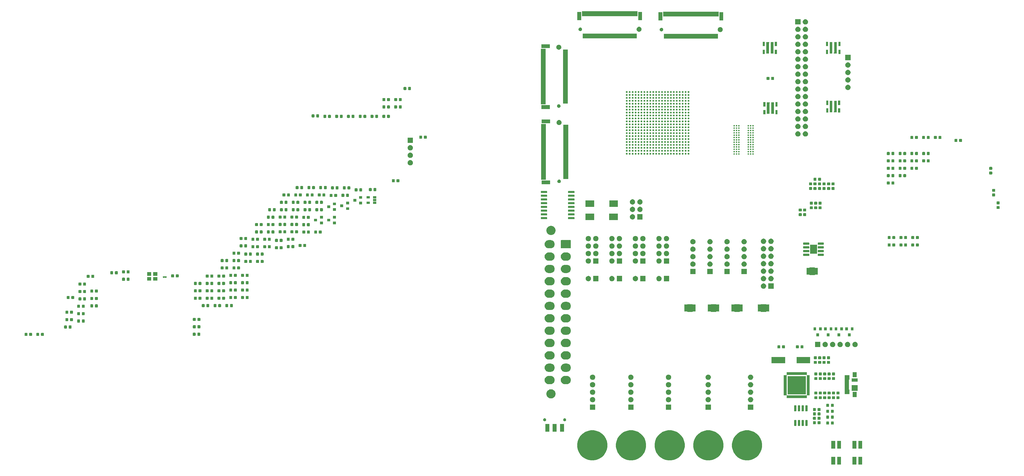
<source format=gbr>
%TF.GenerationSoftware,KiCad,Pcbnew,(5.1.6-dirty)*%
%TF.CreationDate,2020-08-28T22:36:31+02:00*%
%TF.ProjectId,FD,46442e6b-6963-4616-945f-706362585858,rev?*%
%TF.SameCoordinates,Original*%
%TF.FileFunction,Soldermask,Top*%
%TF.FilePolarity,Negative*%
%FSLAX46Y46*%
G04 Gerber Fmt 4.6, Leading zero omitted, Abs format (unit mm)*
G04 Created by KiCad (PCBNEW (5.1.6-dirty)) date 2020-08-28 22:36:31*
%MOMM*%
%LPD*%
G01*
G04 APERTURE LIST*
%ADD10C,0.100000*%
G04 APERTURE END LIST*
D10*
G36*
X239350000Y-177225000D02*
G01*
X238050000Y-177225000D01*
X238050000Y-174625000D01*
X239350000Y-174625000D01*
X239350000Y-177225000D01*
G37*
G36*
X241350000Y-177225000D02*
G01*
X240050000Y-177225000D01*
X240050000Y-174625000D01*
X241350000Y-174625000D01*
X241350000Y-177225000D01*
G37*
G36*
X246550000Y-177225000D02*
G01*
X245250000Y-177225000D01*
X245250000Y-174625000D01*
X246550000Y-174625000D01*
X246550000Y-177225000D01*
G37*
G36*
X248550000Y-177200000D02*
G01*
X247250000Y-177200000D01*
X247250000Y-174600000D01*
X248550000Y-174600000D01*
X248550000Y-177200000D01*
G37*
G36*
X171446366Y-165767143D02*
G01*
X171446368Y-165767144D01*
X171446369Y-165767144D01*
X172379968Y-166153854D01*
X173220183Y-166715267D01*
X173934733Y-167429817D01*
X174496146Y-168270032D01*
X174882856Y-169203631D01*
X175080000Y-170194741D01*
X175080000Y-171205259D01*
X174882856Y-172196369D01*
X174496146Y-173129968D01*
X173934733Y-173970183D01*
X173220183Y-174684733D01*
X172379968Y-175246146D01*
X171446369Y-175632856D01*
X171446368Y-175632856D01*
X171446366Y-175632857D01*
X170455261Y-175830000D01*
X169444739Y-175830000D01*
X168453634Y-175632857D01*
X168453632Y-175632856D01*
X168453631Y-175632856D01*
X167520032Y-175246146D01*
X166679817Y-174684733D01*
X165965267Y-173970183D01*
X165403854Y-173129968D01*
X165017144Y-172196369D01*
X164820000Y-171205259D01*
X164820000Y-170194741D01*
X165017144Y-169203631D01*
X165403854Y-168270032D01*
X165965267Y-167429817D01*
X166679817Y-166715267D01*
X167520032Y-166153854D01*
X168453631Y-165767144D01*
X168453632Y-165767144D01*
X168453634Y-165767143D01*
X169444739Y-165570000D01*
X170455261Y-165570000D01*
X171446366Y-165767143D01*
G37*
G36*
X184596366Y-165767143D02*
G01*
X184596368Y-165767144D01*
X184596369Y-165767144D01*
X185529968Y-166153854D01*
X186370183Y-166715267D01*
X187084733Y-167429817D01*
X187646146Y-168270032D01*
X188032856Y-169203631D01*
X188230000Y-170194741D01*
X188230000Y-171205259D01*
X188032856Y-172196369D01*
X187646146Y-173129968D01*
X187084733Y-173970183D01*
X186370183Y-174684733D01*
X185529968Y-175246146D01*
X184596369Y-175632856D01*
X184596368Y-175632856D01*
X184596366Y-175632857D01*
X183605261Y-175830000D01*
X182594739Y-175830000D01*
X181603634Y-175632857D01*
X181603632Y-175632856D01*
X181603631Y-175632856D01*
X180670032Y-175246146D01*
X179829817Y-174684733D01*
X179115267Y-173970183D01*
X178553854Y-173129968D01*
X178167144Y-172196369D01*
X177970000Y-171205259D01*
X177970000Y-170194741D01*
X178167144Y-169203631D01*
X178553854Y-168270032D01*
X179115267Y-167429817D01*
X179829817Y-166715267D01*
X180670032Y-166153854D01*
X181603631Y-165767144D01*
X181603632Y-165767144D01*
X181603634Y-165767143D01*
X182594739Y-165570000D01*
X183605261Y-165570000D01*
X184596366Y-165767143D01*
G37*
G36*
X158296366Y-165767143D02*
G01*
X158296368Y-165767144D01*
X158296369Y-165767144D01*
X159229968Y-166153854D01*
X160070183Y-166715267D01*
X160784733Y-167429817D01*
X161346146Y-168270032D01*
X161732856Y-169203631D01*
X161930000Y-170194741D01*
X161930000Y-171205259D01*
X161732856Y-172196369D01*
X161346146Y-173129968D01*
X160784733Y-173970183D01*
X160070183Y-174684733D01*
X159229968Y-175246146D01*
X158296369Y-175632856D01*
X158296368Y-175632856D01*
X158296366Y-175632857D01*
X157305261Y-175830000D01*
X156294739Y-175830000D01*
X155303634Y-175632857D01*
X155303632Y-175632856D01*
X155303631Y-175632856D01*
X154370032Y-175246146D01*
X153529817Y-174684733D01*
X152815267Y-173970183D01*
X152253854Y-173129968D01*
X151867144Y-172196369D01*
X151670000Y-171205259D01*
X151670000Y-170194741D01*
X151867144Y-169203631D01*
X152253854Y-168270032D01*
X152815267Y-167429817D01*
X153529817Y-166715267D01*
X154370032Y-166153854D01*
X155303631Y-165767144D01*
X155303632Y-165767144D01*
X155303634Y-165767143D01*
X156294739Y-165570000D01*
X157305261Y-165570000D01*
X158296366Y-165767143D01*
G37*
G36*
X210896366Y-165767143D02*
G01*
X210896368Y-165767144D01*
X210896369Y-165767144D01*
X211829968Y-166153854D01*
X212670183Y-166715267D01*
X213384733Y-167429817D01*
X213946146Y-168270032D01*
X214332856Y-169203631D01*
X214530000Y-170194741D01*
X214530000Y-171205259D01*
X214332856Y-172196369D01*
X213946146Y-173129968D01*
X213384733Y-173970183D01*
X212670183Y-174684733D01*
X211829968Y-175246146D01*
X210896369Y-175632856D01*
X210896368Y-175632856D01*
X210896366Y-175632857D01*
X209905261Y-175830000D01*
X208894739Y-175830000D01*
X207903634Y-175632857D01*
X207903632Y-175632856D01*
X207903631Y-175632856D01*
X206970032Y-175246146D01*
X206129817Y-174684733D01*
X205415267Y-173970183D01*
X204853854Y-173129968D01*
X204467144Y-172196369D01*
X204270000Y-171205259D01*
X204270000Y-170194741D01*
X204467144Y-169203631D01*
X204853854Y-168270032D01*
X205415267Y-167429817D01*
X206129817Y-166715267D01*
X206970032Y-166153854D01*
X207903631Y-165767144D01*
X207903632Y-165767144D01*
X207903634Y-165767143D01*
X208894739Y-165570000D01*
X209905261Y-165570000D01*
X210896366Y-165767143D01*
G37*
G36*
X197746366Y-165767143D02*
G01*
X197746368Y-165767144D01*
X197746369Y-165767144D01*
X198679968Y-166153854D01*
X199520183Y-166715267D01*
X200234733Y-167429817D01*
X200796146Y-168270032D01*
X201182856Y-169203631D01*
X201380000Y-170194741D01*
X201380000Y-171205259D01*
X201182856Y-172196369D01*
X200796146Y-173129968D01*
X200234733Y-173970183D01*
X199520183Y-174684733D01*
X198679968Y-175246146D01*
X197746369Y-175632856D01*
X197746368Y-175632856D01*
X197746366Y-175632857D01*
X196755261Y-175830000D01*
X195744739Y-175830000D01*
X194753634Y-175632857D01*
X194753632Y-175632856D01*
X194753631Y-175632856D01*
X193820032Y-175246146D01*
X192979817Y-174684733D01*
X192265267Y-173970183D01*
X191703854Y-173129968D01*
X191317144Y-172196369D01*
X191120000Y-171205259D01*
X191120000Y-170194741D01*
X191317144Y-169203631D01*
X191703854Y-168270032D01*
X192265267Y-167429817D01*
X192979817Y-166715267D01*
X193820032Y-166153854D01*
X194753631Y-165767144D01*
X194753632Y-165767144D01*
X194753634Y-165767143D01*
X195744739Y-165570000D01*
X196755261Y-165570000D01*
X197746366Y-165767143D01*
G37*
G36*
X246550000Y-171825000D02*
G01*
X245250000Y-171825000D01*
X245250000Y-169225000D01*
X246550000Y-169225000D01*
X246550000Y-171825000D01*
G37*
G36*
X239350000Y-171825000D02*
G01*
X238050000Y-171825000D01*
X238050000Y-169225000D01*
X239350000Y-169225000D01*
X239350000Y-171825000D01*
G37*
G36*
X241350000Y-171825000D02*
G01*
X240050000Y-171825000D01*
X240050000Y-169225000D01*
X241350000Y-169225000D01*
X241350000Y-171825000D01*
G37*
G36*
X248550000Y-171800000D02*
G01*
X247250000Y-171800000D01*
X247250000Y-169200000D01*
X248550000Y-169200000D01*
X248550000Y-171800000D01*
G37*
G36*
X144675000Y-166050000D02*
G01*
X143325000Y-166050000D01*
X143325000Y-163450000D01*
X144675000Y-163450000D01*
X144675000Y-166050000D01*
G37*
G36*
X142175000Y-166050000D02*
G01*
X140825000Y-166050000D01*
X140825000Y-163450000D01*
X142175000Y-163450000D01*
X142175000Y-166050000D01*
G37*
G36*
X147175000Y-166050000D02*
G01*
X145825000Y-166050000D01*
X145825000Y-163450000D01*
X147175000Y-163450000D01*
X147175000Y-166050000D01*
G37*
G36*
X229854293Y-162052877D02*
G01*
X229877650Y-162059962D01*
X229899178Y-162071469D01*
X229918046Y-162086954D01*
X229933531Y-162105822D01*
X229945038Y-162127350D01*
X229952123Y-162150707D01*
X229955000Y-162179917D01*
X229955000Y-163970083D01*
X229952123Y-163999293D01*
X229945038Y-164022650D01*
X229933531Y-164044178D01*
X229918046Y-164063046D01*
X229899178Y-164078531D01*
X229877650Y-164090038D01*
X229854293Y-164097123D01*
X229825083Y-164100000D01*
X229384917Y-164100000D01*
X229355707Y-164097123D01*
X229332350Y-164090038D01*
X229310822Y-164078531D01*
X229291954Y-164063046D01*
X229276469Y-164044178D01*
X229264962Y-164022650D01*
X229257877Y-163999293D01*
X229255000Y-163970083D01*
X229255000Y-162179917D01*
X229257877Y-162150707D01*
X229264962Y-162127350D01*
X229276469Y-162105822D01*
X229291954Y-162086954D01*
X229310822Y-162071469D01*
X229332350Y-162059962D01*
X229355707Y-162052877D01*
X229384917Y-162050000D01*
X229825083Y-162050000D01*
X229854293Y-162052877D01*
G37*
G36*
X226044293Y-162052877D02*
G01*
X226067650Y-162059962D01*
X226089178Y-162071469D01*
X226108046Y-162086954D01*
X226123531Y-162105822D01*
X226135038Y-162127350D01*
X226142123Y-162150707D01*
X226145000Y-162179917D01*
X226145000Y-163970083D01*
X226142123Y-163999293D01*
X226135038Y-164022650D01*
X226123531Y-164044178D01*
X226108046Y-164063046D01*
X226089178Y-164078531D01*
X226067650Y-164090038D01*
X226044293Y-164097123D01*
X226015083Y-164100000D01*
X225574917Y-164100000D01*
X225545707Y-164097123D01*
X225522350Y-164090038D01*
X225500822Y-164078531D01*
X225481954Y-164063046D01*
X225466469Y-164044178D01*
X225454962Y-164022650D01*
X225447877Y-163999293D01*
X225445000Y-163970083D01*
X225445000Y-162179917D01*
X225447877Y-162150707D01*
X225454962Y-162127350D01*
X225466469Y-162105822D01*
X225481954Y-162086954D01*
X225500822Y-162071469D01*
X225522350Y-162059962D01*
X225545707Y-162052877D01*
X225574917Y-162050000D01*
X226015083Y-162050000D01*
X226044293Y-162052877D01*
G37*
G36*
X227314293Y-162052877D02*
G01*
X227337650Y-162059962D01*
X227359178Y-162071469D01*
X227378046Y-162086954D01*
X227393531Y-162105822D01*
X227405038Y-162127350D01*
X227412123Y-162150707D01*
X227415000Y-162179917D01*
X227415000Y-163970083D01*
X227412123Y-163999293D01*
X227405038Y-164022650D01*
X227393531Y-164044178D01*
X227378046Y-164063046D01*
X227359178Y-164078531D01*
X227337650Y-164090038D01*
X227314293Y-164097123D01*
X227285083Y-164100000D01*
X226844917Y-164100000D01*
X226815707Y-164097123D01*
X226792350Y-164090038D01*
X226770822Y-164078531D01*
X226751954Y-164063046D01*
X226736469Y-164044178D01*
X226724962Y-164022650D01*
X226717877Y-163999293D01*
X226715000Y-163970083D01*
X226715000Y-162179917D01*
X226717877Y-162150707D01*
X226724962Y-162127350D01*
X226736469Y-162105822D01*
X226751954Y-162086954D01*
X226770822Y-162071469D01*
X226792350Y-162059962D01*
X226815707Y-162052877D01*
X226844917Y-162050000D01*
X227285083Y-162050000D01*
X227314293Y-162052877D01*
G37*
G36*
X228584293Y-162052877D02*
G01*
X228607650Y-162059962D01*
X228629178Y-162071469D01*
X228648046Y-162086954D01*
X228663531Y-162105822D01*
X228675038Y-162127350D01*
X228682123Y-162150707D01*
X228685000Y-162179917D01*
X228685000Y-163970083D01*
X228682123Y-163999293D01*
X228675038Y-164022650D01*
X228663531Y-164044178D01*
X228648046Y-164063046D01*
X228629178Y-164078531D01*
X228607650Y-164090038D01*
X228584293Y-164097123D01*
X228555083Y-164100000D01*
X228114917Y-164100000D01*
X228085707Y-164097123D01*
X228062350Y-164090038D01*
X228040822Y-164078531D01*
X228021954Y-164063046D01*
X228006469Y-164044178D01*
X227994962Y-164022650D01*
X227987877Y-163999293D01*
X227985000Y-163970083D01*
X227985000Y-162179917D01*
X227987877Y-162150707D01*
X227994962Y-162127350D01*
X228006469Y-162105822D01*
X228021954Y-162086954D01*
X228040822Y-162071469D01*
X228062350Y-162059962D01*
X228085707Y-162052877D01*
X228114917Y-162050000D01*
X228555083Y-162050000D01*
X228584293Y-162052877D01*
G37*
G36*
X238731458Y-162579198D02*
G01*
X238767708Y-162590194D01*
X238801123Y-162608055D01*
X238830410Y-162632090D01*
X238854445Y-162661377D01*
X238872306Y-162694792D01*
X238883302Y-162731042D01*
X238887500Y-162773667D01*
X238887500Y-163426333D01*
X238883302Y-163468958D01*
X238872306Y-163505208D01*
X238854445Y-163538623D01*
X238830410Y-163567910D01*
X238801123Y-163591945D01*
X238767708Y-163609806D01*
X238731458Y-163620802D01*
X238688833Y-163625000D01*
X238111167Y-163625000D01*
X238068542Y-163620802D01*
X238032292Y-163609806D01*
X237998877Y-163591945D01*
X237969590Y-163567910D01*
X237945555Y-163538623D01*
X237927694Y-163505208D01*
X237916698Y-163468958D01*
X237912500Y-163426333D01*
X237912500Y-162773667D01*
X237916698Y-162731042D01*
X237927694Y-162694792D01*
X237945555Y-162661377D01*
X237969590Y-162632090D01*
X237998877Y-162608055D01*
X238032292Y-162590194D01*
X238068542Y-162579198D01*
X238111167Y-162575000D01*
X238688833Y-162575000D01*
X238731458Y-162579198D01*
G37*
G36*
X237156458Y-162579198D02*
G01*
X237192708Y-162590194D01*
X237226123Y-162608055D01*
X237255410Y-162632090D01*
X237279445Y-162661377D01*
X237297306Y-162694792D01*
X237308302Y-162731042D01*
X237312500Y-162773667D01*
X237312500Y-163426333D01*
X237308302Y-163468958D01*
X237297306Y-163505208D01*
X237279445Y-163538623D01*
X237255410Y-163567910D01*
X237226123Y-163591945D01*
X237192708Y-163609806D01*
X237156458Y-163620802D01*
X237113833Y-163625000D01*
X236536167Y-163625000D01*
X236493542Y-163620802D01*
X236457292Y-163609806D01*
X236423877Y-163591945D01*
X236394590Y-163567910D01*
X236370555Y-163538623D01*
X236352694Y-163505208D01*
X236341698Y-163468958D01*
X236337500Y-163426333D01*
X236337500Y-162773667D01*
X236341698Y-162731042D01*
X236352694Y-162694792D01*
X236370555Y-162661377D01*
X236394590Y-162632090D01*
X236423877Y-162608055D01*
X236457292Y-162590194D01*
X236493542Y-162579198D01*
X236536167Y-162575000D01*
X237113833Y-162575000D01*
X237156458Y-162579198D01*
G37*
G36*
X232643958Y-162479198D02*
G01*
X232680208Y-162490194D01*
X232713623Y-162508055D01*
X232742910Y-162532090D01*
X232766945Y-162561377D01*
X232784806Y-162594792D01*
X232795802Y-162631042D01*
X232800000Y-162673667D01*
X232800000Y-163326333D01*
X232795802Y-163368958D01*
X232784806Y-163405208D01*
X232766945Y-163438623D01*
X232742910Y-163467910D01*
X232713623Y-163491945D01*
X232680208Y-163509806D01*
X232643958Y-163520802D01*
X232601333Y-163525000D01*
X232023667Y-163525000D01*
X231981042Y-163520802D01*
X231944792Y-163509806D01*
X231911377Y-163491945D01*
X231882090Y-163467910D01*
X231858055Y-163438623D01*
X231840194Y-163405208D01*
X231829198Y-163368958D01*
X231825000Y-163326333D01*
X231825000Y-162673667D01*
X231829198Y-162631042D01*
X231840194Y-162594792D01*
X231858055Y-162561377D01*
X231882090Y-162532090D01*
X231911377Y-162508055D01*
X231944792Y-162490194D01*
X231981042Y-162479198D01*
X232023667Y-162475000D01*
X232601333Y-162475000D01*
X232643958Y-162479198D01*
G37*
G36*
X234218958Y-162479198D02*
G01*
X234255208Y-162490194D01*
X234288623Y-162508055D01*
X234317910Y-162532090D01*
X234341945Y-162561377D01*
X234359806Y-162594792D01*
X234370802Y-162631042D01*
X234375000Y-162673667D01*
X234375000Y-163326333D01*
X234370802Y-163368958D01*
X234359806Y-163405208D01*
X234341945Y-163438623D01*
X234317910Y-163467910D01*
X234288623Y-163491945D01*
X234255208Y-163509806D01*
X234218958Y-163520802D01*
X234176333Y-163525000D01*
X233598667Y-163525000D01*
X233556042Y-163520802D01*
X233519792Y-163509806D01*
X233486377Y-163491945D01*
X233457090Y-163467910D01*
X233433055Y-163438623D01*
X233415194Y-163405208D01*
X233404198Y-163368958D01*
X233400000Y-163326333D01*
X233400000Y-162673667D01*
X233404198Y-162631042D01*
X233415194Y-162594792D01*
X233433055Y-162561377D01*
X233457090Y-162532090D01*
X233486377Y-162508055D01*
X233519792Y-162490194D01*
X233556042Y-162479198D01*
X233598667Y-162475000D01*
X234176333Y-162475000D01*
X234218958Y-162479198D01*
G37*
G36*
X147545842Y-161519214D02*
G01*
X147545844Y-161519215D01*
X147545845Y-161519215D01*
X147636839Y-161556906D01*
X147636841Y-161556907D01*
X147718730Y-161611623D01*
X147788377Y-161681270D01*
X147843093Y-161763159D01*
X147880786Y-161854158D01*
X147900000Y-161950752D01*
X147900000Y-162049248D01*
X147884380Y-162127775D01*
X147880785Y-162145845D01*
X147847998Y-162225000D01*
X147843093Y-162236841D01*
X147788377Y-162318730D01*
X147718730Y-162388377D01*
X147636841Y-162443093D01*
X147636840Y-162443094D01*
X147636839Y-162443094D01*
X147545845Y-162480785D01*
X147545844Y-162480785D01*
X147545842Y-162480786D01*
X147449248Y-162500000D01*
X147350752Y-162500000D01*
X147254158Y-162480786D01*
X147254156Y-162480785D01*
X147254155Y-162480785D01*
X147163161Y-162443094D01*
X147163160Y-162443094D01*
X147163159Y-162443093D01*
X147081270Y-162388377D01*
X147011623Y-162318730D01*
X146956907Y-162236841D01*
X146952002Y-162225000D01*
X146919215Y-162145845D01*
X146915621Y-162127775D01*
X146900000Y-162049248D01*
X146900000Y-161950752D01*
X146919214Y-161854158D01*
X146956907Y-161763159D01*
X147011623Y-161681270D01*
X147081270Y-161611623D01*
X147163159Y-161556907D01*
X147163161Y-161556906D01*
X147254155Y-161519215D01*
X147254156Y-161519215D01*
X147254158Y-161519214D01*
X147350752Y-161500000D01*
X147449248Y-161500000D01*
X147545842Y-161519214D01*
G37*
G36*
X140745842Y-161519214D02*
G01*
X140745844Y-161519215D01*
X140745845Y-161519215D01*
X140836839Y-161556906D01*
X140836841Y-161556907D01*
X140918730Y-161611623D01*
X140988377Y-161681270D01*
X141043093Y-161763159D01*
X141080786Y-161854158D01*
X141100000Y-161950752D01*
X141100000Y-162049248D01*
X141084380Y-162127775D01*
X141080785Y-162145845D01*
X141047998Y-162225000D01*
X141043093Y-162236841D01*
X140988377Y-162318730D01*
X140918730Y-162388377D01*
X140836841Y-162443093D01*
X140836840Y-162443094D01*
X140836839Y-162443094D01*
X140745845Y-162480785D01*
X140745844Y-162480785D01*
X140745842Y-162480786D01*
X140649248Y-162500000D01*
X140550752Y-162500000D01*
X140454158Y-162480786D01*
X140454156Y-162480785D01*
X140454155Y-162480785D01*
X140363161Y-162443094D01*
X140363160Y-162443094D01*
X140363159Y-162443093D01*
X140281270Y-162388377D01*
X140211623Y-162318730D01*
X140156907Y-162236841D01*
X140152002Y-162225000D01*
X140119215Y-162145845D01*
X140115621Y-162127775D01*
X140100000Y-162049248D01*
X140100000Y-161950752D01*
X140119214Y-161854158D01*
X140156907Y-161763159D01*
X140211623Y-161681270D01*
X140281270Y-161611623D01*
X140363159Y-161556907D01*
X140363161Y-161556906D01*
X140454155Y-161519215D01*
X140454156Y-161519215D01*
X140454158Y-161519214D01*
X140550752Y-161500000D01*
X140649248Y-161500000D01*
X140745842Y-161519214D01*
G37*
G36*
X232631458Y-160979198D02*
G01*
X232667708Y-160990194D01*
X232701123Y-161008055D01*
X232730410Y-161032090D01*
X232754445Y-161061377D01*
X232772306Y-161094792D01*
X232783302Y-161131042D01*
X232787500Y-161173667D01*
X232787500Y-161826333D01*
X232783302Y-161868958D01*
X232772306Y-161905208D01*
X232754445Y-161938623D01*
X232730410Y-161967910D01*
X232701123Y-161991945D01*
X232667708Y-162009806D01*
X232631458Y-162020802D01*
X232588833Y-162025000D01*
X232011167Y-162025000D01*
X231968542Y-162020802D01*
X231932292Y-162009806D01*
X231898877Y-161991945D01*
X231869590Y-161967910D01*
X231845555Y-161938623D01*
X231827694Y-161905208D01*
X231816698Y-161868958D01*
X231812500Y-161826333D01*
X231812500Y-161173667D01*
X231816698Y-161131042D01*
X231827694Y-161094792D01*
X231845555Y-161061377D01*
X231869590Y-161032090D01*
X231898877Y-161008055D01*
X231932292Y-160990194D01*
X231968542Y-160979198D01*
X232011167Y-160975000D01*
X232588833Y-160975000D01*
X232631458Y-160979198D01*
G37*
G36*
X234206458Y-160979198D02*
G01*
X234242708Y-160990194D01*
X234276123Y-161008055D01*
X234305410Y-161032090D01*
X234329445Y-161061377D01*
X234347306Y-161094792D01*
X234358302Y-161131042D01*
X234362500Y-161173667D01*
X234362500Y-161826333D01*
X234358302Y-161868958D01*
X234347306Y-161905208D01*
X234329445Y-161938623D01*
X234305410Y-161967910D01*
X234276123Y-161991945D01*
X234242708Y-162009806D01*
X234206458Y-162020802D01*
X234163833Y-162025000D01*
X233586167Y-162025000D01*
X233543542Y-162020802D01*
X233507292Y-162009806D01*
X233473877Y-161991945D01*
X233444590Y-161967910D01*
X233420555Y-161938623D01*
X233402694Y-161905208D01*
X233391698Y-161868958D01*
X233387500Y-161826333D01*
X233387500Y-161173667D01*
X233391698Y-161131042D01*
X233402694Y-161094792D01*
X233420555Y-161061377D01*
X233444590Y-161032090D01*
X233473877Y-161008055D01*
X233507292Y-160990194D01*
X233543542Y-160979198D01*
X233586167Y-160975000D01*
X234163833Y-160975000D01*
X234206458Y-160979198D01*
G37*
G36*
X237156458Y-160579198D02*
G01*
X237192708Y-160590194D01*
X237226123Y-160608055D01*
X237255410Y-160632090D01*
X237279445Y-160661377D01*
X237297306Y-160694792D01*
X237308302Y-160731042D01*
X237312500Y-160773667D01*
X237312500Y-161426333D01*
X237308302Y-161468958D01*
X237297306Y-161505208D01*
X237279445Y-161538623D01*
X237255410Y-161567910D01*
X237226123Y-161591945D01*
X237192708Y-161609806D01*
X237156458Y-161620802D01*
X237113833Y-161625000D01*
X236536167Y-161625000D01*
X236493542Y-161620802D01*
X236457292Y-161609806D01*
X236423877Y-161591945D01*
X236394590Y-161567910D01*
X236370555Y-161538623D01*
X236352694Y-161505208D01*
X236341698Y-161468958D01*
X236337500Y-161426333D01*
X236337500Y-160773667D01*
X236341698Y-160731042D01*
X236352694Y-160694792D01*
X236370555Y-160661377D01*
X236394590Y-160632090D01*
X236423877Y-160608055D01*
X236457292Y-160590194D01*
X236493542Y-160579198D01*
X236536167Y-160575000D01*
X237113833Y-160575000D01*
X237156458Y-160579198D01*
G37*
G36*
X238731458Y-160579198D02*
G01*
X238767708Y-160590194D01*
X238801123Y-160608055D01*
X238830410Y-160632090D01*
X238854445Y-160661377D01*
X238872306Y-160694792D01*
X238883302Y-160731042D01*
X238887500Y-160773667D01*
X238887500Y-161426333D01*
X238883302Y-161468958D01*
X238872306Y-161505208D01*
X238854445Y-161538623D01*
X238830410Y-161567910D01*
X238801123Y-161591945D01*
X238767708Y-161609806D01*
X238731458Y-161620802D01*
X238688833Y-161625000D01*
X238111167Y-161625000D01*
X238068542Y-161620802D01*
X238032292Y-161609806D01*
X237998877Y-161591945D01*
X237969590Y-161567910D01*
X237945555Y-161538623D01*
X237927694Y-161505208D01*
X237916698Y-161468958D01*
X237912500Y-161426333D01*
X237912500Y-160773667D01*
X237916698Y-160731042D01*
X237927694Y-160694792D01*
X237945555Y-160661377D01*
X237969590Y-160632090D01*
X237998877Y-160608055D01*
X238032292Y-160590194D01*
X238068542Y-160579198D01*
X238111167Y-160575000D01*
X238688833Y-160575000D01*
X238731458Y-160579198D01*
G37*
G36*
X232643958Y-159479198D02*
G01*
X232680208Y-159490194D01*
X232713623Y-159508055D01*
X232742910Y-159532090D01*
X232766945Y-159561377D01*
X232784806Y-159594792D01*
X232795802Y-159631042D01*
X232800000Y-159673667D01*
X232800000Y-160326333D01*
X232795802Y-160368958D01*
X232784806Y-160405208D01*
X232766945Y-160438623D01*
X232742910Y-160467910D01*
X232713623Y-160491945D01*
X232680208Y-160509806D01*
X232643958Y-160520802D01*
X232601333Y-160525000D01*
X232023667Y-160525000D01*
X231981042Y-160520802D01*
X231944792Y-160509806D01*
X231911377Y-160491945D01*
X231882090Y-160467910D01*
X231858055Y-160438623D01*
X231840194Y-160405208D01*
X231829198Y-160368958D01*
X231825000Y-160326333D01*
X231825000Y-159673667D01*
X231829198Y-159631042D01*
X231840194Y-159594792D01*
X231858055Y-159561377D01*
X231882090Y-159532090D01*
X231911377Y-159508055D01*
X231944792Y-159490194D01*
X231981042Y-159479198D01*
X232023667Y-159475000D01*
X232601333Y-159475000D01*
X232643958Y-159479198D01*
G37*
G36*
X234218958Y-159479198D02*
G01*
X234255208Y-159490194D01*
X234288623Y-159508055D01*
X234317910Y-159532090D01*
X234341945Y-159561377D01*
X234359806Y-159594792D01*
X234370802Y-159631042D01*
X234375000Y-159673667D01*
X234375000Y-160326333D01*
X234370802Y-160368958D01*
X234359806Y-160405208D01*
X234341945Y-160438623D01*
X234317910Y-160467910D01*
X234288623Y-160491945D01*
X234255208Y-160509806D01*
X234218958Y-160520802D01*
X234176333Y-160525000D01*
X233598667Y-160525000D01*
X233556042Y-160520802D01*
X233519792Y-160509806D01*
X233486377Y-160491945D01*
X233457090Y-160467910D01*
X233433055Y-160438623D01*
X233415194Y-160405208D01*
X233404198Y-160368958D01*
X233400000Y-160326333D01*
X233400000Y-159673667D01*
X233404198Y-159631042D01*
X233415194Y-159594792D01*
X233433055Y-159561377D01*
X233457090Y-159532090D01*
X233486377Y-159508055D01*
X233519792Y-159490194D01*
X233556042Y-159479198D01*
X233598667Y-159475000D01*
X234176333Y-159475000D01*
X234218958Y-159479198D01*
G37*
G36*
X238731458Y-158579198D02*
G01*
X238767708Y-158590194D01*
X238801123Y-158608055D01*
X238830410Y-158632090D01*
X238854445Y-158661377D01*
X238872306Y-158694792D01*
X238883302Y-158731042D01*
X238887500Y-158773667D01*
X238887500Y-159426333D01*
X238883302Y-159468958D01*
X238872306Y-159505208D01*
X238854445Y-159538623D01*
X238830410Y-159567910D01*
X238801123Y-159591945D01*
X238767708Y-159609806D01*
X238731458Y-159620802D01*
X238688833Y-159625000D01*
X238111167Y-159625000D01*
X238068542Y-159620802D01*
X238032292Y-159609806D01*
X237998877Y-159591945D01*
X237969590Y-159567910D01*
X237945555Y-159538623D01*
X237927694Y-159505208D01*
X237916698Y-159468958D01*
X237912500Y-159426333D01*
X237912500Y-158773667D01*
X237916698Y-158731042D01*
X237927694Y-158694792D01*
X237945555Y-158661377D01*
X237969590Y-158632090D01*
X237998877Y-158608055D01*
X238032292Y-158590194D01*
X238068542Y-158579198D01*
X238111167Y-158575000D01*
X238688833Y-158575000D01*
X238731458Y-158579198D01*
G37*
G36*
X237156458Y-158579198D02*
G01*
X237192708Y-158590194D01*
X237226123Y-158608055D01*
X237255410Y-158632090D01*
X237279445Y-158661377D01*
X237297306Y-158694792D01*
X237308302Y-158731042D01*
X237312500Y-158773667D01*
X237312500Y-159426333D01*
X237308302Y-159468958D01*
X237297306Y-159505208D01*
X237279445Y-159538623D01*
X237255410Y-159567910D01*
X237226123Y-159591945D01*
X237192708Y-159609806D01*
X237156458Y-159620802D01*
X237113833Y-159625000D01*
X236536167Y-159625000D01*
X236493542Y-159620802D01*
X236457292Y-159609806D01*
X236423877Y-159591945D01*
X236394590Y-159567910D01*
X236370555Y-159538623D01*
X236352694Y-159505208D01*
X236341698Y-159468958D01*
X236337500Y-159426333D01*
X236337500Y-158773667D01*
X236341698Y-158731042D01*
X236352694Y-158694792D01*
X236370555Y-158661377D01*
X236394590Y-158632090D01*
X236423877Y-158608055D01*
X236457292Y-158590194D01*
X236493542Y-158579198D01*
X236536167Y-158575000D01*
X237113833Y-158575000D01*
X237156458Y-158579198D01*
G37*
G36*
X226044293Y-157102877D02*
G01*
X226067650Y-157109962D01*
X226089178Y-157121469D01*
X226108046Y-157136954D01*
X226123531Y-157155822D01*
X226135038Y-157177350D01*
X226142123Y-157200707D01*
X226145000Y-157229917D01*
X226145000Y-159020083D01*
X226142123Y-159049293D01*
X226135038Y-159072650D01*
X226123531Y-159094178D01*
X226108046Y-159113046D01*
X226089178Y-159128531D01*
X226067650Y-159140038D01*
X226044293Y-159147123D01*
X226015083Y-159150000D01*
X225574917Y-159150000D01*
X225545707Y-159147123D01*
X225522350Y-159140038D01*
X225500822Y-159128531D01*
X225481954Y-159113046D01*
X225466469Y-159094178D01*
X225454962Y-159072650D01*
X225447877Y-159049293D01*
X225445000Y-159020083D01*
X225445000Y-157229917D01*
X225447877Y-157200707D01*
X225454962Y-157177350D01*
X225466469Y-157155822D01*
X225481954Y-157136954D01*
X225500822Y-157121469D01*
X225522350Y-157109962D01*
X225545707Y-157102877D01*
X225574917Y-157100000D01*
X226015083Y-157100000D01*
X226044293Y-157102877D01*
G37*
G36*
X229854293Y-157102877D02*
G01*
X229877650Y-157109962D01*
X229899178Y-157121469D01*
X229918046Y-157136954D01*
X229933531Y-157155822D01*
X229945038Y-157177350D01*
X229952123Y-157200707D01*
X229955000Y-157229917D01*
X229955000Y-159020083D01*
X229952123Y-159049293D01*
X229945038Y-159072650D01*
X229933531Y-159094178D01*
X229918046Y-159113046D01*
X229899178Y-159128531D01*
X229877650Y-159140038D01*
X229854293Y-159147123D01*
X229825083Y-159150000D01*
X229384917Y-159150000D01*
X229355707Y-159147123D01*
X229332350Y-159140038D01*
X229310822Y-159128531D01*
X229291954Y-159113046D01*
X229276469Y-159094178D01*
X229264962Y-159072650D01*
X229257877Y-159049293D01*
X229255000Y-159020083D01*
X229255000Y-157229917D01*
X229257877Y-157200707D01*
X229264962Y-157177350D01*
X229276469Y-157155822D01*
X229291954Y-157136954D01*
X229310822Y-157121469D01*
X229332350Y-157109962D01*
X229355707Y-157102877D01*
X229384917Y-157100000D01*
X229825083Y-157100000D01*
X229854293Y-157102877D01*
G37*
G36*
X228584293Y-157102877D02*
G01*
X228607650Y-157109962D01*
X228629178Y-157121469D01*
X228648046Y-157136954D01*
X228663531Y-157155822D01*
X228675038Y-157177350D01*
X228682123Y-157200707D01*
X228685000Y-157229917D01*
X228685000Y-159020083D01*
X228682123Y-159049293D01*
X228675038Y-159072650D01*
X228663531Y-159094178D01*
X228648046Y-159113046D01*
X228629178Y-159128531D01*
X228607650Y-159140038D01*
X228584293Y-159147123D01*
X228555083Y-159150000D01*
X228114917Y-159150000D01*
X228085707Y-159147123D01*
X228062350Y-159140038D01*
X228040822Y-159128531D01*
X228021954Y-159113046D01*
X228006469Y-159094178D01*
X227994962Y-159072650D01*
X227987877Y-159049293D01*
X227985000Y-159020083D01*
X227985000Y-157229917D01*
X227987877Y-157200707D01*
X227994962Y-157177350D01*
X228006469Y-157155822D01*
X228021954Y-157136954D01*
X228040822Y-157121469D01*
X228062350Y-157109962D01*
X228085707Y-157102877D01*
X228114917Y-157100000D01*
X228555083Y-157100000D01*
X228584293Y-157102877D01*
G37*
G36*
X227314293Y-157102877D02*
G01*
X227337650Y-157109962D01*
X227359178Y-157121469D01*
X227378046Y-157136954D01*
X227393531Y-157155822D01*
X227405038Y-157177350D01*
X227412123Y-157200707D01*
X227415000Y-157229917D01*
X227415000Y-159020083D01*
X227412123Y-159049293D01*
X227405038Y-159072650D01*
X227393531Y-159094178D01*
X227378046Y-159113046D01*
X227359178Y-159128531D01*
X227337650Y-159140038D01*
X227314293Y-159147123D01*
X227285083Y-159150000D01*
X226844917Y-159150000D01*
X226815707Y-159147123D01*
X226792350Y-159140038D01*
X226770822Y-159128531D01*
X226751954Y-159113046D01*
X226736469Y-159094178D01*
X226724962Y-159072650D01*
X226717877Y-159049293D01*
X226715000Y-159020083D01*
X226715000Y-157229917D01*
X226717877Y-157200707D01*
X226724962Y-157177350D01*
X226736469Y-157155822D01*
X226751954Y-157136954D01*
X226770822Y-157121469D01*
X226792350Y-157109962D01*
X226815707Y-157102877D01*
X226844917Y-157100000D01*
X227285083Y-157100000D01*
X227314293Y-157102877D01*
G37*
G36*
X232643958Y-157979198D02*
G01*
X232680208Y-157990194D01*
X232713623Y-158008055D01*
X232742910Y-158032090D01*
X232766945Y-158061377D01*
X232784806Y-158094792D01*
X232795802Y-158131042D01*
X232800000Y-158173667D01*
X232800000Y-158826333D01*
X232795802Y-158868958D01*
X232784806Y-158905208D01*
X232766945Y-158938623D01*
X232742910Y-158967910D01*
X232713623Y-158991945D01*
X232680208Y-159009806D01*
X232643958Y-159020802D01*
X232601333Y-159025000D01*
X232023667Y-159025000D01*
X231981042Y-159020802D01*
X231944792Y-159009806D01*
X231911377Y-158991945D01*
X231882090Y-158967910D01*
X231858055Y-158938623D01*
X231840194Y-158905208D01*
X231829198Y-158868958D01*
X231825000Y-158826333D01*
X231825000Y-158173667D01*
X231829198Y-158131042D01*
X231840194Y-158094792D01*
X231858055Y-158061377D01*
X231882090Y-158032090D01*
X231911377Y-158008055D01*
X231944792Y-157990194D01*
X231981042Y-157979198D01*
X232023667Y-157975000D01*
X232601333Y-157975000D01*
X232643958Y-157979198D01*
G37*
G36*
X234218958Y-157979198D02*
G01*
X234255208Y-157990194D01*
X234288623Y-158008055D01*
X234317910Y-158032090D01*
X234341945Y-158061377D01*
X234359806Y-158094792D01*
X234370802Y-158131042D01*
X234375000Y-158173667D01*
X234375000Y-158826333D01*
X234370802Y-158868958D01*
X234359806Y-158905208D01*
X234341945Y-158938623D01*
X234317910Y-158967910D01*
X234288623Y-158991945D01*
X234255208Y-159009806D01*
X234218958Y-159020802D01*
X234176333Y-159025000D01*
X233598667Y-159025000D01*
X233556042Y-159020802D01*
X233519792Y-159009806D01*
X233486377Y-158991945D01*
X233457090Y-158967910D01*
X233433055Y-158938623D01*
X233415194Y-158905208D01*
X233404198Y-158868958D01*
X233400000Y-158826333D01*
X233400000Y-158173667D01*
X233404198Y-158131042D01*
X233415194Y-158094792D01*
X233433055Y-158061377D01*
X233457090Y-158032090D01*
X233486377Y-158008055D01*
X233519792Y-157990194D01*
X233556042Y-157979198D01*
X233598667Y-157975000D01*
X234176333Y-157975000D01*
X234218958Y-157979198D01*
G37*
G36*
X197100000Y-158600000D02*
G01*
X195300000Y-158600000D01*
X195300000Y-156800000D01*
X197100000Y-156800000D01*
X197100000Y-158600000D01*
G37*
G36*
X183600000Y-158600000D02*
G01*
X181800000Y-158600000D01*
X181800000Y-156800000D01*
X183600000Y-156800000D01*
X183600000Y-158600000D01*
G37*
G36*
X211500000Y-158600000D02*
G01*
X209700000Y-158600000D01*
X209700000Y-156800000D01*
X211500000Y-156800000D01*
X211500000Y-158600000D01*
G37*
G36*
X157800000Y-158600000D02*
G01*
X156000000Y-158600000D01*
X156000000Y-156800000D01*
X157800000Y-156800000D01*
X157800000Y-158600000D01*
G37*
G36*
X170800000Y-158600000D02*
G01*
X169000000Y-158600000D01*
X169000000Y-156800000D01*
X170800000Y-156800000D01*
X170800000Y-158600000D01*
G37*
G36*
X237156458Y-156579198D02*
G01*
X237192708Y-156590194D01*
X237226123Y-156608055D01*
X237255410Y-156632090D01*
X237279445Y-156661377D01*
X237297306Y-156694792D01*
X237308302Y-156731042D01*
X237312500Y-156773667D01*
X237312500Y-157426333D01*
X237308302Y-157468958D01*
X237297306Y-157505208D01*
X237279445Y-157538623D01*
X237255410Y-157567910D01*
X237226123Y-157591945D01*
X237192708Y-157609806D01*
X237156458Y-157620802D01*
X237113833Y-157625000D01*
X236536167Y-157625000D01*
X236493542Y-157620802D01*
X236457292Y-157609806D01*
X236423877Y-157591945D01*
X236394590Y-157567910D01*
X236370555Y-157538623D01*
X236352694Y-157505208D01*
X236341698Y-157468958D01*
X236337500Y-157426333D01*
X236337500Y-156773667D01*
X236341698Y-156731042D01*
X236352694Y-156694792D01*
X236370555Y-156661377D01*
X236394590Y-156632090D01*
X236423877Y-156608055D01*
X236457292Y-156590194D01*
X236493542Y-156579198D01*
X236536167Y-156575000D01*
X237113833Y-156575000D01*
X237156458Y-156579198D01*
G37*
G36*
X238731458Y-156579198D02*
G01*
X238767708Y-156590194D01*
X238801123Y-156608055D01*
X238830410Y-156632090D01*
X238854445Y-156661377D01*
X238872306Y-156694792D01*
X238883302Y-156731042D01*
X238887500Y-156773667D01*
X238887500Y-157426333D01*
X238883302Y-157468958D01*
X238872306Y-157505208D01*
X238854445Y-157538623D01*
X238830410Y-157567910D01*
X238801123Y-157591945D01*
X238767708Y-157609806D01*
X238731458Y-157620802D01*
X238688833Y-157625000D01*
X238111167Y-157625000D01*
X238068542Y-157620802D01*
X238032292Y-157609806D01*
X237998877Y-157591945D01*
X237969590Y-157567910D01*
X237945555Y-157538623D01*
X237927694Y-157505208D01*
X237916698Y-157468958D01*
X237912500Y-157426333D01*
X237912500Y-156773667D01*
X237916698Y-156731042D01*
X237927694Y-156694792D01*
X237945555Y-156661377D01*
X237969590Y-156632090D01*
X237998877Y-156608055D01*
X238032292Y-156590194D01*
X238068542Y-156579198D01*
X238111167Y-156575000D01*
X238688833Y-156575000D01*
X238731458Y-156579198D01*
G37*
G36*
X196462520Y-154294586D02*
G01*
X196462522Y-154294587D01*
X196462523Y-154294587D01*
X196475591Y-154300000D01*
X196626310Y-154362430D01*
X196773717Y-154460924D01*
X196899076Y-154586283D01*
X196997570Y-154733690D01*
X197015233Y-154776333D01*
X197061746Y-154888623D01*
X197065414Y-154897480D01*
X197100000Y-155071358D01*
X197100000Y-155248642D01*
X197065414Y-155422520D01*
X196997570Y-155586310D01*
X196899076Y-155733717D01*
X196773717Y-155859076D01*
X196626310Y-155957570D01*
X196523025Y-156000352D01*
X196462523Y-156025413D01*
X196462522Y-156025413D01*
X196462520Y-156025414D01*
X196288642Y-156060000D01*
X196111358Y-156060000D01*
X195937480Y-156025414D01*
X195937478Y-156025413D01*
X195937477Y-156025413D01*
X195876975Y-156000352D01*
X195773690Y-155957570D01*
X195626283Y-155859076D01*
X195500924Y-155733717D01*
X195402430Y-155586310D01*
X195334586Y-155422520D01*
X195300000Y-155248642D01*
X195300000Y-155071358D01*
X195334586Y-154897480D01*
X195338255Y-154888623D01*
X195384767Y-154776333D01*
X195402430Y-154733690D01*
X195500924Y-154586283D01*
X195626283Y-154460924D01*
X195773690Y-154362430D01*
X195924409Y-154300000D01*
X195937477Y-154294587D01*
X195937478Y-154294587D01*
X195937480Y-154294586D01*
X196111358Y-154260000D01*
X196288642Y-154260000D01*
X196462520Y-154294586D01*
G37*
G36*
X210862520Y-154294586D02*
G01*
X210862522Y-154294587D01*
X210862523Y-154294587D01*
X210875591Y-154300000D01*
X211026310Y-154362430D01*
X211173717Y-154460924D01*
X211299076Y-154586283D01*
X211397570Y-154733690D01*
X211415233Y-154776333D01*
X211461746Y-154888623D01*
X211465414Y-154897480D01*
X211500000Y-155071358D01*
X211500000Y-155248642D01*
X211465414Y-155422520D01*
X211397570Y-155586310D01*
X211299076Y-155733717D01*
X211173717Y-155859076D01*
X211026310Y-155957570D01*
X210923025Y-156000352D01*
X210862523Y-156025413D01*
X210862522Y-156025413D01*
X210862520Y-156025414D01*
X210688642Y-156060000D01*
X210511358Y-156060000D01*
X210337480Y-156025414D01*
X210337478Y-156025413D01*
X210337477Y-156025413D01*
X210276975Y-156000352D01*
X210173690Y-155957570D01*
X210026283Y-155859076D01*
X209900924Y-155733717D01*
X209802430Y-155586310D01*
X209734586Y-155422520D01*
X209700000Y-155248642D01*
X209700000Y-155071358D01*
X209734586Y-154897480D01*
X209738255Y-154888623D01*
X209784767Y-154776333D01*
X209802430Y-154733690D01*
X209900924Y-154586283D01*
X210026283Y-154460924D01*
X210173690Y-154362430D01*
X210324409Y-154300000D01*
X210337477Y-154294587D01*
X210337478Y-154294587D01*
X210337480Y-154294586D01*
X210511358Y-154260000D01*
X210688642Y-154260000D01*
X210862520Y-154294586D01*
G37*
G36*
X182962520Y-154294586D02*
G01*
X182962522Y-154294587D01*
X182962523Y-154294587D01*
X182975591Y-154300000D01*
X183126310Y-154362430D01*
X183273717Y-154460924D01*
X183399076Y-154586283D01*
X183497570Y-154733690D01*
X183515233Y-154776333D01*
X183561746Y-154888623D01*
X183565414Y-154897480D01*
X183600000Y-155071358D01*
X183600000Y-155248642D01*
X183565414Y-155422520D01*
X183497570Y-155586310D01*
X183399076Y-155733717D01*
X183273717Y-155859076D01*
X183126310Y-155957570D01*
X183023025Y-156000352D01*
X182962523Y-156025413D01*
X182962522Y-156025413D01*
X182962520Y-156025414D01*
X182788642Y-156060000D01*
X182611358Y-156060000D01*
X182437480Y-156025414D01*
X182437478Y-156025413D01*
X182437477Y-156025413D01*
X182376975Y-156000352D01*
X182273690Y-155957570D01*
X182126283Y-155859076D01*
X182000924Y-155733717D01*
X181902430Y-155586310D01*
X181834586Y-155422520D01*
X181800000Y-155248642D01*
X181800000Y-155071358D01*
X181834586Y-154897480D01*
X181838255Y-154888623D01*
X181884767Y-154776333D01*
X181902430Y-154733690D01*
X182000924Y-154586283D01*
X182126283Y-154460924D01*
X182273690Y-154362430D01*
X182424409Y-154300000D01*
X182437477Y-154294587D01*
X182437478Y-154294587D01*
X182437480Y-154294586D01*
X182611358Y-154260000D01*
X182788642Y-154260000D01*
X182962520Y-154294586D01*
G37*
G36*
X157162520Y-154294586D02*
G01*
X157162522Y-154294587D01*
X157162523Y-154294587D01*
X157175591Y-154300000D01*
X157326310Y-154362430D01*
X157473717Y-154460924D01*
X157599076Y-154586283D01*
X157697570Y-154733690D01*
X157715233Y-154776333D01*
X157761746Y-154888623D01*
X157765414Y-154897480D01*
X157800000Y-155071358D01*
X157800000Y-155248642D01*
X157765414Y-155422520D01*
X157697570Y-155586310D01*
X157599076Y-155733717D01*
X157473717Y-155859076D01*
X157326310Y-155957570D01*
X157223025Y-156000352D01*
X157162523Y-156025413D01*
X157162522Y-156025413D01*
X157162520Y-156025414D01*
X156988642Y-156060000D01*
X156811358Y-156060000D01*
X156637480Y-156025414D01*
X156637478Y-156025413D01*
X156637477Y-156025413D01*
X156576975Y-156000352D01*
X156473690Y-155957570D01*
X156326283Y-155859076D01*
X156200924Y-155733717D01*
X156102430Y-155586310D01*
X156034586Y-155422520D01*
X156000000Y-155248642D01*
X156000000Y-155071358D01*
X156034586Y-154897480D01*
X156038255Y-154888623D01*
X156084767Y-154776333D01*
X156102430Y-154733690D01*
X156200924Y-154586283D01*
X156326283Y-154460924D01*
X156473690Y-154362430D01*
X156624409Y-154300000D01*
X156637477Y-154294587D01*
X156637478Y-154294587D01*
X156637480Y-154294586D01*
X156811358Y-154260000D01*
X156988642Y-154260000D01*
X157162520Y-154294586D01*
G37*
G36*
X170162520Y-154294586D02*
G01*
X170162522Y-154294587D01*
X170162523Y-154294587D01*
X170175591Y-154300000D01*
X170326310Y-154362430D01*
X170473717Y-154460924D01*
X170599076Y-154586283D01*
X170697570Y-154733690D01*
X170715233Y-154776333D01*
X170761746Y-154888623D01*
X170765414Y-154897480D01*
X170800000Y-155071358D01*
X170800000Y-155248642D01*
X170765414Y-155422520D01*
X170697570Y-155586310D01*
X170599076Y-155733717D01*
X170473717Y-155859076D01*
X170326310Y-155957570D01*
X170223025Y-156000352D01*
X170162523Y-156025413D01*
X170162522Y-156025413D01*
X170162520Y-156025414D01*
X169988642Y-156060000D01*
X169811358Y-156060000D01*
X169637480Y-156025414D01*
X169637478Y-156025413D01*
X169637477Y-156025413D01*
X169576975Y-156000352D01*
X169473690Y-155957570D01*
X169326283Y-155859076D01*
X169200924Y-155733717D01*
X169102430Y-155586310D01*
X169034586Y-155422520D01*
X169000000Y-155248642D01*
X169000000Y-155071358D01*
X169034586Y-154897480D01*
X169038255Y-154888623D01*
X169084767Y-154776333D01*
X169102430Y-154733690D01*
X169200924Y-154586283D01*
X169326283Y-154460924D01*
X169473690Y-154362430D01*
X169624409Y-154300000D01*
X169637477Y-154294587D01*
X169637478Y-154294587D01*
X169637480Y-154294586D01*
X169811358Y-154260000D01*
X169988642Y-154260000D01*
X170162520Y-154294586D01*
G37*
G36*
X234668958Y-154004198D02*
G01*
X234705208Y-154015194D01*
X234738623Y-154033055D01*
X234767910Y-154057090D01*
X234791945Y-154086377D01*
X234809806Y-154119792D01*
X234820802Y-154156042D01*
X234825000Y-154198667D01*
X234825000Y-154776333D01*
X234820802Y-154818958D01*
X234809806Y-154855208D01*
X234791945Y-154888623D01*
X234767910Y-154917910D01*
X234738623Y-154941945D01*
X234705208Y-154959806D01*
X234668958Y-154970802D01*
X234626333Y-154975000D01*
X233973667Y-154975000D01*
X233931042Y-154970802D01*
X233894792Y-154959806D01*
X233861377Y-154941945D01*
X233832090Y-154917910D01*
X233808055Y-154888623D01*
X233790194Y-154855208D01*
X233779198Y-154818958D01*
X233775000Y-154776333D01*
X233775000Y-154198667D01*
X233779198Y-154156042D01*
X233790194Y-154119792D01*
X233808055Y-154086377D01*
X233832090Y-154057090D01*
X233861377Y-154033055D01*
X233894792Y-154015194D01*
X233931042Y-154004198D01*
X233973667Y-154000000D01*
X234626333Y-154000000D01*
X234668958Y-154004198D01*
G37*
G36*
X239168958Y-154004198D02*
G01*
X239205208Y-154015194D01*
X239238623Y-154033055D01*
X239267910Y-154057090D01*
X239291945Y-154086377D01*
X239309806Y-154119792D01*
X239320802Y-154156042D01*
X239325000Y-154198667D01*
X239325000Y-154776333D01*
X239320802Y-154818958D01*
X239309806Y-154855208D01*
X239291945Y-154888623D01*
X239267910Y-154917910D01*
X239238623Y-154941945D01*
X239205208Y-154959806D01*
X239168958Y-154970802D01*
X239126333Y-154975000D01*
X238473667Y-154975000D01*
X238431042Y-154970802D01*
X238394792Y-154959806D01*
X238361377Y-154941945D01*
X238332090Y-154917910D01*
X238308055Y-154888623D01*
X238290194Y-154855208D01*
X238279198Y-154818958D01*
X238275000Y-154776333D01*
X238275000Y-154198667D01*
X238279198Y-154156042D01*
X238290194Y-154119792D01*
X238308055Y-154086377D01*
X238332090Y-154057090D01*
X238361377Y-154033055D01*
X238394792Y-154015194D01*
X238431042Y-154004198D01*
X238473667Y-154000000D01*
X239126333Y-154000000D01*
X239168958Y-154004198D01*
G37*
G36*
X240668958Y-154004198D02*
G01*
X240705208Y-154015194D01*
X240738623Y-154033055D01*
X240767910Y-154057090D01*
X240791945Y-154086377D01*
X240809806Y-154119792D01*
X240820802Y-154156042D01*
X240825000Y-154198667D01*
X240825000Y-154776333D01*
X240820802Y-154818958D01*
X240809806Y-154855208D01*
X240791945Y-154888623D01*
X240767910Y-154917910D01*
X240738623Y-154941945D01*
X240705208Y-154959806D01*
X240668958Y-154970802D01*
X240626333Y-154975000D01*
X239973667Y-154975000D01*
X239931042Y-154970802D01*
X239894792Y-154959806D01*
X239861377Y-154941945D01*
X239832090Y-154917910D01*
X239808055Y-154888623D01*
X239790194Y-154855208D01*
X239779198Y-154818958D01*
X239775000Y-154776333D01*
X239775000Y-154198667D01*
X239779198Y-154156042D01*
X239790194Y-154119792D01*
X239808055Y-154086377D01*
X239832090Y-154057090D01*
X239861377Y-154033055D01*
X239894792Y-154015194D01*
X239931042Y-154004198D01*
X239973667Y-154000000D01*
X240626333Y-154000000D01*
X240668958Y-154004198D01*
G37*
G36*
X237668958Y-154004198D02*
G01*
X237705208Y-154015194D01*
X237738623Y-154033055D01*
X237767910Y-154057090D01*
X237791945Y-154086377D01*
X237809806Y-154119792D01*
X237820802Y-154156042D01*
X237825000Y-154198667D01*
X237825000Y-154776333D01*
X237820802Y-154818958D01*
X237809806Y-154855208D01*
X237791945Y-154888623D01*
X237767910Y-154917910D01*
X237738623Y-154941945D01*
X237705208Y-154959806D01*
X237668958Y-154970802D01*
X237626333Y-154975000D01*
X236973667Y-154975000D01*
X236931042Y-154970802D01*
X236894792Y-154959806D01*
X236861377Y-154941945D01*
X236832090Y-154917910D01*
X236808055Y-154888623D01*
X236790194Y-154855208D01*
X236779198Y-154818958D01*
X236775000Y-154776333D01*
X236775000Y-154198667D01*
X236779198Y-154156042D01*
X236790194Y-154119792D01*
X236808055Y-154086377D01*
X236832090Y-154057090D01*
X236861377Y-154033055D01*
X236894792Y-154015194D01*
X236931042Y-154004198D01*
X236973667Y-154000000D01*
X237626333Y-154000000D01*
X237668958Y-154004198D01*
G37*
G36*
X236168958Y-154004198D02*
G01*
X236205208Y-154015194D01*
X236238623Y-154033055D01*
X236267910Y-154057090D01*
X236291945Y-154086377D01*
X236309806Y-154119792D01*
X236320802Y-154156042D01*
X236325000Y-154198667D01*
X236325000Y-154776333D01*
X236320802Y-154818958D01*
X236309806Y-154855208D01*
X236291945Y-154888623D01*
X236267910Y-154917910D01*
X236238623Y-154941945D01*
X236205208Y-154959806D01*
X236168958Y-154970802D01*
X236126333Y-154975000D01*
X235473667Y-154975000D01*
X235431042Y-154970802D01*
X235394792Y-154959806D01*
X235361377Y-154941945D01*
X235332090Y-154917910D01*
X235308055Y-154888623D01*
X235290194Y-154855208D01*
X235279198Y-154818958D01*
X235275000Y-154776333D01*
X235275000Y-154198667D01*
X235279198Y-154156042D01*
X235290194Y-154119792D01*
X235308055Y-154086377D01*
X235332090Y-154057090D01*
X235361377Y-154033055D01*
X235394792Y-154015194D01*
X235431042Y-154004198D01*
X235473667Y-154000000D01*
X236126333Y-154000000D01*
X236168958Y-154004198D01*
G37*
G36*
X233168958Y-154004198D02*
G01*
X233205208Y-154015194D01*
X233238623Y-154033055D01*
X233267910Y-154057090D01*
X233291945Y-154086377D01*
X233309806Y-154119792D01*
X233320802Y-154156042D01*
X233325000Y-154198667D01*
X233325000Y-154776333D01*
X233320802Y-154818958D01*
X233309806Y-154855208D01*
X233291945Y-154888623D01*
X233267910Y-154917910D01*
X233238623Y-154941945D01*
X233205208Y-154959806D01*
X233168958Y-154970802D01*
X233126333Y-154975000D01*
X232473667Y-154975000D01*
X232431042Y-154970802D01*
X232394792Y-154959806D01*
X232361377Y-154941945D01*
X232332090Y-154917910D01*
X232308055Y-154888623D01*
X232290194Y-154855208D01*
X232279198Y-154818958D01*
X232275000Y-154776333D01*
X232275000Y-154198667D01*
X232279198Y-154156042D01*
X232290194Y-154119792D01*
X232308055Y-154086377D01*
X232332090Y-154057090D01*
X232361377Y-154033055D01*
X232394792Y-154015194D01*
X232431042Y-154004198D01*
X232473667Y-154000000D01*
X233126333Y-154000000D01*
X233168958Y-154004198D01*
G37*
G36*
X143212118Y-151709565D02*
G01*
X143212120Y-151709566D01*
X143212121Y-151709566D01*
X143494202Y-151826409D01*
X143621134Y-151911222D01*
X143748068Y-151996036D01*
X143963964Y-152211932D01*
X143963965Y-152211934D01*
X144109136Y-152429198D01*
X144133592Y-152465800D01*
X144146264Y-152496393D01*
X144234181Y-152708640D01*
X144250435Y-152747882D01*
X144310000Y-153047338D01*
X144310000Y-153352662D01*
X144253190Y-153638269D01*
X144250434Y-153652121D01*
X144133591Y-153934202D01*
X144079474Y-154015194D01*
X143963964Y-154188068D01*
X143748068Y-154403964D01*
X143662821Y-154460924D01*
X143494202Y-154573591D01*
X143212121Y-154690434D01*
X143212120Y-154690434D01*
X143212118Y-154690435D01*
X142912662Y-154750000D01*
X142607338Y-154750000D01*
X142307882Y-154690435D01*
X142307880Y-154690434D01*
X142307879Y-154690434D01*
X142025798Y-154573591D01*
X141857179Y-154460924D01*
X141771932Y-154403964D01*
X141556036Y-154188068D01*
X141440526Y-154015194D01*
X141386409Y-153934202D01*
X141269566Y-153652121D01*
X141266811Y-153638269D01*
X141210000Y-153352662D01*
X141210000Y-153047338D01*
X141269565Y-152747882D01*
X141285820Y-152708640D01*
X141373736Y-152496393D01*
X141386408Y-152465800D01*
X141410865Y-152429198D01*
X141556035Y-152211934D01*
X141556036Y-152211932D01*
X141771932Y-151996036D01*
X141898866Y-151911222D01*
X142025798Y-151826409D01*
X142307879Y-151709566D01*
X142307880Y-151709566D01*
X142307882Y-151709565D01*
X142607338Y-151650000D01*
X142912662Y-151650000D01*
X143212118Y-151709565D01*
G37*
G36*
X229735000Y-146705001D02*
G01*
X229736921Y-146724510D01*
X229742612Y-146743269D01*
X229751853Y-146760557D01*
X229764289Y-146775711D01*
X229779443Y-146788147D01*
X229796731Y-146797388D01*
X229815490Y-146803079D01*
X229834999Y-146805000D01*
X230710000Y-146805000D01*
X230710000Y-153675000D01*
X229834999Y-153675000D01*
X229815490Y-153676921D01*
X229796731Y-153682612D01*
X229779443Y-153691853D01*
X229764289Y-153704289D01*
X229751853Y-153719443D01*
X229742612Y-153736731D01*
X229736921Y-153755490D01*
X229735000Y-153774999D01*
X229735000Y-154650000D01*
X222865000Y-154650000D01*
X222865000Y-153774999D01*
X222863079Y-153755490D01*
X222857388Y-153736731D01*
X222848147Y-153719443D01*
X222835711Y-153704289D01*
X222820557Y-153691853D01*
X222803269Y-153682612D01*
X222784510Y-153676921D01*
X222765001Y-153675000D01*
X221890000Y-153675000D01*
X221890000Y-146879999D01*
X222840000Y-146879999D01*
X222840000Y-153600001D01*
X222841921Y-153619510D01*
X222847612Y-153638269D01*
X222856853Y-153655557D01*
X222869289Y-153670711D01*
X222884443Y-153683147D01*
X222901731Y-153692388D01*
X222920490Y-153698079D01*
X222939999Y-153700000D01*
X229660001Y-153700000D01*
X229679510Y-153698079D01*
X229698269Y-153692388D01*
X229715557Y-153683147D01*
X229730711Y-153670711D01*
X229743147Y-153655557D01*
X229752388Y-153638269D01*
X229758079Y-153619510D01*
X229760000Y-153600001D01*
X229760000Y-146879999D01*
X229758079Y-146860490D01*
X229752388Y-146841731D01*
X229743147Y-146824443D01*
X229730711Y-146809289D01*
X229715557Y-146796853D01*
X229698269Y-146787612D01*
X229679510Y-146781921D01*
X229660001Y-146780000D01*
X222939999Y-146780000D01*
X222920490Y-146781921D01*
X222901731Y-146787612D01*
X222884443Y-146796853D01*
X222869289Y-146809289D01*
X222856853Y-146824443D01*
X222847612Y-146841731D01*
X222841921Y-146860490D01*
X222840000Y-146879999D01*
X221890000Y-146879999D01*
X221890000Y-146805000D01*
X222765001Y-146805000D01*
X222784510Y-146803079D01*
X222803269Y-146797388D01*
X222820557Y-146788147D01*
X222835711Y-146775711D01*
X222848147Y-146760557D01*
X222857388Y-146743269D01*
X222863079Y-146724510D01*
X222865000Y-146705001D01*
X222865000Y-145830000D01*
X229735000Y-145830000D01*
X229735000Y-146705001D01*
G37*
G36*
X229400000Y-153340000D02*
G01*
X223200000Y-153340000D01*
X223200000Y-147140000D01*
X229400000Y-147140000D01*
X229400000Y-153340000D01*
G37*
G36*
X246700000Y-154300000D02*
G01*
X245300000Y-154300000D01*
X245300000Y-152550000D01*
X246700000Y-152550000D01*
X246700000Y-154300000D01*
G37*
G36*
X182962520Y-151754586D02*
G01*
X182962522Y-151754587D01*
X182962523Y-151754587D01*
X182993427Y-151767388D01*
X183126310Y-151822430D01*
X183273717Y-151920924D01*
X183399076Y-152046283D01*
X183497570Y-152193690D01*
X183565414Y-152357480D01*
X183600000Y-152531358D01*
X183600000Y-152708642D01*
X183565414Y-152882520D01*
X183497570Y-153046310D01*
X183399076Y-153193717D01*
X183273717Y-153319076D01*
X183126310Y-153417570D01*
X183023025Y-153460352D01*
X182962523Y-153485413D01*
X182962522Y-153485413D01*
X182962520Y-153485414D01*
X182788642Y-153520000D01*
X182611358Y-153520000D01*
X182437480Y-153485414D01*
X182437478Y-153485413D01*
X182437477Y-153485413D01*
X182376975Y-153460352D01*
X182273690Y-153417570D01*
X182126283Y-153319076D01*
X182000924Y-153193717D01*
X181902430Y-153046310D01*
X181834586Y-152882520D01*
X181800000Y-152708642D01*
X181800000Y-152531358D01*
X181834586Y-152357480D01*
X181902430Y-152193690D01*
X182000924Y-152046283D01*
X182126283Y-151920924D01*
X182273690Y-151822430D01*
X182406573Y-151767388D01*
X182437477Y-151754587D01*
X182437478Y-151754587D01*
X182437480Y-151754586D01*
X182611358Y-151720000D01*
X182788642Y-151720000D01*
X182962520Y-151754586D01*
G37*
G36*
X210862520Y-151754586D02*
G01*
X210862522Y-151754587D01*
X210862523Y-151754587D01*
X210893427Y-151767388D01*
X211026310Y-151822430D01*
X211173717Y-151920924D01*
X211299076Y-152046283D01*
X211397570Y-152193690D01*
X211465414Y-152357480D01*
X211500000Y-152531358D01*
X211500000Y-152708642D01*
X211465414Y-152882520D01*
X211397570Y-153046310D01*
X211299076Y-153193717D01*
X211173717Y-153319076D01*
X211026310Y-153417570D01*
X210923025Y-153460352D01*
X210862523Y-153485413D01*
X210862522Y-153485413D01*
X210862520Y-153485414D01*
X210688642Y-153520000D01*
X210511358Y-153520000D01*
X210337480Y-153485414D01*
X210337478Y-153485413D01*
X210337477Y-153485413D01*
X210276975Y-153460352D01*
X210173690Y-153417570D01*
X210026283Y-153319076D01*
X209900924Y-153193717D01*
X209802430Y-153046310D01*
X209734586Y-152882520D01*
X209700000Y-152708642D01*
X209700000Y-152531358D01*
X209734586Y-152357480D01*
X209802430Y-152193690D01*
X209900924Y-152046283D01*
X210026283Y-151920924D01*
X210173690Y-151822430D01*
X210306573Y-151767388D01*
X210337477Y-151754587D01*
X210337478Y-151754587D01*
X210337480Y-151754586D01*
X210511358Y-151720000D01*
X210688642Y-151720000D01*
X210862520Y-151754586D01*
G37*
G36*
X196462520Y-151754586D02*
G01*
X196462522Y-151754587D01*
X196462523Y-151754587D01*
X196493427Y-151767388D01*
X196626310Y-151822430D01*
X196773717Y-151920924D01*
X196899076Y-152046283D01*
X196997570Y-152193690D01*
X197065414Y-152357480D01*
X197100000Y-152531358D01*
X197100000Y-152708642D01*
X197065414Y-152882520D01*
X196997570Y-153046310D01*
X196899076Y-153193717D01*
X196773717Y-153319076D01*
X196626310Y-153417570D01*
X196523025Y-153460352D01*
X196462523Y-153485413D01*
X196462522Y-153485413D01*
X196462520Y-153485414D01*
X196288642Y-153520000D01*
X196111358Y-153520000D01*
X195937480Y-153485414D01*
X195937478Y-153485413D01*
X195937477Y-153485413D01*
X195876975Y-153460352D01*
X195773690Y-153417570D01*
X195626283Y-153319076D01*
X195500924Y-153193717D01*
X195402430Y-153046310D01*
X195334586Y-152882520D01*
X195300000Y-152708642D01*
X195300000Y-152531358D01*
X195334586Y-152357480D01*
X195402430Y-152193690D01*
X195500924Y-152046283D01*
X195626283Y-151920924D01*
X195773690Y-151822430D01*
X195906573Y-151767388D01*
X195937477Y-151754587D01*
X195937478Y-151754587D01*
X195937480Y-151754586D01*
X196111358Y-151720000D01*
X196288642Y-151720000D01*
X196462520Y-151754586D01*
G37*
G36*
X170162520Y-151754586D02*
G01*
X170162522Y-151754587D01*
X170162523Y-151754587D01*
X170193427Y-151767388D01*
X170326310Y-151822430D01*
X170473717Y-151920924D01*
X170599076Y-152046283D01*
X170697570Y-152193690D01*
X170765414Y-152357480D01*
X170800000Y-152531358D01*
X170800000Y-152708642D01*
X170765414Y-152882520D01*
X170697570Y-153046310D01*
X170599076Y-153193717D01*
X170473717Y-153319076D01*
X170326310Y-153417570D01*
X170223025Y-153460352D01*
X170162523Y-153485413D01*
X170162522Y-153485413D01*
X170162520Y-153485414D01*
X169988642Y-153520000D01*
X169811358Y-153520000D01*
X169637480Y-153485414D01*
X169637478Y-153485413D01*
X169637477Y-153485413D01*
X169576975Y-153460352D01*
X169473690Y-153417570D01*
X169326283Y-153319076D01*
X169200924Y-153193717D01*
X169102430Y-153046310D01*
X169034586Y-152882520D01*
X169000000Y-152708642D01*
X169000000Y-152531358D01*
X169034586Y-152357480D01*
X169102430Y-152193690D01*
X169200924Y-152046283D01*
X169326283Y-151920924D01*
X169473690Y-151822430D01*
X169606573Y-151767388D01*
X169637477Y-151754587D01*
X169637478Y-151754587D01*
X169637480Y-151754586D01*
X169811358Y-151720000D01*
X169988642Y-151720000D01*
X170162520Y-151754586D01*
G37*
G36*
X157162520Y-151754586D02*
G01*
X157162522Y-151754587D01*
X157162523Y-151754587D01*
X157193427Y-151767388D01*
X157326310Y-151822430D01*
X157473717Y-151920924D01*
X157599076Y-152046283D01*
X157697570Y-152193690D01*
X157765414Y-152357480D01*
X157800000Y-152531358D01*
X157800000Y-152708642D01*
X157765414Y-152882520D01*
X157697570Y-153046310D01*
X157599076Y-153193717D01*
X157473717Y-153319076D01*
X157326310Y-153417570D01*
X157223025Y-153460352D01*
X157162523Y-153485413D01*
X157162522Y-153485413D01*
X157162520Y-153485414D01*
X156988642Y-153520000D01*
X156811358Y-153520000D01*
X156637480Y-153485414D01*
X156637478Y-153485413D01*
X156637477Y-153485413D01*
X156576975Y-153460352D01*
X156473690Y-153417570D01*
X156326283Y-153319076D01*
X156200924Y-153193717D01*
X156102430Y-153046310D01*
X156034586Y-152882520D01*
X156000000Y-152708642D01*
X156000000Y-152531358D01*
X156034586Y-152357480D01*
X156102430Y-152193690D01*
X156200924Y-152046283D01*
X156326283Y-151920924D01*
X156473690Y-151822430D01*
X156606573Y-151767388D01*
X156637477Y-151754587D01*
X156637478Y-151754587D01*
X156637480Y-151754586D01*
X156811358Y-151720000D01*
X156988642Y-151720000D01*
X157162520Y-151754586D01*
G37*
G36*
X234668958Y-152429198D02*
G01*
X234705208Y-152440194D01*
X234738623Y-152458055D01*
X234767910Y-152482090D01*
X234791945Y-152511377D01*
X234809806Y-152544792D01*
X234820802Y-152581042D01*
X234825000Y-152623667D01*
X234825000Y-153201333D01*
X234820802Y-153243958D01*
X234809806Y-153280208D01*
X234791945Y-153313623D01*
X234767910Y-153342910D01*
X234738623Y-153366945D01*
X234705208Y-153384806D01*
X234668958Y-153395802D01*
X234626333Y-153400000D01*
X233973667Y-153400000D01*
X233931042Y-153395802D01*
X233894792Y-153384806D01*
X233861377Y-153366945D01*
X233832090Y-153342910D01*
X233808055Y-153313623D01*
X233790194Y-153280208D01*
X233779198Y-153243958D01*
X233775000Y-153201333D01*
X233775000Y-152623667D01*
X233779198Y-152581042D01*
X233790194Y-152544792D01*
X233808055Y-152511377D01*
X233832090Y-152482090D01*
X233861377Y-152458055D01*
X233894792Y-152440194D01*
X233931042Y-152429198D01*
X233973667Y-152425000D01*
X234626333Y-152425000D01*
X234668958Y-152429198D01*
G37*
G36*
X239168958Y-152429198D02*
G01*
X239205208Y-152440194D01*
X239238623Y-152458055D01*
X239267910Y-152482090D01*
X239291945Y-152511377D01*
X239309806Y-152544792D01*
X239320802Y-152581042D01*
X239325000Y-152623667D01*
X239325000Y-153201333D01*
X239320802Y-153243958D01*
X239309806Y-153280208D01*
X239291945Y-153313623D01*
X239267910Y-153342910D01*
X239238623Y-153366945D01*
X239205208Y-153384806D01*
X239168958Y-153395802D01*
X239126333Y-153400000D01*
X238473667Y-153400000D01*
X238431042Y-153395802D01*
X238394792Y-153384806D01*
X238361377Y-153366945D01*
X238332090Y-153342910D01*
X238308055Y-153313623D01*
X238290194Y-153280208D01*
X238279198Y-153243958D01*
X238275000Y-153201333D01*
X238275000Y-152623667D01*
X238279198Y-152581042D01*
X238290194Y-152544792D01*
X238308055Y-152511377D01*
X238332090Y-152482090D01*
X238361377Y-152458055D01*
X238394792Y-152440194D01*
X238431042Y-152429198D01*
X238473667Y-152425000D01*
X239126333Y-152425000D01*
X239168958Y-152429198D01*
G37*
G36*
X233168958Y-152429198D02*
G01*
X233205208Y-152440194D01*
X233238623Y-152458055D01*
X233267910Y-152482090D01*
X233291945Y-152511377D01*
X233309806Y-152544792D01*
X233320802Y-152581042D01*
X233325000Y-152623667D01*
X233325000Y-153201333D01*
X233320802Y-153243958D01*
X233309806Y-153280208D01*
X233291945Y-153313623D01*
X233267910Y-153342910D01*
X233238623Y-153366945D01*
X233205208Y-153384806D01*
X233168958Y-153395802D01*
X233126333Y-153400000D01*
X232473667Y-153400000D01*
X232431042Y-153395802D01*
X232394792Y-153384806D01*
X232361377Y-153366945D01*
X232332090Y-153342910D01*
X232308055Y-153313623D01*
X232290194Y-153280208D01*
X232279198Y-153243958D01*
X232275000Y-153201333D01*
X232275000Y-152623667D01*
X232279198Y-152581042D01*
X232290194Y-152544792D01*
X232308055Y-152511377D01*
X232332090Y-152482090D01*
X232361377Y-152458055D01*
X232394792Y-152440194D01*
X232431042Y-152429198D01*
X232473667Y-152425000D01*
X233126333Y-152425000D01*
X233168958Y-152429198D01*
G37*
G36*
X237668958Y-152429198D02*
G01*
X237705208Y-152440194D01*
X237738623Y-152458055D01*
X237767910Y-152482090D01*
X237791945Y-152511377D01*
X237809806Y-152544792D01*
X237820802Y-152581042D01*
X237825000Y-152623667D01*
X237825000Y-153201333D01*
X237820802Y-153243958D01*
X237809806Y-153280208D01*
X237791945Y-153313623D01*
X237767910Y-153342910D01*
X237738623Y-153366945D01*
X237705208Y-153384806D01*
X237668958Y-153395802D01*
X237626333Y-153400000D01*
X236973667Y-153400000D01*
X236931042Y-153395802D01*
X236894792Y-153384806D01*
X236861377Y-153366945D01*
X236832090Y-153342910D01*
X236808055Y-153313623D01*
X236790194Y-153280208D01*
X236779198Y-153243958D01*
X236775000Y-153201333D01*
X236775000Y-152623667D01*
X236779198Y-152581042D01*
X236790194Y-152544792D01*
X236808055Y-152511377D01*
X236832090Y-152482090D01*
X236861377Y-152458055D01*
X236894792Y-152440194D01*
X236931042Y-152429198D01*
X236973667Y-152425000D01*
X237626333Y-152425000D01*
X237668958Y-152429198D01*
G37*
G36*
X240668958Y-152429198D02*
G01*
X240705208Y-152440194D01*
X240738623Y-152458055D01*
X240767910Y-152482090D01*
X240791945Y-152511377D01*
X240809806Y-152544792D01*
X240820802Y-152581042D01*
X240825000Y-152623667D01*
X240825000Y-153201333D01*
X240820802Y-153243958D01*
X240809806Y-153280208D01*
X240791945Y-153313623D01*
X240767910Y-153342910D01*
X240738623Y-153366945D01*
X240705208Y-153384806D01*
X240668958Y-153395802D01*
X240626333Y-153400000D01*
X239973667Y-153400000D01*
X239931042Y-153395802D01*
X239894792Y-153384806D01*
X239861377Y-153366945D01*
X239832090Y-153342910D01*
X239808055Y-153313623D01*
X239790194Y-153280208D01*
X239779198Y-153243958D01*
X239775000Y-153201333D01*
X239775000Y-152623667D01*
X239779198Y-152581042D01*
X239790194Y-152544792D01*
X239808055Y-152511377D01*
X239832090Y-152482090D01*
X239861377Y-152458055D01*
X239894792Y-152440194D01*
X239931042Y-152429198D01*
X239973667Y-152425000D01*
X240626333Y-152425000D01*
X240668958Y-152429198D01*
G37*
G36*
X236168958Y-152429198D02*
G01*
X236205208Y-152440194D01*
X236238623Y-152458055D01*
X236267910Y-152482090D01*
X236291945Y-152511377D01*
X236309806Y-152544792D01*
X236320802Y-152581042D01*
X236325000Y-152623667D01*
X236325000Y-153201333D01*
X236320802Y-153243958D01*
X236309806Y-153280208D01*
X236291945Y-153313623D01*
X236267910Y-153342910D01*
X236238623Y-153366945D01*
X236205208Y-153384806D01*
X236168958Y-153395802D01*
X236126333Y-153400000D01*
X235473667Y-153400000D01*
X235431042Y-153395802D01*
X235394792Y-153384806D01*
X235361377Y-153366945D01*
X235332090Y-153342910D01*
X235308055Y-153313623D01*
X235290194Y-153280208D01*
X235279198Y-153243958D01*
X235275000Y-153201333D01*
X235275000Y-152623667D01*
X235279198Y-152581042D01*
X235290194Y-152544792D01*
X235308055Y-152511377D01*
X235332090Y-152482090D01*
X235361377Y-152458055D01*
X235394792Y-152440194D01*
X235431042Y-152429198D01*
X235473667Y-152425000D01*
X236126333Y-152425000D01*
X236168958Y-152429198D01*
G37*
G36*
X244250000Y-148325000D02*
G01*
X244179999Y-148325000D01*
X244160490Y-148326921D01*
X244141731Y-148332612D01*
X244124443Y-148341853D01*
X244109289Y-148354289D01*
X244096853Y-148369443D01*
X244087612Y-148386731D01*
X244081921Y-148405490D01*
X244080000Y-148424999D01*
X244080000Y-151675001D01*
X244081921Y-151694510D01*
X244087612Y-151713269D01*
X244096853Y-151730557D01*
X244109289Y-151745711D01*
X244124443Y-151758147D01*
X244141731Y-151767388D01*
X244160490Y-151773079D01*
X244179999Y-151775000D01*
X244250000Y-151775000D01*
X244250000Y-153300000D01*
X242600000Y-153300000D01*
X242600000Y-146800000D01*
X244250000Y-146800000D01*
X244250000Y-148325000D01*
G37*
G36*
X247000000Y-152150000D02*
G01*
X245000000Y-152150000D01*
X245000000Y-150250000D01*
X247000000Y-150250000D01*
X247000000Y-152150000D01*
G37*
G36*
X196462520Y-149214586D02*
G01*
X196462522Y-149214587D01*
X196462523Y-149214587D01*
X196523025Y-149239648D01*
X196626310Y-149282430D01*
X196773717Y-149380924D01*
X196899076Y-149506283D01*
X196997570Y-149653690D01*
X197065414Y-149817480D01*
X197100000Y-149991358D01*
X197100000Y-150168642D01*
X197065414Y-150342520D01*
X196997570Y-150506310D01*
X196899076Y-150653717D01*
X196773717Y-150779076D01*
X196626310Y-150877570D01*
X196523025Y-150920352D01*
X196462523Y-150945413D01*
X196462522Y-150945413D01*
X196462520Y-150945414D01*
X196288642Y-150980000D01*
X196111358Y-150980000D01*
X195937480Y-150945414D01*
X195937478Y-150945413D01*
X195937477Y-150945413D01*
X195876975Y-150920352D01*
X195773690Y-150877570D01*
X195626283Y-150779076D01*
X195500924Y-150653717D01*
X195402430Y-150506310D01*
X195334586Y-150342520D01*
X195300000Y-150168642D01*
X195300000Y-149991358D01*
X195334586Y-149817480D01*
X195402430Y-149653690D01*
X195500924Y-149506283D01*
X195626283Y-149380924D01*
X195773690Y-149282430D01*
X195876975Y-149239648D01*
X195937477Y-149214587D01*
X195937478Y-149214587D01*
X195937480Y-149214586D01*
X196111358Y-149180000D01*
X196288642Y-149180000D01*
X196462520Y-149214586D01*
G37*
G36*
X157162520Y-149214586D02*
G01*
X157162522Y-149214587D01*
X157162523Y-149214587D01*
X157223025Y-149239648D01*
X157326310Y-149282430D01*
X157473717Y-149380924D01*
X157599076Y-149506283D01*
X157697570Y-149653690D01*
X157765414Y-149817480D01*
X157800000Y-149991358D01*
X157800000Y-150168642D01*
X157765414Y-150342520D01*
X157697570Y-150506310D01*
X157599076Y-150653717D01*
X157473717Y-150779076D01*
X157326310Y-150877570D01*
X157223025Y-150920352D01*
X157162523Y-150945413D01*
X157162522Y-150945413D01*
X157162520Y-150945414D01*
X156988642Y-150980000D01*
X156811358Y-150980000D01*
X156637480Y-150945414D01*
X156637478Y-150945413D01*
X156637477Y-150945413D01*
X156576975Y-150920352D01*
X156473690Y-150877570D01*
X156326283Y-150779076D01*
X156200924Y-150653717D01*
X156102430Y-150506310D01*
X156034586Y-150342520D01*
X156000000Y-150168642D01*
X156000000Y-149991358D01*
X156034586Y-149817480D01*
X156102430Y-149653690D01*
X156200924Y-149506283D01*
X156326283Y-149380924D01*
X156473690Y-149282430D01*
X156576975Y-149239648D01*
X156637477Y-149214587D01*
X156637478Y-149214587D01*
X156637480Y-149214586D01*
X156811358Y-149180000D01*
X156988642Y-149180000D01*
X157162520Y-149214586D01*
G37*
G36*
X170162520Y-149214586D02*
G01*
X170162522Y-149214587D01*
X170162523Y-149214587D01*
X170223025Y-149239648D01*
X170326310Y-149282430D01*
X170473717Y-149380924D01*
X170599076Y-149506283D01*
X170697570Y-149653690D01*
X170765414Y-149817480D01*
X170800000Y-149991358D01*
X170800000Y-150168642D01*
X170765414Y-150342520D01*
X170697570Y-150506310D01*
X170599076Y-150653717D01*
X170473717Y-150779076D01*
X170326310Y-150877570D01*
X170223025Y-150920352D01*
X170162523Y-150945413D01*
X170162522Y-150945413D01*
X170162520Y-150945414D01*
X169988642Y-150980000D01*
X169811358Y-150980000D01*
X169637480Y-150945414D01*
X169637478Y-150945413D01*
X169637477Y-150945413D01*
X169576975Y-150920352D01*
X169473690Y-150877570D01*
X169326283Y-150779076D01*
X169200924Y-150653717D01*
X169102430Y-150506310D01*
X169034586Y-150342520D01*
X169000000Y-150168642D01*
X169000000Y-149991358D01*
X169034586Y-149817480D01*
X169102430Y-149653690D01*
X169200924Y-149506283D01*
X169326283Y-149380924D01*
X169473690Y-149282430D01*
X169576975Y-149239648D01*
X169637477Y-149214587D01*
X169637478Y-149214587D01*
X169637480Y-149214586D01*
X169811358Y-149180000D01*
X169988642Y-149180000D01*
X170162520Y-149214586D01*
G37*
G36*
X182962520Y-149214586D02*
G01*
X182962522Y-149214587D01*
X182962523Y-149214587D01*
X183023025Y-149239648D01*
X183126310Y-149282430D01*
X183273717Y-149380924D01*
X183399076Y-149506283D01*
X183497570Y-149653690D01*
X183565414Y-149817480D01*
X183600000Y-149991358D01*
X183600000Y-150168642D01*
X183565414Y-150342520D01*
X183497570Y-150506310D01*
X183399076Y-150653717D01*
X183273717Y-150779076D01*
X183126310Y-150877570D01*
X183023025Y-150920352D01*
X182962523Y-150945413D01*
X182962522Y-150945413D01*
X182962520Y-150945414D01*
X182788642Y-150980000D01*
X182611358Y-150980000D01*
X182437480Y-150945414D01*
X182437478Y-150945413D01*
X182437477Y-150945413D01*
X182376975Y-150920352D01*
X182273690Y-150877570D01*
X182126283Y-150779076D01*
X182000924Y-150653717D01*
X181902430Y-150506310D01*
X181834586Y-150342520D01*
X181800000Y-150168642D01*
X181800000Y-149991358D01*
X181834586Y-149817480D01*
X181902430Y-149653690D01*
X182000924Y-149506283D01*
X182126283Y-149380924D01*
X182273690Y-149282430D01*
X182376975Y-149239648D01*
X182437477Y-149214587D01*
X182437478Y-149214587D01*
X182437480Y-149214586D01*
X182611358Y-149180000D01*
X182788642Y-149180000D01*
X182962520Y-149214586D01*
G37*
G36*
X210862520Y-149214586D02*
G01*
X210862522Y-149214587D01*
X210862523Y-149214587D01*
X210923025Y-149239648D01*
X211026310Y-149282430D01*
X211173717Y-149380924D01*
X211299076Y-149506283D01*
X211397570Y-149653690D01*
X211465414Y-149817480D01*
X211500000Y-149991358D01*
X211500000Y-150168642D01*
X211465414Y-150342520D01*
X211397570Y-150506310D01*
X211299076Y-150653717D01*
X211173717Y-150779076D01*
X211026310Y-150877570D01*
X210923025Y-150920352D01*
X210862523Y-150945413D01*
X210862522Y-150945413D01*
X210862520Y-150945414D01*
X210688642Y-150980000D01*
X210511358Y-150980000D01*
X210337480Y-150945414D01*
X210337478Y-150945413D01*
X210337477Y-150945413D01*
X210276975Y-150920352D01*
X210173690Y-150877570D01*
X210026283Y-150779076D01*
X209900924Y-150653717D01*
X209802430Y-150506310D01*
X209734586Y-150342520D01*
X209700000Y-150168642D01*
X209700000Y-149991358D01*
X209734586Y-149817480D01*
X209802430Y-149653690D01*
X209900924Y-149506283D01*
X210026283Y-149380924D01*
X210173690Y-149282430D01*
X210276975Y-149239648D01*
X210337477Y-149214587D01*
X210337478Y-149214587D01*
X210337480Y-149214586D01*
X210511358Y-149180000D01*
X210688642Y-149180000D01*
X210862520Y-149214586D01*
G37*
G36*
X142874448Y-147120257D02*
G01*
X143138349Y-147200310D01*
X143259956Y-147265310D01*
X143381561Y-147330309D01*
X143594739Y-147505261D01*
X143649013Y-147571393D01*
X143769690Y-147718438D01*
X143899690Y-147961651D01*
X143979743Y-148225552D01*
X144006774Y-148500000D01*
X143979743Y-148774448D01*
X143899690Y-149038349D01*
X143899689Y-149038350D01*
X143769691Y-149281561D01*
X143594739Y-149494739D01*
X143381561Y-149669691D01*
X143371628Y-149675000D01*
X143138349Y-149799690D01*
X142874448Y-149879743D01*
X142668777Y-149900000D01*
X141931223Y-149900000D01*
X141725552Y-149879743D01*
X141461651Y-149799690D01*
X141228372Y-149675000D01*
X141218439Y-149669691D01*
X141005261Y-149494739D01*
X140830309Y-149281561D01*
X140700311Y-149038350D01*
X140700310Y-149038349D01*
X140620257Y-148774448D01*
X140593226Y-148500000D01*
X140620257Y-148225552D01*
X140700310Y-147961651D01*
X140830310Y-147718438D01*
X140950988Y-147571393D01*
X141005261Y-147505261D01*
X141218439Y-147330309D01*
X141340044Y-147265310D01*
X141461651Y-147200310D01*
X141725552Y-147120257D01*
X141931223Y-147100000D01*
X142668777Y-147100000D01*
X142874448Y-147120257D01*
G37*
G36*
X148374448Y-147120257D02*
G01*
X148638349Y-147200310D01*
X148759956Y-147265310D01*
X148881561Y-147330309D01*
X149094739Y-147505261D01*
X149149013Y-147571393D01*
X149269690Y-147718438D01*
X149399690Y-147961651D01*
X149479743Y-148225552D01*
X149506774Y-148500000D01*
X149479743Y-148774448D01*
X149399690Y-149038349D01*
X149399689Y-149038350D01*
X149269691Y-149281561D01*
X149094739Y-149494739D01*
X148881561Y-149669691D01*
X148871628Y-149675000D01*
X148638349Y-149799690D01*
X148374448Y-149879743D01*
X148168777Y-149900000D01*
X147431223Y-149900000D01*
X147225552Y-149879743D01*
X146961651Y-149799690D01*
X146728372Y-149675000D01*
X146718439Y-149669691D01*
X146505261Y-149494739D01*
X146330309Y-149281561D01*
X146200311Y-149038350D01*
X146200310Y-149038349D01*
X146120257Y-148774448D01*
X146093226Y-148500000D01*
X146120257Y-148225552D01*
X146200310Y-147961651D01*
X146330310Y-147718438D01*
X146450988Y-147571393D01*
X146505261Y-147505261D01*
X146718439Y-147330309D01*
X146840044Y-147265310D01*
X146961651Y-147200310D01*
X147225552Y-147120257D01*
X147431223Y-147100000D01*
X148168777Y-147100000D01*
X148374448Y-147120257D01*
G37*
G36*
X247000000Y-149050000D02*
G01*
X245000000Y-149050000D01*
X245000000Y-147950000D01*
X247000000Y-147950000D01*
X247000000Y-149050000D01*
G37*
G36*
X236168958Y-147504198D02*
G01*
X236205208Y-147515194D01*
X236238623Y-147533055D01*
X236267910Y-147557090D01*
X236291945Y-147586377D01*
X236309806Y-147619792D01*
X236320802Y-147656042D01*
X236325000Y-147698667D01*
X236325000Y-148276333D01*
X236320802Y-148318958D01*
X236309806Y-148355208D01*
X236291945Y-148388623D01*
X236267910Y-148417910D01*
X236238623Y-148441945D01*
X236205208Y-148459806D01*
X236168958Y-148470802D01*
X236126333Y-148475000D01*
X235473667Y-148475000D01*
X235431042Y-148470802D01*
X235394792Y-148459806D01*
X235361377Y-148441945D01*
X235332090Y-148417910D01*
X235308055Y-148388623D01*
X235290194Y-148355208D01*
X235279198Y-148318958D01*
X235275000Y-148276333D01*
X235275000Y-147698667D01*
X235279198Y-147656042D01*
X235290194Y-147619792D01*
X235308055Y-147586377D01*
X235332090Y-147557090D01*
X235361377Y-147533055D01*
X235394792Y-147515194D01*
X235431042Y-147504198D01*
X235473667Y-147500000D01*
X236126333Y-147500000D01*
X236168958Y-147504198D01*
G37*
G36*
X237668958Y-147504198D02*
G01*
X237705208Y-147515194D01*
X237738623Y-147533055D01*
X237767910Y-147557090D01*
X237791945Y-147586377D01*
X237809806Y-147619792D01*
X237820802Y-147656042D01*
X237825000Y-147698667D01*
X237825000Y-148276333D01*
X237820802Y-148318958D01*
X237809806Y-148355208D01*
X237791945Y-148388623D01*
X237767910Y-148417910D01*
X237738623Y-148441945D01*
X237705208Y-148459806D01*
X237668958Y-148470802D01*
X237626333Y-148475000D01*
X236973667Y-148475000D01*
X236931042Y-148470802D01*
X236894792Y-148459806D01*
X236861377Y-148441945D01*
X236832090Y-148417910D01*
X236808055Y-148388623D01*
X236790194Y-148355208D01*
X236779198Y-148318958D01*
X236775000Y-148276333D01*
X236775000Y-147698667D01*
X236779198Y-147656042D01*
X236790194Y-147619792D01*
X236808055Y-147586377D01*
X236832090Y-147557090D01*
X236861377Y-147533055D01*
X236894792Y-147515194D01*
X236931042Y-147504198D01*
X236973667Y-147500000D01*
X237626333Y-147500000D01*
X237668958Y-147504198D01*
G37*
G36*
X234668958Y-147504198D02*
G01*
X234705208Y-147515194D01*
X234738623Y-147533055D01*
X234767910Y-147557090D01*
X234791945Y-147586377D01*
X234809806Y-147619792D01*
X234820802Y-147656042D01*
X234825000Y-147698667D01*
X234825000Y-148276333D01*
X234820802Y-148318958D01*
X234809806Y-148355208D01*
X234791945Y-148388623D01*
X234767910Y-148417910D01*
X234738623Y-148441945D01*
X234705208Y-148459806D01*
X234668958Y-148470802D01*
X234626333Y-148475000D01*
X233973667Y-148475000D01*
X233931042Y-148470802D01*
X233894792Y-148459806D01*
X233861377Y-148441945D01*
X233832090Y-148417910D01*
X233808055Y-148388623D01*
X233790194Y-148355208D01*
X233779198Y-148318958D01*
X233775000Y-148276333D01*
X233775000Y-147698667D01*
X233779198Y-147656042D01*
X233790194Y-147619792D01*
X233808055Y-147586377D01*
X233832090Y-147557090D01*
X233861377Y-147533055D01*
X233894792Y-147515194D01*
X233931042Y-147504198D01*
X233973667Y-147500000D01*
X234626333Y-147500000D01*
X234668958Y-147504198D01*
G37*
G36*
X239168958Y-147504198D02*
G01*
X239205208Y-147515194D01*
X239238623Y-147533055D01*
X239267910Y-147557090D01*
X239291945Y-147586377D01*
X239309806Y-147619792D01*
X239320802Y-147656042D01*
X239325000Y-147698667D01*
X239325000Y-148276333D01*
X239320802Y-148318958D01*
X239309806Y-148355208D01*
X239291945Y-148388623D01*
X239267910Y-148417910D01*
X239238623Y-148441945D01*
X239205208Y-148459806D01*
X239168958Y-148470802D01*
X239126333Y-148475000D01*
X238473667Y-148475000D01*
X238431042Y-148470802D01*
X238394792Y-148459806D01*
X238361377Y-148441945D01*
X238332090Y-148417910D01*
X238308055Y-148388623D01*
X238290194Y-148355208D01*
X238279198Y-148318958D01*
X238275000Y-148276333D01*
X238275000Y-147698667D01*
X238279198Y-147656042D01*
X238290194Y-147619792D01*
X238308055Y-147586377D01*
X238332090Y-147557090D01*
X238361377Y-147533055D01*
X238394792Y-147515194D01*
X238431042Y-147504198D01*
X238473667Y-147500000D01*
X239126333Y-147500000D01*
X239168958Y-147504198D01*
G37*
G36*
X233168958Y-147504198D02*
G01*
X233205208Y-147515194D01*
X233238623Y-147533055D01*
X233267910Y-147557090D01*
X233291945Y-147586377D01*
X233309806Y-147619792D01*
X233320802Y-147656042D01*
X233325000Y-147698667D01*
X233325000Y-148276333D01*
X233320802Y-148318958D01*
X233309806Y-148355208D01*
X233291945Y-148388623D01*
X233267910Y-148417910D01*
X233238623Y-148441945D01*
X233205208Y-148459806D01*
X233168958Y-148470802D01*
X233126333Y-148475000D01*
X232473667Y-148475000D01*
X232431042Y-148470802D01*
X232394792Y-148459806D01*
X232361377Y-148441945D01*
X232332090Y-148417910D01*
X232308055Y-148388623D01*
X232290194Y-148355208D01*
X232279198Y-148318958D01*
X232275000Y-148276333D01*
X232275000Y-147698667D01*
X232279198Y-147656042D01*
X232290194Y-147619792D01*
X232308055Y-147586377D01*
X232332090Y-147557090D01*
X232361377Y-147533055D01*
X232394792Y-147515194D01*
X232431042Y-147504198D01*
X232473667Y-147500000D01*
X233126333Y-147500000D01*
X233168958Y-147504198D01*
G37*
G36*
X182962520Y-146674586D02*
G01*
X182962522Y-146674587D01*
X182962523Y-146674587D01*
X183023025Y-146699648D01*
X183126310Y-146742430D01*
X183273717Y-146840924D01*
X183399076Y-146966283D01*
X183497570Y-147113690D01*
X183565414Y-147277480D01*
X183600000Y-147451358D01*
X183600000Y-147628642D01*
X183565414Y-147802520D01*
X183497570Y-147966310D01*
X183399076Y-148113717D01*
X183273717Y-148239076D01*
X183126310Y-148337570D01*
X183023025Y-148380352D01*
X182962523Y-148405413D01*
X182962522Y-148405413D01*
X182962520Y-148405414D01*
X182788642Y-148440000D01*
X182611358Y-148440000D01*
X182437480Y-148405414D01*
X182437478Y-148405413D01*
X182437477Y-148405413D01*
X182376975Y-148380352D01*
X182273690Y-148337570D01*
X182126283Y-148239076D01*
X182000924Y-148113717D01*
X181902430Y-147966310D01*
X181834586Y-147802520D01*
X181800000Y-147628642D01*
X181800000Y-147451358D01*
X181834586Y-147277480D01*
X181902430Y-147113690D01*
X182000924Y-146966283D01*
X182126283Y-146840924D01*
X182273690Y-146742430D01*
X182376975Y-146699648D01*
X182437477Y-146674587D01*
X182437478Y-146674587D01*
X182437480Y-146674586D01*
X182611358Y-146640000D01*
X182788642Y-146640000D01*
X182962520Y-146674586D01*
G37*
G36*
X170162520Y-146674586D02*
G01*
X170162522Y-146674587D01*
X170162523Y-146674587D01*
X170223025Y-146699648D01*
X170326310Y-146742430D01*
X170473717Y-146840924D01*
X170599076Y-146966283D01*
X170697570Y-147113690D01*
X170765414Y-147277480D01*
X170800000Y-147451358D01*
X170800000Y-147628642D01*
X170765414Y-147802520D01*
X170697570Y-147966310D01*
X170599076Y-148113717D01*
X170473717Y-148239076D01*
X170326310Y-148337570D01*
X170223025Y-148380352D01*
X170162523Y-148405413D01*
X170162522Y-148405413D01*
X170162520Y-148405414D01*
X169988642Y-148440000D01*
X169811358Y-148440000D01*
X169637480Y-148405414D01*
X169637478Y-148405413D01*
X169637477Y-148405413D01*
X169576975Y-148380352D01*
X169473690Y-148337570D01*
X169326283Y-148239076D01*
X169200924Y-148113717D01*
X169102430Y-147966310D01*
X169034586Y-147802520D01*
X169000000Y-147628642D01*
X169000000Y-147451358D01*
X169034586Y-147277480D01*
X169102430Y-147113690D01*
X169200924Y-146966283D01*
X169326283Y-146840924D01*
X169473690Y-146742430D01*
X169576975Y-146699648D01*
X169637477Y-146674587D01*
X169637478Y-146674587D01*
X169637480Y-146674586D01*
X169811358Y-146640000D01*
X169988642Y-146640000D01*
X170162520Y-146674586D01*
G37*
G36*
X157162520Y-146674586D02*
G01*
X157162522Y-146674587D01*
X157162523Y-146674587D01*
X157223025Y-146699648D01*
X157326310Y-146742430D01*
X157473717Y-146840924D01*
X157599076Y-146966283D01*
X157697570Y-147113690D01*
X157765414Y-147277480D01*
X157800000Y-147451358D01*
X157800000Y-147628642D01*
X157765414Y-147802520D01*
X157697570Y-147966310D01*
X157599076Y-148113717D01*
X157473717Y-148239076D01*
X157326310Y-148337570D01*
X157223025Y-148380352D01*
X157162523Y-148405413D01*
X157162522Y-148405413D01*
X157162520Y-148405414D01*
X156988642Y-148440000D01*
X156811358Y-148440000D01*
X156637480Y-148405414D01*
X156637478Y-148405413D01*
X156637477Y-148405413D01*
X156576975Y-148380352D01*
X156473690Y-148337570D01*
X156326283Y-148239076D01*
X156200924Y-148113717D01*
X156102430Y-147966310D01*
X156034586Y-147802520D01*
X156000000Y-147628642D01*
X156000000Y-147451358D01*
X156034586Y-147277480D01*
X156102430Y-147113690D01*
X156200924Y-146966283D01*
X156326283Y-146840924D01*
X156473690Y-146742430D01*
X156576975Y-146699648D01*
X156637477Y-146674587D01*
X156637478Y-146674587D01*
X156637480Y-146674586D01*
X156811358Y-146640000D01*
X156988642Y-146640000D01*
X157162520Y-146674586D01*
G37*
G36*
X196462520Y-146674586D02*
G01*
X196462522Y-146674587D01*
X196462523Y-146674587D01*
X196523025Y-146699648D01*
X196626310Y-146742430D01*
X196773717Y-146840924D01*
X196899076Y-146966283D01*
X196997570Y-147113690D01*
X197065414Y-147277480D01*
X197100000Y-147451358D01*
X197100000Y-147628642D01*
X197065414Y-147802520D01*
X196997570Y-147966310D01*
X196899076Y-148113717D01*
X196773717Y-148239076D01*
X196626310Y-148337570D01*
X196523025Y-148380352D01*
X196462523Y-148405413D01*
X196462522Y-148405413D01*
X196462520Y-148405414D01*
X196288642Y-148440000D01*
X196111358Y-148440000D01*
X195937480Y-148405414D01*
X195937478Y-148405413D01*
X195937477Y-148405413D01*
X195876975Y-148380352D01*
X195773690Y-148337570D01*
X195626283Y-148239076D01*
X195500924Y-148113717D01*
X195402430Y-147966310D01*
X195334586Y-147802520D01*
X195300000Y-147628642D01*
X195300000Y-147451358D01*
X195334586Y-147277480D01*
X195402430Y-147113690D01*
X195500924Y-146966283D01*
X195626283Y-146840924D01*
X195773690Y-146742430D01*
X195876975Y-146699648D01*
X195937477Y-146674587D01*
X195937478Y-146674587D01*
X195937480Y-146674586D01*
X196111358Y-146640000D01*
X196288642Y-146640000D01*
X196462520Y-146674586D01*
G37*
G36*
X210862520Y-146674586D02*
G01*
X210862522Y-146674587D01*
X210862523Y-146674587D01*
X210923025Y-146699648D01*
X211026310Y-146742430D01*
X211173717Y-146840924D01*
X211299076Y-146966283D01*
X211397570Y-147113690D01*
X211465414Y-147277480D01*
X211500000Y-147451358D01*
X211500000Y-147628642D01*
X211465414Y-147802520D01*
X211397570Y-147966310D01*
X211299076Y-148113717D01*
X211173717Y-148239076D01*
X211026310Y-148337570D01*
X210923025Y-148380352D01*
X210862523Y-148405413D01*
X210862522Y-148405413D01*
X210862520Y-148405414D01*
X210688642Y-148440000D01*
X210511358Y-148440000D01*
X210337480Y-148405414D01*
X210337478Y-148405413D01*
X210337477Y-148405413D01*
X210276975Y-148380352D01*
X210173690Y-148337570D01*
X210026283Y-148239076D01*
X209900924Y-148113717D01*
X209802430Y-147966310D01*
X209734586Y-147802520D01*
X209700000Y-147628642D01*
X209700000Y-147451358D01*
X209734586Y-147277480D01*
X209802430Y-147113690D01*
X209900924Y-146966283D01*
X210026283Y-146840924D01*
X210173690Y-146742430D01*
X210276975Y-146699648D01*
X210337477Y-146674587D01*
X210337478Y-146674587D01*
X210337480Y-146674586D01*
X210511358Y-146640000D01*
X210688642Y-146640000D01*
X210862520Y-146674586D01*
G37*
G36*
X246700000Y-147550000D02*
G01*
X245300000Y-147550000D01*
X245300000Y-145800000D01*
X246700000Y-145800000D01*
X246700000Y-147550000D01*
G37*
G36*
X236168958Y-145929198D02*
G01*
X236205208Y-145940194D01*
X236238623Y-145958055D01*
X236267910Y-145982090D01*
X236291945Y-146011377D01*
X236309806Y-146044792D01*
X236320802Y-146081042D01*
X236325000Y-146123667D01*
X236325000Y-146701333D01*
X236320802Y-146743958D01*
X236309806Y-146780208D01*
X236291945Y-146813623D01*
X236267910Y-146842910D01*
X236238623Y-146866945D01*
X236205208Y-146884806D01*
X236168958Y-146895802D01*
X236126333Y-146900000D01*
X235473667Y-146900000D01*
X235431042Y-146895802D01*
X235394792Y-146884806D01*
X235361377Y-146866945D01*
X235332090Y-146842910D01*
X235308055Y-146813623D01*
X235290194Y-146780208D01*
X235279198Y-146743958D01*
X235275000Y-146701333D01*
X235275000Y-146123667D01*
X235279198Y-146081042D01*
X235290194Y-146044792D01*
X235308055Y-146011377D01*
X235332090Y-145982090D01*
X235361377Y-145958055D01*
X235394792Y-145940194D01*
X235431042Y-145929198D01*
X235473667Y-145925000D01*
X236126333Y-145925000D01*
X236168958Y-145929198D01*
G37*
G36*
X234668958Y-145929198D02*
G01*
X234705208Y-145940194D01*
X234738623Y-145958055D01*
X234767910Y-145982090D01*
X234791945Y-146011377D01*
X234809806Y-146044792D01*
X234820802Y-146081042D01*
X234825000Y-146123667D01*
X234825000Y-146701333D01*
X234820802Y-146743958D01*
X234809806Y-146780208D01*
X234791945Y-146813623D01*
X234767910Y-146842910D01*
X234738623Y-146866945D01*
X234705208Y-146884806D01*
X234668958Y-146895802D01*
X234626333Y-146900000D01*
X233973667Y-146900000D01*
X233931042Y-146895802D01*
X233894792Y-146884806D01*
X233861377Y-146866945D01*
X233832090Y-146842910D01*
X233808055Y-146813623D01*
X233790194Y-146780208D01*
X233779198Y-146743958D01*
X233775000Y-146701333D01*
X233775000Y-146123667D01*
X233779198Y-146081042D01*
X233790194Y-146044792D01*
X233808055Y-146011377D01*
X233832090Y-145982090D01*
X233861377Y-145958055D01*
X233894792Y-145940194D01*
X233931042Y-145929198D01*
X233973667Y-145925000D01*
X234626333Y-145925000D01*
X234668958Y-145929198D01*
G37*
G36*
X233168958Y-145929198D02*
G01*
X233205208Y-145940194D01*
X233238623Y-145958055D01*
X233267910Y-145982090D01*
X233291945Y-146011377D01*
X233309806Y-146044792D01*
X233320802Y-146081042D01*
X233325000Y-146123667D01*
X233325000Y-146701333D01*
X233320802Y-146743958D01*
X233309806Y-146780208D01*
X233291945Y-146813623D01*
X233267910Y-146842910D01*
X233238623Y-146866945D01*
X233205208Y-146884806D01*
X233168958Y-146895802D01*
X233126333Y-146900000D01*
X232473667Y-146900000D01*
X232431042Y-146895802D01*
X232394792Y-146884806D01*
X232361377Y-146866945D01*
X232332090Y-146842910D01*
X232308055Y-146813623D01*
X232290194Y-146780208D01*
X232279198Y-146743958D01*
X232275000Y-146701333D01*
X232275000Y-146123667D01*
X232279198Y-146081042D01*
X232290194Y-146044792D01*
X232308055Y-146011377D01*
X232332090Y-145982090D01*
X232361377Y-145958055D01*
X232394792Y-145940194D01*
X232431042Y-145929198D01*
X232473667Y-145925000D01*
X233126333Y-145925000D01*
X233168958Y-145929198D01*
G37*
G36*
X237668958Y-145929198D02*
G01*
X237705208Y-145940194D01*
X237738623Y-145958055D01*
X237767910Y-145982090D01*
X237791945Y-146011377D01*
X237809806Y-146044792D01*
X237820802Y-146081042D01*
X237825000Y-146123667D01*
X237825000Y-146701333D01*
X237820802Y-146743958D01*
X237809806Y-146780208D01*
X237791945Y-146813623D01*
X237767910Y-146842910D01*
X237738623Y-146866945D01*
X237705208Y-146884806D01*
X237668958Y-146895802D01*
X237626333Y-146900000D01*
X236973667Y-146900000D01*
X236931042Y-146895802D01*
X236894792Y-146884806D01*
X236861377Y-146866945D01*
X236832090Y-146842910D01*
X236808055Y-146813623D01*
X236790194Y-146780208D01*
X236779198Y-146743958D01*
X236775000Y-146701333D01*
X236775000Y-146123667D01*
X236779198Y-146081042D01*
X236790194Y-146044792D01*
X236808055Y-146011377D01*
X236832090Y-145982090D01*
X236861377Y-145958055D01*
X236894792Y-145940194D01*
X236931042Y-145929198D01*
X236973667Y-145925000D01*
X237626333Y-145925000D01*
X237668958Y-145929198D01*
G37*
G36*
X239168958Y-145929198D02*
G01*
X239205208Y-145940194D01*
X239238623Y-145958055D01*
X239267910Y-145982090D01*
X239291945Y-146011377D01*
X239309806Y-146044792D01*
X239320802Y-146081042D01*
X239325000Y-146123667D01*
X239325000Y-146701333D01*
X239320802Y-146743958D01*
X239309806Y-146780208D01*
X239291945Y-146813623D01*
X239267910Y-146842910D01*
X239238623Y-146866945D01*
X239205208Y-146884806D01*
X239168958Y-146895802D01*
X239126333Y-146900000D01*
X238473667Y-146900000D01*
X238431042Y-146895802D01*
X238394792Y-146884806D01*
X238361377Y-146866945D01*
X238332090Y-146842910D01*
X238308055Y-146813623D01*
X238290194Y-146780208D01*
X238279198Y-146743958D01*
X238275000Y-146701333D01*
X238275000Y-146123667D01*
X238279198Y-146081042D01*
X238290194Y-146044792D01*
X238308055Y-146011377D01*
X238332090Y-145982090D01*
X238361377Y-145958055D01*
X238394792Y-145940194D01*
X238431042Y-145929198D01*
X238473667Y-145925000D01*
X239126333Y-145925000D01*
X239168958Y-145929198D01*
G37*
G36*
X142874448Y-142920257D02*
G01*
X143138349Y-143000310D01*
X143259955Y-143065310D01*
X143381561Y-143130309D01*
X143381563Y-143130310D01*
X143381562Y-143130310D01*
X143594739Y-143305261D01*
X143769690Y-143518438D01*
X143899690Y-143761651D01*
X143979743Y-144025552D01*
X144006774Y-144300000D01*
X143979743Y-144574448D01*
X143899690Y-144838349D01*
X143899689Y-144838350D01*
X143769691Y-145081561D01*
X143594739Y-145294739D01*
X143381561Y-145469691D01*
X143259955Y-145534690D01*
X143138349Y-145599690D01*
X142874448Y-145679743D01*
X142668777Y-145700000D01*
X141931223Y-145700000D01*
X141725552Y-145679743D01*
X141461651Y-145599690D01*
X141340045Y-145534690D01*
X141218439Y-145469691D01*
X141005261Y-145294739D01*
X140830309Y-145081561D01*
X140700311Y-144838350D01*
X140700310Y-144838349D01*
X140620257Y-144574448D01*
X140593226Y-144300000D01*
X140620257Y-144025552D01*
X140700310Y-143761651D01*
X140830310Y-143518438D01*
X141005261Y-143305261D01*
X141218438Y-143130310D01*
X141218437Y-143130310D01*
X141218439Y-143130309D01*
X141340045Y-143065310D01*
X141461651Y-143000310D01*
X141725552Y-142920257D01*
X141931223Y-142900000D01*
X142668777Y-142900000D01*
X142874448Y-142920257D01*
G37*
G36*
X148374448Y-142920257D02*
G01*
X148638349Y-143000310D01*
X148759955Y-143065310D01*
X148881561Y-143130309D01*
X148881563Y-143130310D01*
X148881562Y-143130310D01*
X149094739Y-143305261D01*
X149269690Y-143518438D01*
X149399690Y-143761651D01*
X149479743Y-144025552D01*
X149506774Y-144300000D01*
X149479743Y-144574448D01*
X149399690Y-144838349D01*
X149399689Y-144838350D01*
X149269691Y-145081561D01*
X149094739Y-145294739D01*
X148881561Y-145469691D01*
X148759955Y-145534690D01*
X148638349Y-145599690D01*
X148374448Y-145679743D01*
X148168777Y-145700000D01*
X147431223Y-145700000D01*
X147225552Y-145679743D01*
X146961651Y-145599690D01*
X146840045Y-145534690D01*
X146718439Y-145469691D01*
X146505261Y-145294739D01*
X146330309Y-145081561D01*
X146200311Y-144838350D01*
X146200310Y-144838349D01*
X146120257Y-144574448D01*
X146093226Y-144300000D01*
X146120257Y-144025552D01*
X146200310Y-143761651D01*
X146330310Y-143518438D01*
X146505261Y-143305261D01*
X146718438Y-143130310D01*
X146718437Y-143130310D01*
X146718439Y-143130309D01*
X146840045Y-143065310D01*
X146961651Y-143000310D01*
X147225552Y-142920257D01*
X147431223Y-142900000D01*
X148168777Y-142900000D01*
X148374448Y-142920257D01*
G37*
G36*
X235968958Y-142004198D02*
G01*
X236005208Y-142015194D01*
X236038623Y-142033055D01*
X236067910Y-142057090D01*
X236091945Y-142086377D01*
X236109806Y-142119792D01*
X236120802Y-142156042D01*
X236125000Y-142198667D01*
X236125000Y-142776333D01*
X236120802Y-142818958D01*
X236109806Y-142855208D01*
X236091945Y-142888623D01*
X236067910Y-142917910D01*
X236038623Y-142941945D01*
X236005208Y-142959806D01*
X235968958Y-142970802D01*
X235926333Y-142975000D01*
X235273667Y-142975000D01*
X235231042Y-142970802D01*
X235194792Y-142959806D01*
X235161377Y-142941945D01*
X235132090Y-142917910D01*
X235108055Y-142888623D01*
X235090194Y-142855208D01*
X235079198Y-142818958D01*
X235075000Y-142776333D01*
X235075000Y-142198667D01*
X235079198Y-142156042D01*
X235090194Y-142119792D01*
X235108055Y-142086377D01*
X235132090Y-142057090D01*
X235161377Y-142033055D01*
X235194792Y-142015194D01*
X235231042Y-142004198D01*
X235273667Y-142000000D01*
X235926333Y-142000000D01*
X235968958Y-142004198D01*
G37*
G36*
X232968958Y-142004198D02*
G01*
X233005208Y-142015194D01*
X233038623Y-142033055D01*
X233067910Y-142057090D01*
X233091945Y-142086377D01*
X233109806Y-142119792D01*
X233120802Y-142156042D01*
X233125000Y-142198667D01*
X233125000Y-142776333D01*
X233120802Y-142818958D01*
X233109806Y-142855208D01*
X233091945Y-142888623D01*
X233067910Y-142917910D01*
X233038623Y-142941945D01*
X233005208Y-142959806D01*
X232968958Y-142970802D01*
X232926333Y-142975000D01*
X232273667Y-142975000D01*
X232231042Y-142970802D01*
X232194792Y-142959806D01*
X232161377Y-142941945D01*
X232132090Y-142917910D01*
X232108055Y-142888623D01*
X232090194Y-142855208D01*
X232079198Y-142818958D01*
X232075000Y-142776333D01*
X232075000Y-142198667D01*
X232079198Y-142156042D01*
X232090194Y-142119792D01*
X232108055Y-142086377D01*
X232132090Y-142057090D01*
X232161377Y-142033055D01*
X232194792Y-142015194D01*
X232231042Y-142004198D01*
X232273667Y-142000000D01*
X232926333Y-142000000D01*
X232968958Y-142004198D01*
G37*
G36*
X234468958Y-142004198D02*
G01*
X234505208Y-142015194D01*
X234538623Y-142033055D01*
X234567910Y-142057090D01*
X234591945Y-142086377D01*
X234609806Y-142119792D01*
X234620802Y-142156042D01*
X234625000Y-142198667D01*
X234625000Y-142776333D01*
X234620802Y-142818958D01*
X234609806Y-142855208D01*
X234591945Y-142888623D01*
X234567910Y-142917910D01*
X234538623Y-142941945D01*
X234505208Y-142959806D01*
X234468958Y-142970802D01*
X234426333Y-142975000D01*
X233773667Y-142975000D01*
X233731042Y-142970802D01*
X233694792Y-142959806D01*
X233661377Y-142941945D01*
X233632090Y-142917910D01*
X233608055Y-142888623D01*
X233590194Y-142855208D01*
X233579198Y-142818958D01*
X233575000Y-142776333D01*
X233575000Y-142198667D01*
X233579198Y-142156042D01*
X233590194Y-142119792D01*
X233608055Y-142086377D01*
X233632090Y-142057090D01*
X233661377Y-142033055D01*
X233694792Y-142015194D01*
X233731042Y-142004198D01*
X233773667Y-142000000D01*
X234426333Y-142000000D01*
X234468958Y-142004198D01*
G37*
G36*
X237468958Y-141991698D02*
G01*
X237505208Y-142002694D01*
X237538623Y-142020555D01*
X237567910Y-142044590D01*
X237591945Y-142073877D01*
X237609806Y-142107292D01*
X237620802Y-142143542D01*
X237625000Y-142186167D01*
X237625000Y-142763833D01*
X237620802Y-142806458D01*
X237609806Y-142842708D01*
X237591945Y-142876123D01*
X237567910Y-142905410D01*
X237538623Y-142929445D01*
X237505208Y-142947306D01*
X237468958Y-142958302D01*
X237426333Y-142962500D01*
X236773667Y-142962500D01*
X236731042Y-142958302D01*
X236694792Y-142947306D01*
X236661377Y-142929445D01*
X236632090Y-142905410D01*
X236608055Y-142876123D01*
X236590194Y-142842708D01*
X236579198Y-142806458D01*
X236575000Y-142763833D01*
X236575000Y-142186167D01*
X236579198Y-142143542D01*
X236590194Y-142107292D01*
X236608055Y-142073877D01*
X236632090Y-142044590D01*
X236661377Y-142020555D01*
X236694792Y-142002694D01*
X236731042Y-141991698D01*
X236773667Y-141987500D01*
X237426333Y-141987500D01*
X237468958Y-141991698D01*
G37*
G36*
X222350000Y-142750000D02*
G01*
X217750000Y-142750000D01*
X217750000Y-140650000D01*
X222350000Y-140650000D01*
X222350000Y-142750000D01*
G37*
G36*
X230850000Y-142750000D02*
G01*
X226250000Y-142750000D01*
X226250000Y-140650000D01*
X230850000Y-140650000D01*
X230850000Y-142750000D01*
G37*
G36*
X142874448Y-138720257D02*
G01*
X143138349Y-138800310D01*
X143259955Y-138865310D01*
X143381561Y-138930309D01*
X143381563Y-138930310D01*
X143381562Y-138930310D01*
X143594739Y-139105261D01*
X143769690Y-139318438D01*
X143899690Y-139561651D01*
X143979743Y-139825552D01*
X144006774Y-140100000D01*
X143979743Y-140374448D01*
X143899690Y-140638349D01*
X143883440Y-140668750D01*
X143769691Y-140881561D01*
X143594739Y-141094739D01*
X143381561Y-141269691D01*
X143322755Y-141301123D01*
X143138349Y-141399690D01*
X142874448Y-141479743D01*
X142668777Y-141500000D01*
X141931223Y-141500000D01*
X141725552Y-141479743D01*
X141461651Y-141399690D01*
X141277245Y-141301123D01*
X141218439Y-141269691D01*
X141005261Y-141094739D01*
X140830309Y-140881561D01*
X140716560Y-140668750D01*
X140700310Y-140638349D01*
X140620257Y-140374448D01*
X140593226Y-140100000D01*
X140620257Y-139825552D01*
X140700310Y-139561651D01*
X140830310Y-139318438D01*
X141005261Y-139105261D01*
X141218438Y-138930310D01*
X141218437Y-138930310D01*
X141218439Y-138930309D01*
X141340045Y-138865310D01*
X141461651Y-138800310D01*
X141725552Y-138720257D01*
X141931223Y-138700000D01*
X142668777Y-138700000D01*
X142874448Y-138720257D01*
G37*
G36*
X148374448Y-138720257D02*
G01*
X148638349Y-138800310D01*
X148759955Y-138865310D01*
X148881561Y-138930309D01*
X148881563Y-138930310D01*
X148881562Y-138930310D01*
X149094739Y-139105261D01*
X149269690Y-139318438D01*
X149399690Y-139561651D01*
X149479743Y-139825552D01*
X149506774Y-140100000D01*
X149479743Y-140374448D01*
X149399690Y-140638349D01*
X149383440Y-140668750D01*
X149269691Y-140881561D01*
X149094739Y-141094739D01*
X148881561Y-141269691D01*
X148822755Y-141301123D01*
X148638349Y-141399690D01*
X148374448Y-141479743D01*
X148168777Y-141500000D01*
X147431223Y-141500000D01*
X147225552Y-141479743D01*
X146961651Y-141399690D01*
X146777245Y-141301123D01*
X146718439Y-141269691D01*
X146505261Y-141094739D01*
X146330309Y-140881561D01*
X146216560Y-140668750D01*
X146200310Y-140638349D01*
X146120257Y-140374448D01*
X146093226Y-140100000D01*
X146120257Y-139825552D01*
X146200310Y-139561651D01*
X146330310Y-139318438D01*
X146505261Y-139105261D01*
X146718438Y-138930310D01*
X146718437Y-138930310D01*
X146718439Y-138930309D01*
X146840045Y-138865310D01*
X146961651Y-138800310D01*
X147225552Y-138720257D01*
X147431223Y-138700000D01*
X148168777Y-138700000D01*
X148374448Y-138720257D01*
G37*
G36*
X234468958Y-140429198D02*
G01*
X234505208Y-140440194D01*
X234538623Y-140458055D01*
X234567910Y-140482090D01*
X234591945Y-140511377D01*
X234609806Y-140544792D01*
X234620802Y-140581042D01*
X234625000Y-140623667D01*
X234625000Y-141201333D01*
X234620802Y-141243958D01*
X234609806Y-141280208D01*
X234591945Y-141313623D01*
X234567910Y-141342910D01*
X234538623Y-141366945D01*
X234505208Y-141384806D01*
X234468958Y-141395802D01*
X234426333Y-141400000D01*
X233773667Y-141400000D01*
X233731042Y-141395802D01*
X233694792Y-141384806D01*
X233661377Y-141366945D01*
X233632090Y-141342910D01*
X233608055Y-141313623D01*
X233590194Y-141280208D01*
X233579198Y-141243958D01*
X233575000Y-141201333D01*
X233575000Y-140623667D01*
X233579198Y-140581042D01*
X233590194Y-140544792D01*
X233608055Y-140511377D01*
X233632090Y-140482090D01*
X233661377Y-140458055D01*
X233694792Y-140440194D01*
X233731042Y-140429198D01*
X233773667Y-140425000D01*
X234426333Y-140425000D01*
X234468958Y-140429198D01*
G37*
G36*
X235968958Y-140429198D02*
G01*
X236005208Y-140440194D01*
X236038623Y-140458055D01*
X236067910Y-140482090D01*
X236091945Y-140511377D01*
X236109806Y-140544792D01*
X236120802Y-140581042D01*
X236125000Y-140623667D01*
X236125000Y-141201333D01*
X236120802Y-141243958D01*
X236109806Y-141280208D01*
X236091945Y-141313623D01*
X236067910Y-141342910D01*
X236038623Y-141366945D01*
X236005208Y-141384806D01*
X235968958Y-141395802D01*
X235926333Y-141400000D01*
X235273667Y-141400000D01*
X235231042Y-141395802D01*
X235194792Y-141384806D01*
X235161377Y-141366945D01*
X235132090Y-141342910D01*
X235108055Y-141313623D01*
X235090194Y-141280208D01*
X235079198Y-141243958D01*
X235075000Y-141201333D01*
X235075000Y-140623667D01*
X235079198Y-140581042D01*
X235090194Y-140544792D01*
X235108055Y-140511377D01*
X235132090Y-140482090D01*
X235161377Y-140458055D01*
X235194792Y-140440194D01*
X235231042Y-140429198D01*
X235273667Y-140425000D01*
X235926333Y-140425000D01*
X235968958Y-140429198D01*
G37*
G36*
X232968958Y-140429198D02*
G01*
X233005208Y-140440194D01*
X233038623Y-140458055D01*
X233067910Y-140482090D01*
X233091945Y-140511377D01*
X233109806Y-140544792D01*
X233120802Y-140581042D01*
X233125000Y-140623667D01*
X233125000Y-141201333D01*
X233120802Y-141243958D01*
X233109806Y-141280208D01*
X233091945Y-141313623D01*
X233067910Y-141342910D01*
X233038623Y-141366945D01*
X233005208Y-141384806D01*
X232968958Y-141395802D01*
X232926333Y-141400000D01*
X232273667Y-141400000D01*
X232231042Y-141395802D01*
X232194792Y-141384806D01*
X232161377Y-141366945D01*
X232132090Y-141342910D01*
X232108055Y-141313623D01*
X232090194Y-141280208D01*
X232079198Y-141243958D01*
X232075000Y-141201333D01*
X232075000Y-140623667D01*
X232079198Y-140581042D01*
X232090194Y-140544792D01*
X232108055Y-140511377D01*
X232132090Y-140482090D01*
X232161377Y-140458055D01*
X232194792Y-140440194D01*
X232231042Y-140429198D01*
X232273667Y-140425000D01*
X232926333Y-140425000D01*
X232968958Y-140429198D01*
G37*
G36*
X237468958Y-140416698D02*
G01*
X237505208Y-140427694D01*
X237538623Y-140445555D01*
X237567910Y-140469590D01*
X237591945Y-140498877D01*
X237609806Y-140532292D01*
X237620802Y-140568542D01*
X237625000Y-140611167D01*
X237625000Y-141188833D01*
X237620802Y-141231458D01*
X237609806Y-141267708D01*
X237591945Y-141301123D01*
X237567910Y-141330410D01*
X237538623Y-141354445D01*
X237505208Y-141372306D01*
X237468958Y-141383302D01*
X237426333Y-141387500D01*
X236773667Y-141387500D01*
X236731042Y-141383302D01*
X236694792Y-141372306D01*
X236661377Y-141354445D01*
X236632090Y-141330410D01*
X236608055Y-141301123D01*
X236590194Y-141267708D01*
X236579198Y-141231458D01*
X236575000Y-141188833D01*
X236575000Y-140611167D01*
X236579198Y-140568542D01*
X236590194Y-140532292D01*
X236608055Y-140498877D01*
X236632090Y-140469590D01*
X236661377Y-140445555D01*
X236694792Y-140427694D01*
X236731042Y-140416698D01*
X236773667Y-140412500D01*
X237426333Y-140412500D01*
X237468958Y-140416698D01*
G37*
G36*
X226843958Y-136679198D02*
G01*
X226880208Y-136690194D01*
X226913623Y-136708055D01*
X226942910Y-136732090D01*
X226966945Y-136761377D01*
X226984806Y-136794792D01*
X226995802Y-136831042D01*
X227000000Y-136873667D01*
X227000000Y-137526333D01*
X226995802Y-137568958D01*
X226984806Y-137605208D01*
X226966945Y-137638623D01*
X226942910Y-137667910D01*
X226913623Y-137691945D01*
X226880208Y-137709806D01*
X226843958Y-137720802D01*
X226801333Y-137725000D01*
X226223667Y-137725000D01*
X226181042Y-137720802D01*
X226144792Y-137709806D01*
X226111377Y-137691945D01*
X226082090Y-137667910D01*
X226058055Y-137638623D01*
X226040194Y-137605208D01*
X226029198Y-137568958D01*
X226025000Y-137526333D01*
X226025000Y-136873667D01*
X226029198Y-136831042D01*
X226040194Y-136794792D01*
X226058055Y-136761377D01*
X226082090Y-136732090D01*
X226111377Y-136708055D01*
X226144792Y-136690194D01*
X226181042Y-136679198D01*
X226223667Y-136675000D01*
X226801333Y-136675000D01*
X226843958Y-136679198D01*
G37*
G36*
X228418958Y-136679198D02*
G01*
X228455208Y-136690194D01*
X228488623Y-136708055D01*
X228517910Y-136732090D01*
X228541945Y-136761377D01*
X228559806Y-136794792D01*
X228570802Y-136831042D01*
X228575000Y-136873667D01*
X228575000Y-137526333D01*
X228570802Y-137568958D01*
X228559806Y-137605208D01*
X228541945Y-137638623D01*
X228517910Y-137667910D01*
X228488623Y-137691945D01*
X228455208Y-137709806D01*
X228418958Y-137720802D01*
X228376333Y-137725000D01*
X227798667Y-137725000D01*
X227756042Y-137720802D01*
X227719792Y-137709806D01*
X227686377Y-137691945D01*
X227657090Y-137667910D01*
X227633055Y-137638623D01*
X227615194Y-137605208D01*
X227604198Y-137568958D01*
X227600000Y-137526333D01*
X227600000Y-136873667D01*
X227604198Y-136831042D01*
X227615194Y-136794792D01*
X227633055Y-136761377D01*
X227657090Y-136732090D01*
X227686377Y-136708055D01*
X227719792Y-136690194D01*
X227756042Y-136679198D01*
X227798667Y-136675000D01*
X228376333Y-136675000D01*
X228418958Y-136679198D01*
G37*
G36*
X220556458Y-136679198D02*
G01*
X220592708Y-136690194D01*
X220626123Y-136708055D01*
X220655410Y-136732090D01*
X220679445Y-136761377D01*
X220697306Y-136794792D01*
X220708302Y-136831042D01*
X220712500Y-136873667D01*
X220712500Y-137526333D01*
X220708302Y-137568958D01*
X220697306Y-137605208D01*
X220679445Y-137638623D01*
X220655410Y-137667910D01*
X220626123Y-137691945D01*
X220592708Y-137709806D01*
X220556458Y-137720802D01*
X220513833Y-137725000D01*
X219936167Y-137725000D01*
X219893542Y-137720802D01*
X219857292Y-137709806D01*
X219823877Y-137691945D01*
X219794590Y-137667910D01*
X219770555Y-137638623D01*
X219752694Y-137605208D01*
X219741698Y-137568958D01*
X219737500Y-137526333D01*
X219737500Y-136873667D01*
X219741698Y-136831042D01*
X219752694Y-136794792D01*
X219770555Y-136761377D01*
X219794590Y-136732090D01*
X219823877Y-136708055D01*
X219857292Y-136690194D01*
X219893542Y-136679198D01*
X219936167Y-136675000D01*
X220513833Y-136675000D01*
X220556458Y-136679198D01*
G37*
G36*
X222131458Y-136679198D02*
G01*
X222167708Y-136690194D01*
X222201123Y-136708055D01*
X222230410Y-136732090D01*
X222254445Y-136761377D01*
X222272306Y-136794792D01*
X222283302Y-136831042D01*
X222287500Y-136873667D01*
X222287500Y-137526333D01*
X222283302Y-137568958D01*
X222272306Y-137605208D01*
X222254445Y-137638623D01*
X222230410Y-137667910D01*
X222201123Y-137691945D01*
X222167708Y-137709806D01*
X222131458Y-137720802D01*
X222088833Y-137725000D01*
X221511167Y-137725000D01*
X221468542Y-137720802D01*
X221432292Y-137709806D01*
X221398877Y-137691945D01*
X221369590Y-137667910D01*
X221345555Y-137638623D01*
X221327694Y-137605208D01*
X221316698Y-137568958D01*
X221312500Y-137526333D01*
X221312500Y-136873667D01*
X221316698Y-136831042D01*
X221327694Y-136794792D01*
X221345555Y-136761377D01*
X221369590Y-136732090D01*
X221398877Y-136708055D01*
X221432292Y-136690194D01*
X221468542Y-136679198D01*
X221511167Y-136675000D01*
X222088833Y-136675000D01*
X222131458Y-136679198D01*
G37*
G36*
X246402520Y-135534586D02*
G01*
X246402522Y-135534587D01*
X246402523Y-135534587D01*
X246463025Y-135559648D01*
X246566310Y-135602430D01*
X246713717Y-135700924D01*
X246839076Y-135826283D01*
X246937570Y-135973690D01*
X247005414Y-136137480D01*
X247012767Y-136174448D01*
X247040000Y-136311360D01*
X247040000Y-136488640D01*
X247005413Y-136662523D01*
X246997527Y-136681561D01*
X246937570Y-136826310D01*
X246839076Y-136973717D01*
X246713717Y-137099076D01*
X246566310Y-137197570D01*
X246463025Y-137240352D01*
X246402523Y-137265413D01*
X246402522Y-137265413D01*
X246402520Y-137265414D01*
X246228642Y-137300000D01*
X246051358Y-137300000D01*
X245877480Y-137265414D01*
X245877478Y-137265413D01*
X245877477Y-137265413D01*
X245816975Y-137240352D01*
X245713690Y-137197570D01*
X245566283Y-137099076D01*
X245440924Y-136973717D01*
X245342430Y-136826310D01*
X245282473Y-136681561D01*
X245274587Y-136662523D01*
X245240000Y-136488640D01*
X245240000Y-136311360D01*
X245267233Y-136174448D01*
X245274586Y-136137480D01*
X245342430Y-135973690D01*
X245440924Y-135826283D01*
X245566283Y-135700924D01*
X245713690Y-135602430D01*
X245816975Y-135559648D01*
X245877477Y-135534587D01*
X245877478Y-135534587D01*
X245877480Y-135534586D01*
X246051358Y-135500000D01*
X246228642Y-135500000D01*
X246402520Y-135534586D01*
G37*
G36*
X142874448Y-134520257D02*
G01*
X143138349Y-134600310D01*
X143259955Y-134665310D01*
X143381561Y-134730309D01*
X143381563Y-134730310D01*
X143381562Y-134730310D01*
X143594739Y-134905261D01*
X143769690Y-135118438D01*
X143899690Y-135361651D01*
X143979743Y-135625552D01*
X144006774Y-135900000D01*
X143979743Y-136174448D01*
X143899690Y-136438349D01*
X143899689Y-136438350D01*
X143769691Y-136681561D01*
X143594739Y-136894739D01*
X143381561Y-137069691D01*
X143326587Y-137099075D01*
X143138349Y-137199690D01*
X142874448Y-137279743D01*
X142668777Y-137300000D01*
X141931223Y-137300000D01*
X141725552Y-137279743D01*
X141461651Y-137199690D01*
X141273413Y-137099075D01*
X141218439Y-137069691D01*
X141005261Y-136894739D01*
X140830309Y-136681561D01*
X140700311Y-136438350D01*
X140700310Y-136438349D01*
X140620257Y-136174448D01*
X140593226Y-135900000D01*
X140620257Y-135625552D01*
X140700310Y-135361651D01*
X140830310Y-135118438D01*
X141005261Y-134905261D01*
X141218438Y-134730310D01*
X141218437Y-134730310D01*
X141218439Y-134730309D01*
X141340045Y-134665310D01*
X141461651Y-134600310D01*
X141725552Y-134520257D01*
X141931223Y-134500000D01*
X142668777Y-134500000D01*
X142874448Y-134520257D01*
G37*
G36*
X148374448Y-134520257D02*
G01*
X148638349Y-134600310D01*
X148759955Y-134665310D01*
X148881561Y-134730309D01*
X148881563Y-134730310D01*
X148881562Y-134730310D01*
X149094739Y-134905261D01*
X149269690Y-135118438D01*
X149399690Y-135361651D01*
X149479743Y-135625552D01*
X149506774Y-135900000D01*
X149479743Y-136174448D01*
X149399690Y-136438349D01*
X149399689Y-136438350D01*
X149269691Y-136681561D01*
X149094739Y-136894739D01*
X148881561Y-137069691D01*
X148826587Y-137099075D01*
X148638349Y-137199690D01*
X148374448Y-137279743D01*
X148168777Y-137300000D01*
X147431223Y-137300000D01*
X147225552Y-137279743D01*
X146961651Y-137199690D01*
X146773413Y-137099075D01*
X146718439Y-137069691D01*
X146505261Y-136894739D01*
X146330309Y-136681561D01*
X146200311Y-136438350D01*
X146200310Y-136438349D01*
X146120257Y-136174448D01*
X146093226Y-135900000D01*
X146120257Y-135625552D01*
X146200310Y-135361651D01*
X146330310Y-135118438D01*
X146505261Y-134905261D01*
X146718438Y-134730310D01*
X146718437Y-134730310D01*
X146718439Y-134730309D01*
X146840045Y-134665310D01*
X146961651Y-134600310D01*
X147225552Y-134520257D01*
X147431223Y-134500000D01*
X148168777Y-134500000D01*
X148374448Y-134520257D01*
G37*
G36*
X236242520Y-135534586D02*
G01*
X236242522Y-135534587D01*
X236242523Y-135534587D01*
X236303025Y-135559648D01*
X236406310Y-135602430D01*
X236553717Y-135700924D01*
X236679076Y-135826283D01*
X236777570Y-135973690D01*
X236845414Y-136137480D01*
X236852767Y-136174448D01*
X236880000Y-136311360D01*
X236880000Y-136488640D01*
X236845413Y-136662523D01*
X236837527Y-136681561D01*
X236777570Y-136826310D01*
X236679076Y-136973717D01*
X236553717Y-137099076D01*
X236406310Y-137197570D01*
X236303025Y-137240352D01*
X236242523Y-137265413D01*
X236242522Y-137265413D01*
X236242520Y-137265414D01*
X236068642Y-137300000D01*
X235891358Y-137300000D01*
X235717480Y-137265414D01*
X235717478Y-137265413D01*
X235717477Y-137265413D01*
X235656975Y-137240352D01*
X235553690Y-137197570D01*
X235406283Y-137099076D01*
X235280924Y-136973717D01*
X235182430Y-136826310D01*
X235122473Y-136681561D01*
X235114587Y-136662523D01*
X235080000Y-136488640D01*
X235080000Y-136311360D01*
X235107233Y-136174448D01*
X235114586Y-136137480D01*
X235182430Y-135973690D01*
X235280924Y-135826283D01*
X235406283Y-135700924D01*
X235553690Y-135602430D01*
X235656975Y-135559648D01*
X235717477Y-135534587D01*
X235717478Y-135534587D01*
X235717480Y-135534586D01*
X235891358Y-135500000D01*
X236068642Y-135500000D01*
X236242520Y-135534586D01*
G37*
G36*
X238782520Y-135534586D02*
G01*
X238782522Y-135534587D01*
X238782523Y-135534587D01*
X238843025Y-135559648D01*
X238946310Y-135602430D01*
X239093717Y-135700924D01*
X239219076Y-135826283D01*
X239317570Y-135973690D01*
X239385414Y-136137480D01*
X239392767Y-136174448D01*
X239420000Y-136311360D01*
X239420000Y-136488640D01*
X239385413Y-136662523D01*
X239377527Y-136681561D01*
X239317570Y-136826310D01*
X239219076Y-136973717D01*
X239093717Y-137099076D01*
X238946310Y-137197570D01*
X238843025Y-137240352D01*
X238782523Y-137265413D01*
X238782522Y-137265413D01*
X238782520Y-137265414D01*
X238608642Y-137300000D01*
X238431358Y-137300000D01*
X238257480Y-137265414D01*
X238257478Y-137265413D01*
X238257477Y-137265413D01*
X238196975Y-137240352D01*
X238093690Y-137197570D01*
X237946283Y-137099076D01*
X237820924Y-136973717D01*
X237722430Y-136826310D01*
X237662473Y-136681561D01*
X237654587Y-136662523D01*
X237620000Y-136488640D01*
X237620000Y-136311360D01*
X237647233Y-136174448D01*
X237654586Y-136137480D01*
X237722430Y-135973690D01*
X237820924Y-135826283D01*
X237946283Y-135700924D01*
X238093690Y-135602430D01*
X238196975Y-135559648D01*
X238257477Y-135534587D01*
X238257478Y-135534587D01*
X238257480Y-135534586D01*
X238431358Y-135500000D01*
X238608642Y-135500000D01*
X238782520Y-135534586D01*
G37*
G36*
X234340000Y-137300000D02*
G01*
X232540000Y-137300000D01*
X232540000Y-135500000D01*
X234340000Y-135500000D01*
X234340000Y-137300000D01*
G37*
G36*
X241322520Y-135534586D02*
G01*
X241322522Y-135534587D01*
X241322523Y-135534587D01*
X241383025Y-135559648D01*
X241486310Y-135602430D01*
X241633717Y-135700924D01*
X241759076Y-135826283D01*
X241857570Y-135973690D01*
X241925414Y-136137480D01*
X241932767Y-136174448D01*
X241960000Y-136311360D01*
X241960000Y-136488640D01*
X241925413Y-136662523D01*
X241917527Y-136681561D01*
X241857570Y-136826310D01*
X241759076Y-136973717D01*
X241633717Y-137099076D01*
X241486310Y-137197570D01*
X241383025Y-137240352D01*
X241322523Y-137265413D01*
X241322522Y-137265413D01*
X241322520Y-137265414D01*
X241148642Y-137300000D01*
X240971358Y-137300000D01*
X240797480Y-137265414D01*
X240797478Y-137265413D01*
X240797477Y-137265413D01*
X240736975Y-137240352D01*
X240633690Y-137197570D01*
X240486283Y-137099076D01*
X240360924Y-136973717D01*
X240262430Y-136826310D01*
X240202473Y-136681561D01*
X240194587Y-136662523D01*
X240160000Y-136488640D01*
X240160000Y-136311360D01*
X240187233Y-136174448D01*
X240194586Y-136137480D01*
X240262430Y-135973690D01*
X240360924Y-135826283D01*
X240486283Y-135700924D01*
X240633690Y-135602430D01*
X240736975Y-135559648D01*
X240797477Y-135534587D01*
X240797478Y-135534587D01*
X240797480Y-135534586D01*
X240971358Y-135500000D01*
X241148642Y-135500000D01*
X241322520Y-135534586D01*
G37*
G36*
X243862520Y-135534586D02*
G01*
X243862522Y-135534587D01*
X243862523Y-135534587D01*
X243923025Y-135559648D01*
X244026310Y-135602430D01*
X244173717Y-135700924D01*
X244299076Y-135826283D01*
X244397570Y-135973690D01*
X244465414Y-136137480D01*
X244472767Y-136174448D01*
X244500000Y-136311360D01*
X244500000Y-136488640D01*
X244465413Y-136662523D01*
X244457527Y-136681561D01*
X244397570Y-136826310D01*
X244299076Y-136973717D01*
X244173717Y-137099076D01*
X244026310Y-137197570D01*
X243923025Y-137240352D01*
X243862523Y-137265413D01*
X243862522Y-137265413D01*
X243862520Y-137265414D01*
X243688642Y-137300000D01*
X243511358Y-137300000D01*
X243337480Y-137265414D01*
X243337478Y-137265413D01*
X243337477Y-137265413D01*
X243276975Y-137240352D01*
X243173690Y-137197570D01*
X243026283Y-137099076D01*
X242900924Y-136973717D01*
X242802430Y-136826310D01*
X242742473Y-136681561D01*
X242734587Y-136662523D01*
X242700000Y-136488640D01*
X242700000Y-136311360D01*
X242727233Y-136174448D01*
X242734586Y-136137480D01*
X242802430Y-135973690D01*
X242900924Y-135826283D01*
X243026283Y-135700924D01*
X243173690Y-135602430D01*
X243276975Y-135559648D01*
X243337477Y-135534587D01*
X243337478Y-135534587D01*
X243337480Y-135534586D01*
X243511358Y-135500000D01*
X243688642Y-135500000D01*
X243862520Y-135534586D01*
G37*
G36*
X233850000Y-133600000D02*
G01*
X232950000Y-133600000D01*
X232950000Y-132600000D01*
X233850000Y-132600000D01*
X233850000Y-133600000D01*
G37*
G36*
X237450000Y-133600000D02*
G01*
X236550000Y-133600000D01*
X236550000Y-132600000D01*
X237450000Y-132600000D01*
X237450000Y-133600000D01*
G37*
G36*
X244650000Y-133600000D02*
G01*
X243750000Y-133600000D01*
X243750000Y-132600000D01*
X244650000Y-132600000D01*
X244650000Y-133600000D01*
G37*
G36*
X241050000Y-133600000D02*
G01*
X240150000Y-133600000D01*
X240150000Y-132600000D01*
X241050000Y-132600000D01*
X241050000Y-133600000D01*
G37*
G36*
X-33846043Y-132444197D02*
G01*
X-33809793Y-132455193D01*
X-33776378Y-132473054D01*
X-33747091Y-132497089D01*
X-33723056Y-132526376D01*
X-33705195Y-132559791D01*
X-33694199Y-132596041D01*
X-33690001Y-132638666D01*
X-33690001Y-133291332D01*
X-33694199Y-133333957D01*
X-33705195Y-133370207D01*
X-33723056Y-133403622D01*
X-33747091Y-133432909D01*
X-33776378Y-133456944D01*
X-33809793Y-133474805D01*
X-33846043Y-133485801D01*
X-33888668Y-133489999D01*
X-34466334Y-133489999D01*
X-34508959Y-133485801D01*
X-34545209Y-133474805D01*
X-34578624Y-133456944D01*
X-34607911Y-133432909D01*
X-34631946Y-133403622D01*
X-34649807Y-133370207D01*
X-34660803Y-133333957D01*
X-34665001Y-133291332D01*
X-34665001Y-132638666D01*
X-34660803Y-132596041D01*
X-34649807Y-132559791D01*
X-34631946Y-132526376D01*
X-34607911Y-132497089D01*
X-34578624Y-132473054D01*
X-34545209Y-132455193D01*
X-34508959Y-132444197D01*
X-34466334Y-132439999D01*
X-33888668Y-132439999D01*
X-33846043Y-132444197D01*
G37*
G36*
X-35421043Y-132444197D02*
G01*
X-35384793Y-132455193D01*
X-35351378Y-132473054D01*
X-35322091Y-132497089D01*
X-35298056Y-132526376D01*
X-35280195Y-132559791D01*
X-35269199Y-132596041D01*
X-35265001Y-132638666D01*
X-35265001Y-133291332D01*
X-35269199Y-133333957D01*
X-35280195Y-133370207D01*
X-35298056Y-133403622D01*
X-35322091Y-133432909D01*
X-35351378Y-133456944D01*
X-35384793Y-133474805D01*
X-35421043Y-133485801D01*
X-35463668Y-133489999D01*
X-36041334Y-133489999D01*
X-36083959Y-133485801D01*
X-36120209Y-133474805D01*
X-36153624Y-133456944D01*
X-36182911Y-133432909D01*
X-36206946Y-133403622D01*
X-36224807Y-133370207D01*
X-36235803Y-133333957D01*
X-36240001Y-133291332D01*
X-36240001Y-132638666D01*
X-36235803Y-132596041D01*
X-36224807Y-132559791D01*
X-36206946Y-132526376D01*
X-36182911Y-132497089D01*
X-36153624Y-132473054D01*
X-36120209Y-132455193D01*
X-36083959Y-132444197D01*
X-36041334Y-132439999D01*
X-35463668Y-132439999D01*
X-35421043Y-132444197D01*
G37*
G36*
X-31411043Y-132444197D02*
G01*
X-31374793Y-132455193D01*
X-31341378Y-132473054D01*
X-31312091Y-132497089D01*
X-31288056Y-132526376D01*
X-31270195Y-132559791D01*
X-31259199Y-132596041D01*
X-31255001Y-132638666D01*
X-31255001Y-133291332D01*
X-31259199Y-133333957D01*
X-31270195Y-133370207D01*
X-31288056Y-133403622D01*
X-31312091Y-133432909D01*
X-31341378Y-133456944D01*
X-31374793Y-133474805D01*
X-31411043Y-133485801D01*
X-31453668Y-133489999D01*
X-32031334Y-133489999D01*
X-32073959Y-133485801D01*
X-32110209Y-133474805D01*
X-32143624Y-133456944D01*
X-32172911Y-133432909D01*
X-32196946Y-133403622D01*
X-32214807Y-133370207D01*
X-32225803Y-133333957D01*
X-32230001Y-133291332D01*
X-32230001Y-132638666D01*
X-32225803Y-132596041D01*
X-32214807Y-132559791D01*
X-32196946Y-132526376D01*
X-32172911Y-132497089D01*
X-32143624Y-132473054D01*
X-32110209Y-132455193D01*
X-32073959Y-132444197D01*
X-32031334Y-132439999D01*
X-31453668Y-132439999D01*
X-31411043Y-132444197D01*
G37*
G36*
X-29836043Y-132444197D02*
G01*
X-29799793Y-132455193D01*
X-29766378Y-132473054D01*
X-29737091Y-132497089D01*
X-29713056Y-132526376D01*
X-29695195Y-132559791D01*
X-29684199Y-132596041D01*
X-29680001Y-132638666D01*
X-29680001Y-133291332D01*
X-29684199Y-133333957D01*
X-29695195Y-133370207D01*
X-29713056Y-133403622D01*
X-29737091Y-133432909D01*
X-29766378Y-133456944D01*
X-29799793Y-133474805D01*
X-29836043Y-133485801D01*
X-29878668Y-133489999D01*
X-30456334Y-133489999D01*
X-30498959Y-133485801D01*
X-30535209Y-133474805D01*
X-30568624Y-133456944D01*
X-30597911Y-133432909D01*
X-30621946Y-133403622D01*
X-30639807Y-133370207D01*
X-30650803Y-133333957D01*
X-30655001Y-133291332D01*
X-30655001Y-132638666D01*
X-30650803Y-132596041D01*
X-30639807Y-132559791D01*
X-30621946Y-132526376D01*
X-30597911Y-132497089D01*
X-30568624Y-132473054D01*
X-30535209Y-132455193D01*
X-30498959Y-132444197D01*
X-30456334Y-132439999D01*
X-29878668Y-132439999D01*
X-29836043Y-132444197D01*
G37*
G36*
X23343957Y-132404197D02*
G01*
X23380207Y-132415193D01*
X23413622Y-132433054D01*
X23442909Y-132457089D01*
X23466944Y-132486376D01*
X23484805Y-132519791D01*
X23495801Y-132556041D01*
X23499999Y-132598666D01*
X23499999Y-133251332D01*
X23495801Y-133293957D01*
X23484805Y-133330207D01*
X23466944Y-133363622D01*
X23442909Y-133392909D01*
X23413622Y-133416944D01*
X23380207Y-133434805D01*
X23343957Y-133445801D01*
X23301332Y-133449999D01*
X22723666Y-133449999D01*
X22681041Y-133445801D01*
X22644791Y-133434805D01*
X22611376Y-133416944D01*
X22582089Y-133392909D01*
X22558054Y-133363622D01*
X22540193Y-133330207D01*
X22529197Y-133293957D01*
X22524999Y-133251332D01*
X22524999Y-132598666D01*
X22529197Y-132556041D01*
X22540193Y-132519791D01*
X22558054Y-132486376D01*
X22582089Y-132457089D01*
X22611376Y-132433054D01*
X22644791Y-132415193D01*
X22681041Y-132404197D01*
X22723666Y-132399999D01*
X23301332Y-132399999D01*
X23343957Y-132404197D01*
G37*
G36*
X21768957Y-132404197D02*
G01*
X21805207Y-132415193D01*
X21838622Y-132433054D01*
X21867909Y-132457089D01*
X21891944Y-132486376D01*
X21909805Y-132519791D01*
X21920801Y-132556041D01*
X21924999Y-132598666D01*
X21924999Y-133251332D01*
X21920801Y-133293957D01*
X21909805Y-133330207D01*
X21891944Y-133363622D01*
X21867909Y-133392909D01*
X21838622Y-133416944D01*
X21805207Y-133434805D01*
X21768957Y-133445801D01*
X21726332Y-133449999D01*
X21148666Y-133449999D01*
X21106041Y-133445801D01*
X21069791Y-133434805D01*
X21036376Y-133416944D01*
X21007089Y-133392909D01*
X20983054Y-133363622D01*
X20965193Y-133330207D01*
X20954197Y-133293957D01*
X20949999Y-133251332D01*
X20949999Y-132598666D01*
X20954197Y-132556041D01*
X20965193Y-132519791D01*
X20983054Y-132486376D01*
X21007089Y-132457089D01*
X21036376Y-132433054D01*
X21069791Y-132415193D01*
X21106041Y-132404197D01*
X21148666Y-132399999D01*
X21726332Y-132399999D01*
X21768957Y-132404197D01*
G37*
G36*
X142874448Y-130320257D02*
G01*
X143138349Y-130400310D01*
X143259956Y-130465310D01*
X143381561Y-130530309D01*
X143594739Y-130705261D01*
X143769691Y-130918439D01*
X143800351Y-130975801D01*
X143899690Y-131161651D01*
X143979743Y-131425552D01*
X144006774Y-131700000D01*
X143979743Y-131974448D01*
X143899690Y-132238349D01*
X143899689Y-132238350D01*
X143769691Y-132481561D01*
X143594739Y-132694739D01*
X143381561Y-132869691D01*
X143259955Y-132934690D01*
X143138349Y-132999690D01*
X142874448Y-133079743D01*
X142668777Y-133100000D01*
X141931223Y-133100000D01*
X141725552Y-133079743D01*
X141461651Y-132999690D01*
X141340045Y-132934690D01*
X141218439Y-132869691D01*
X141005261Y-132694739D01*
X140830309Y-132481561D01*
X140700311Y-132238350D01*
X140700310Y-132238349D01*
X140620257Y-131974448D01*
X140593226Y-131700000D01*
X140620257Y-131425552D01*
X140700310Y-131161651D01*
X140799649Y-130975801D01*
X140830309Y-130918439D01*
X141005261Y-130705261D01*
X141218439Y-130530309D01*
X141340044Y-130465310D01*
X141461651Y-130400310D01*
X141725552Y-130320257D01*
X141931223Y-130300000D01*
X142668777Y-130300000D01*
X142874448Y-130320257D01*
G37*
G36*
X148374448Y-130320257D02*
G01*
X148638349Y-130400310D01*
X148759956Y-130465310D01*
X148881561Y-130530309D01*
X149094739Y-130705261D01*
X149269691Y-130918439D01*
X149300351Y-130975801D01*
X149399690Y-131161651D01*
X149479743Y-131425552D01*
X149506774Y-131700000D01*
X149479743Y-131974448D01*
X149399690Y-132238349D01*
X149399689Y-132238350D01*
X149269691Y-132481561D01*
X149094739Y-132694739D01*
X148881561Y-132869691D01*
X148759955Y-132934690D01*
X148638349Y-132999690D01*
X148374448Y-133079743D01*
X148168777Y-133100000D01*
X147431223Y-133100000D01*
X147225552Y-133079743D01*
X146961651Y-132999690D01*
X146840045Y-132934690D01*
X146718439Y-132869691D01*
X146505261Y-132694739D01*
X146330309Y-132481561D01*
X146200311Y-132238350D01*
X146200310Y-132238349D01*
X146120257Y-131974448D01*
X146093226Y-131700000D01*
X146120257Y-131425552D01*
X146200310Y-131161651D01*
X146299649Y-130975801D01*
X146330309Y-130918439D01*
X146505261Y-130705261D01*
X146718439Y-130530309D01*
X146840044Y-130465310D01*
X146961651Y-130400310D01*
X147225552Y-130320257D01*
X147431223Y-130300000D01*
X148168777Y-130300000D01*
X148374448Y-130320257D01*
G37*
G36*
X236500000Y-131600000D02*
G01*
X235600000Y-131600000D01*
X235600000Y-130600000D01*
X236500000Y-130600000D01*
X236500000Y-131600000D01*
G37*
G36*
X238400000Y-131600000D02*
G01*
X237500000Y-131600000D01*
X237500000Y-130600000D01*
X238400000Y-130600000D01*
X238400000Y-131600000D01*
G37*
G36*
X242000000Y-131600000D02*
G01*
X241100000Y-131600000D01*
X241100000Y-130600000D01*
X242000000Y-130600000D01*
X242000000Y-131600000D01*
G37*
G36*
X243700000Y-131600000D02*
G01*
X242800000Y-131600000D01*
X242800000Y-130600000D01*
X243700000Y-130600000D01*
X243700000Y-131600000D01*
G37*
G36*
X234800000Y-131600000D02*
G01*
X233900000Y-131600000D01*
X233900000Y-130600000D01*
X234800000Y-130600000D01*
X234800000Y-131600000D01*
G37*
G36*
X232900000Y-131600000D02*
G01*
X232000000Y-131600000D01*
X232000000Y-130600000D01*
X232900000Y-130600000D01*
X232900000Y-131600000D01*
G37*
G36*
X245600000Y-131600000D02*
G01*
X244700000Y-131600000D01*
X244700000Y-130600000D01*
X245600000Y-130600000D01*
X245600000Y-131600000D01*
G37*
G36*
X240100000Y-131600000D02*
G01*
X239200000Y-131600000D01*
X239200000Y-130600000D01*
X240100000Y-130600000D01*
X240100000Y-131600000D01*
G37*
G36*
X-20396043Y-129934197D02*
G01*
X-20359793Y-129945193D01*
X-20326378Y-129963054D01*
X-20297091Y-129987089D01*
X-20273056Y-130016376D01*
X-20255195Y-130049791D01*
X-20244199Y-130086041D01*
X-20240001Y-130128666D01*
X-20240001Y-130781332D01*
X-20244199Y-130823957D01*
X-20255195Y-130860207D01*
X-20273056Y-130893622D01*
X-20297091Y-130922909D01*
X-20326378Y-130946944D01*
X-20359793Y-130964805D01*
X-20396043Y-130975801D01*
X-20438668Y-130979999D01*
X-21016334Y-130979999D01*
X-21058959Y-130975801D01*
X-21095209Y-130964805D01*
X-21128624Y-130946944D01*
X-21157911Y-130922909D01*
X-21181946Y-130893622D01*
X-21199807Y-130860207D01*
X-21210803Y-130823957D01*
X-21215001Y-130781332D01*
X-21215001Y-130128666D01*
X-21210803Y-130086041D01*
X-21199807Y-130049791D01*
X-21181946Y-130016376D01*
X-21157911Y-129987089D01*
X-21128624Y-129963054D01*
X-21095209Y-129945193D01*
X-21058959Y-129934197D01*
X-21016334Y-129929999D01*
X-20438668Y-129929999D01*
X-20396043Y-129934197D01*
G37*
G36*
X-21971043Y-129934197D02*
G01*
X-21934793Y-129945193D01*
X-21901378Y-129963054D01*
X-21872091Y-129987089D01*
X-21848056Y-130016376D01*
X-21830195Y-130049791D01*
X-21819199Y-130086041D01*
X-21815001Y-130128666D01*
X-21815001Y-130781332D01*
X-21819199Y-130823957D01*
X-21830195Y-130860207D01*
X-21848056Y-130893622D01*
X-21872091Y-130922909D01*
X-21901378Y-130946944D01*
X-21934793Y-130964805D01*
X-21971043Y-130975801D01*
X-22013668Y-130979999D01*
X-22591334Y-130979999D01*
X-22633959Y-130975801D01*
X-22670209Y-130964805D01*
X-22703624Y-130946944D01*
X-22732911Y-130922909D01*
X-22756946Y-130893622D01*
X-22774807Y-130860207D01*
X-22785803Y-130823957D01*
X-22790001Y-130781332D01*
X-22790001Y-130128666D01*
X-22785803Y-130086041D01*
X-22774807Y-130049791D01*
X-22756946Y-130016376D01*
X-22732911Y-129987089D01*
X-22703624Y-129963054D01*
X-22670209Y-129945193D01*
X-22633959Y-129934197D01*
X-22591334Y-129929999D01*
X-22013668Y-129929999D01*
X-21971043Y-129934197D01*
G37*
G36*
X21808957Y-129854197D02*
G01*
X21845207Y-129865193D01*
X21878622Y-129883054D01*
X21907909Y-129907089D01*
X21931944Y-129936376D01*
X21949805Y-129969791D01*
X21960801Y-130006041D01*
X21964999Y-130048666D01*
X21964999Y-130701332D01*
X21960801Y-130743957D01*
X21949805Y-130780207D01*
X21931944Y-130813622D01*
X21907909Y-130842909D01*
X21878622Y-130866944D01*
X21845207Y-130884805D01*
X21808957Y-130895801D01*
X21766332Y-130899999D01*
X21188666Y-130899999D01*
X21146041Y-130895801D01*
X21109791Y-130884805D01*
X21076376Y-130866944D01*
X21047089Y-130842909D01*
X21023054Y-130813622D01*
X21005193Y-130780207D01*
X20994197Y-130743957D01*
X20989999Y-130701332D01*
X20989999Y-130048666D01*
X20994197Y-130006041D01*
X21005193Y-129969791D01*
X21023054Y-129936376D01*
X21047089Y-129907089D01*
X21076376Y-129883054D01*
X21109791Y-129865193D01*
X21146041Y-129854197D01*
X21188666Y-129849999D01*
X21766332Y-129849999D01*
X21808957Y-129854197D01*
G37*
G36*
X23383957Y-129854197D02*
G01*
X23420207Y-129865193D01*
X23453622Y-129883054D01*
X23482909Y-129907089D01*
X23506944Y-129936376D01*
X23524805Y-129969791D01*
X23535801Y-130006041D01*
X23539999Y-130048666D01*
X23539999Y-130701332D01*
X23535801Y-130743957D01*
X23524805Y-130780207D01*
X23506944Y-130813622D01*
X23482909Y-130842909D01*
X23453622Y-130866944D01*
X23420207Y-130884805D01*
X23383957Y-130895801D01*
X23341332Y-130899999D01*
X22763666Y-130899999D01*
X22721041Y-130895801D01*
X22684791Y-130884805D01*
X22651376Y-130866944D01*
X22622089Y-130842909D01*
X22598054Y-130813622D01*
X22580193Y-130780207D01*
X22569197Y-130743957D01*
X22564999Y-130701332D01*
X22564999Y-130048666D01*
X22569197Y-130006041D01*
X22580193Y-129969791D01*
X22598054Y-129936376D01*
X22622089Y-129907089D01*
X22651376Y-129883054D01*
X22684791Y-129865193D01*
X22721041Y-129854197D01*
X22763666Y-129849999D01*
X23341332Y-129849999D01*
X23383957Y-129854197D01*
G37*
G36*
X-17521043Y-127894197D02*
G01*
X-17484793Y-127905193D01*
X-17451378Y-127923054D01*
X-17422091Y-127947089D01*
X-17398056Y-127976376D01*
X-17380195Y-128009791D01*
X-17369199Y-128046041D01*
X-17365001Y-128088666D01*
X-17365001Y-128741332D01*
X-17369199Y-128783957D01*
X-17380195Y-128820207D01*
X-17398056Y-128853622D01*
X-17422091Y-128882909D01*
X-17451378Y-128906944D01*
X-17484793Y-128924805D01*
X-17521043Y-128935801D01*
X-17563668Y-128939999D01*
X-18141334Y-128939999D01*
X-18183959Y-128935801D01*
X-18220209Y-128924805D01*
X-18253624Y-128906944D01*
X-18282911Y-128882909D01*
X-18306946Y-128853622D01*
X-18324807Y-128820207D01*
X-18335803Y-128783957D01*
X-18340001Y-128741332D01*
X-18340001Y-128088666D01*
X-18335803Y-128046041D01*
X-18324807Y-128009791D01*
X-18306946Y-127976376D01*
X-18282911Y-127947089D01*
X-18253624Y-127923054D01*
X-18220209Y-127905193D01*
X-18183959Y-127894197D01*
X-18141334Y-127889999D01*
X-17563668Y-127889999D01*
X-17521043Y-127894197D01*
G37*
G36*
X-15946043Y-127894197D02*
G01*
X-15909793Y-127905193D01*
X-15876378Y-127923054D01*
X-15847091Y-127947089D01*
X-15823056Y-127976376D01*
X-15805195Y-128009791D01*
X-15794199Y-128046041D01*
X-15790001Y-128088666D01*
X-15790001Y-128741332D01*
X-15794199Y-128783957D01*
X-15805195Y-128820207D01*
X-15823056Y-128853622D01*
X-15847091Y-128882909D01*
X-15876378Y-128906944D01*
X-15909793Y-128924805D01*
X-15946043Y-128935801D01*
X-15988668Y-128939999D01*
X-16566334Y-128939999D01*
X-16608959Y-128935801D01*
X-16645209Y-128924805D01*
X-16678624Y-128906944D01*
X-16707911Y-128882909D01*
X-16731946Y-128853622D01*
X-16749807Y-128820207D01*
X-16760803Y-128783957D01*
X-16765001Y-128741332D01*
X-16765001Y-128088666D01*
X-16760803Y-128046041D01*
X-16749807Y-128009791D01*
X-16731946Y-127976376D01*
X-16707911Y-127947089D01*
X-16678624Y-127923054D01*
X-16645209Y-127905193D01*
X-16608959Y-127894197D01*
X-16566334Y-127889999D01*
X-15988668Y-127889999D01*
X-15946043Y-127894197D01*
G37*
G36*
X148374448Y-126120257D02*
G01*
X148638349Y-126200310D01*
X148696387Y-126231332D01*
X148881561Y-126330309D01*
X148881563Y-126330310D01*
X148881562Y-126330310D01*
X149094739Y-126505261D01*
X149269690Y-126718438D01*
X149399690Y-126961651D01*
X149479743Y-127225552D01*
X149506774Y-127500000D01*
X149479743Y-127774448D01*
X149399690Y-128038349D01*
X149374115Y-128086196D01*
X149269691Y-128281561D01*
X149094739Y-128494739D01*
X148881561Y-128669691D01*
X148831874Y-128696249D01*
X148638349Y-128799690D01*
X148374448Y-128879743D01*
X148168777Y-128900000D01*
X147431223Y-128900000D01*
X147225552Y-128879743D01*
X146961651Y-128799690D01*
X146768126Y-128696249D01*
X146718439Y-128669691D01*
X146505261Y-128494739D01*
X146330309Y-128281561D01*
X146225885Y-128086196D01*
X146200310Y-128038349D01*
X146120257Y-127774448D01*
X146093226Y-127500000D01*
X146120257Y-127225552D01*
X146200310Y-126961651D01*
X146330310Y-126718438D01*
X146505261Y-126505261D01*
X146718438Y-126330310D01*
X146718437Y-126330310D01*
X146718439Y-126330309D01*
X146903613Y-126231332D01*
X146961651Y-126200310D01*
X147225552Y-126120257D01*
X147431223Y-126100000D01*
X148168777Y-126100000D01*
X148374448Y-126120257D01*
G37*
G36*
X142874448Y-126120257D02*
G01*
X143138349Y-126200310D01*
X143196387Y-126231332D01*
X143381561Y-126330309D01*
X143381563Y-126330310D01*
X143381562Y-126330310D01*
X143594739Y-126505261D01*
X143769690Y-126718438D01*
X143899690Y-126961651D01*
X143979743Y-127225552D01*
X144006774Y-127500000D01*
X143979743Y-127774448D01*
X143899690Y-128038349D01*
X143874115Y-128086196D01*
X143769691Y-128281561D01*
X143594739Y-128494739D01*
X143381561Y-128669691D01*
X143331874Y-128696249D01*
X143138349Y-128799690D01*
X142874448Y-128879743D01*
X142668777Y-128900000D01*
X141931223Y-128900000D01*
X141725552Y-128879743D01*
X141461651Y-128799690D01*
X141268126Y-128696249D01*
X141218439Y-128669691D01*
X141005261Y-128494739D01*
X140830309Y-128281561D01*
X140725885Y-128086196D01*
X140700310Y-128038349D01*
X140620257Y-127774448D01*
X140593226Y-127500000D01*
X140620257Y-127225552D01*
X140700310Y-126961651D01*
X140830310Y-126718438D01*
X141005261Y-126505261D01*
X141218438Y-126330310D01*
X141218437Y-126330310D01*
X141218439Y-126330309D01*
X141403613Y-126231332D01*
X141461651Y-126200310D01*
X141725552Y-126120257D01*
X141931223Y-126100000D01*
X142668777Y-126100000D01*
X142874448Y-126120257D01*
G37*
G36*
X-21531043Y-127424197D02*
G01*
X-21494793Y-127435193D01*
X-21461378Y-127453054D01*
X-21432091Y-127477089D01*
X-21408056Y-127506376D01*
X-21390195Y-127539791D01*
X-21379199Y-127576041D01*
X-21375001Y-127618666D01*
X-21375001Y-128271332D01*
X-21379199Y-128313957D01*
X-21390195Y-128350207D01*
X-21408056Y-128383622D01*
X-21432091Y-128412909D01*
X-21461378Y-128436944D01*
X-21494793Y-128454805D01*
X-21531043Y-128465801D01*
X-21573668Y-128469999D01*
X-22151334Y-128469999D01*
X-22193959Y-128465801D01*
X-22230209Y-128454805D01*
X-22263624Y-128436944D01*
X-22292911Y-128412909D01*
X-22316946Y-128383622D01*
X-22334807Y-128350207D01*
X-22345803Y-128313957D01*
X-22350001Y-128271332D01*
X-22350001Y-127618666D01*
X-22345803Y-127576041D01*
X-22334807Y-127539791D01*
X-22316946Y-127506376D01*
X-22292911Y-127477089D01*
X-22263624Y-127453054D01*
X-22230209Y-127435193D01*
X-22193959Y-127424197D01*
X-22151334Y-127419999D01*
X-21573668Y-127419999D01*
X-21531043Y-127424197D01*
G37*
G36*
X-19956043Y-127424197D02*
G01*
X-19919793Y-127435193D01*
X-19886378Y-127453054D01*
X-19857091Y-127477089D01*
X-19833056Y-127506376D01*
X-19815195Y-127539791D01*
X-19804199Y-127576041D01*
X-19800001Y-127618666D01*
X-19800001Y-128271332D01*
X-19804199Y-128313957D01*
X-19815195Y-128350207D01*
X-19833056Y-128383622D01*
X-19857091Y-128412909D01*
X-19886378Y-128436944D01*
X-19919793Y-128454805D01*
X-19956043Y-128465801D01*
X-19998668Y-128469999D01*
X-20576334Y-128469999D01*
X-20618959Y-128465801D01*
X-20655209Y-128454805D01*
X-20688624Y-128436944D01*
X-20717911Y-128412909D01*
X-20741946Y-128383622D01*
X-20759807Y-128350207D01*
X-20770803Y-128313957D01*
X-20775001Y-128271332D01*
X-20775001Y-127618666D01*
X-20770803Y-127576041D01*
X-20759807Y-127539791D01*
X-20741946Y-127506376D01*
X-20717911Y-127477089D01*
X-20688624Y-127453054D01*
X-20655209Y-127435193D01*
X-20618959Y-127424197D01*
X-20576334Y-127419999D01*
X-19998668Y-127419999D01*
X-19956043Y-127424197D01*
G37*
G36*
X23383957Y-127344197D02*
G01*
X23420207Y-127355193D01*
X23453622Y-127373054D01*
X23482909Y-127397089D01*
X23506944Y-127426376D01*
X23524805Y-127459791D01*
X23535801Y-127496041D01*
X23539999Y-127538666D01*
X23539999Y-128191332D01*
X23535801Y-128233957D01*
X23524805Y-128270207D01*
X23506944Y-128303622D01*
X23482909Y-128332909D01*
X23453622Y-128356944D01*
X23420207Y-128374805D01*
X23383957Y-128385801D01*
X23341332Y-128389999D01*
X22763666Y-128389999D01*
X22721041Y-128385801D01*
X22684791Y-128374805D01*
X22651376Y-128356944D01*
X22622089Y-128332909D01*
X22598054Y-128303622D01*
X22580193Y-128270207D01*
X22569197Y-128233957D01*
X22564999Y-128191332D01*
X22564999Y-127538666D01*
X22569197Y-127496041D01*
X22580193Y-127459791D01*
X22598054Y-127426376D01*
X22622089Y-127397089D01*
X22651376Y-127373054D01*
X22684791Y-127355193D01*
X22721041Y-127344197D01*
X22763666Y-127339999D01*
X23341332Y-127339999D01*
X23383957Y-127344197D01*
G37*
G36*
X21808957Y-127344197D02*
G01*
X21845207Y-127355193D01*
X21878622Y-127373054D01*
X21907909Y-127397089D01*
X21931944Y-127426376D01*
X21949805Y-127459791D01*
X21960801Y-127496041D01*
X21964999Y-127538666D01*
X21964999Y-128191332D01*
X21960801Y-128233957D01*
X21949805Y-128270207D01*
X21931944Y-128303622D01*
X21907909Y-128332909D01*
X21878622Y-128356944D01*
X21845207Y-128374805D01*
X21808957Y-128385801D01*
X21766332Y-128389999D01*
X21188666Y-128389999D01*
X21146041Y-128385801D01*
X21109791Y-128374805D01*
X21076376Y-128356944D01*
X21047089Y-128332909D01*
X21023054Y-128303622D01*
X21005193Y-128270207D01*
X20994197Y-128233957D01*
X20989999Y-128191332D01*
X20989999Y-127538666D01*
X20994197Y-127496041D01*
X21005193Y-127459791D01*
X21023054Y-127426376D01*
X21047089Y-127397089D01*
X21076376Y-127373054D01*
X21109791Y-127355193D01*
X21146041Y-127344197D01*
X21188666Y-127339999D01*
X21766332Y-127339999D01*
X21808957Y-127344197D01*
G37*
G36*
X-15946043Y-125384197D02*
G01*
X-15909793Y-125395193D01*
X-15876378Y-125413054D01*
X-15847091Y-125437089D01*
X-15823056Y-125466376D01*
X-15805195Y-125499791D01*
X-15794199Y-125536041D01*
X-15790001Y-125578666D01*
X-15790001Y-126231332D01*
X-15794199Y-126273957D01*
X-15805195Y-126310207D01*
X-15823056Y-126343622D01*
X-15847091Y-126372909D01*
X-15876378Y-126396944D01*
X-15909793Y-126414805D01*
X-15946043Y-126425801D01*
X-15988668Y-126429999D01*
X-16566334Y-126429999D01*
X-16608959Y-126425801D01*
X-16645209Y-126414805D01*
X-16678624Y-126396944D01*
X-16707911Y-126372909D01*
X-16731946Y-126343622D01*
X-16749807Y-126310207D01*
X-16760803Y-126273957D01*
X-16765001Y-126231332D01*
X-16765001Y-125578666D01*
X-16760803Y-125536041D01*
X-16749807Y-125499791D01*
X-16731946Y-125466376D01*
X-16707911Y-125437089D01*
X-16678624Y-125413054D01*
X-16645209Y-125395193D01*
X-16608959Y-125384197D01*
X-16566334Y-125379999D01*
X-15988668Y-125379999D01*
X-15946043Y-125384197D01*
G37*
G36*
X-17521043Y-125384197D02*
G01*
X-17484793Y-125395193D01*
X-17451378Y-125413054D01*
X-17422091Y-125437089D01*
X-17398056Y-125466376D01*
X-17380195Y-125499791D01*
X-17369199Y-125536041D01*
X-17365001Y-125578666D01*
X-17365001Y-126231332D01*
X-17369199Y-126273957D01*
X-17380195Y-126310207D01*
X-17398056Y-126343622D01*
X-17422091Y-126372909D01*
X-17451378Y-126396944D01*
X-17484793Y-126414805D01*
X-17521043Y-126425801D01*
X-17563668Y-126429999D01*
X-18141334Y-126429999D01*
X-18183959Y-126425801D01*
X-18220209Y-126414805D01*
X-18253624Y-126396944D01*
X-18282911Y-126372909D01*
X-18306946Y-126343622D01*
X-18324807Y-126310207D01*
X-18335803Y-126273957D01*
X-18340001Y-126231332D01*
X-18340001Y-125578666D01*
X-18335803Y-125536041D01*
X-18324807Y-125499791D01*
X-18306946Y-125466376D01*
X-18282911Y-125437089D01*
X-18253624Y-125413054D01*
X-18220209Y-125395193D01*
X-18183959Y-125384197D01*
X-18141334Y-125379999D01*
X-17563668Y-125379999D01*
X-17521043Y-125384197D01*
G37*
G36*
X-19956043Y-124914197D02*
G01*
X-19919793Y-124925193D01*
X-19886378Y-124943054D01*
X-19857091Y-124967089D01*
X-19833056Y-124996376D01*
X-19815195Y-125029791D01*
X-19804199Y-125066041D01*
X-19800001Y-125108666D01*
X-19800001Y-125761332D01*
X-19804199Y-125803957D01*
X-19815195Y-125840207D01*
X-19833056Y-125873622D01*
X-19857091Y-125902909D01*
X-19886378Y-125926944D01*
X-19919793Y-125944805D01*
X-19956043Y-125955801D01*
X-19998668Y-125959999D01*
X-20576334Y-125959999D01*
X-20618959Y-125955801D01*
X-20655209Y-125944805D01*
X-20688624Y-125926944D01*
X-20717911Y-125902909D01*
X-20741946Y-125873622D01*
X-20759807Y-125840207D01*
X-20770803Y-125803957D01*
X-20775001Y-125761332D01*
X-20775001Y-125108666D01*
X-20770803Y-125066041D01*
X-20759807Y-125029791D01*
X-20741946Y-124996376D01*
X-20717911Y-124967089D01*
X-20688624Y-124943054D01*
X-20655209Y-124925193D01*
X-20618959Y-124914197D01*
X-20576334Y-124909999D01*
X-19998668Y-124909999D01*
X-19956043Y-124914197D01*
G37*
G36*
X-21531043Y-124914197D02*
G01*
X-21494793Y-124925193D01*
X-21461378Y-124943054D01*
X-21432091Y-124967089D01*
X-21408056Y-124996376D01*
X-21390195Y-125029791D01*
X-21379199Y-125066041D01*
X-21375001Y-125108666D01*
X-21375001Y-125761332D01*
X-21379199Y-125803957D01*
X-21390195Y-125840207D01*
X-21408056Y-125873622D01*
X-21432091Y-125902909D01*
X-21461378Y-125926944D01*
X-21494793Y-125944805D01*
X-21531043Y-125955801D01*
X-21573668Y-125959999D01*
X-22151334Y-125959999D01*
X-22193959Y-125955801D01*
X-22230209Y-125944805D01*
X-22263624Y-125926944D01*
X-22292911Y-125902909D01*
X-22316946Y-125873622D01*
X-22334807Y-125840207D01*
X-22345803Y-125803957D01*
X-22350001Y-125761332D01*
X-22350001Y-125108666D01*
X-22345803Y-125066041D01*
X-22334807Y-125029791D01*
X-22316946Y-124996376D01*
X-22292911Y-124967089D01*
X-22263624Y-124943054D01*
X-22230209Y-124925193D01*
X-22193959Y-124914197D01*
X-22151334Y-124909999D01*
X-21573668Y-124909999D01*
X-21531043Y-124914197D01*
G37*
G36*
X198900000Y-122730881D02*
G01*
X198901921Y-122750390D01*
X198907612Y-122769149D01*
X198916853Y-122786437D01*
X198929289Y-122801591D01*
X198944443Y-122814027D01*
X198961731Y-122823268D01*
X198980490Y-122828959D01*
X198999999Y-122830880D01*
X199029023Y-122826575D01*
X199030277Y-122826195D01*
X199042407Y-122825000D01*
X199882593Y-122825000D01*
X199894719Y-122826194D01*
X199901669Y-122828303D01*
X199908060Y-122831719D01*
X199913674Y-122836326D01*
X199918281Y-122841940D01*
X199921697Y-122848331D01*
X199923806Y-122855281D01*
X199925000Y-122867407D01*
X199925000Y-123132593D01*
X199923806Y-123144719D01*
X199921697Y-123151669D01*
X199918281Y-123158060D01*
X199913676Y-123163672D01*
X199902675Y-123172700D01*
X199888814Y-123186562D01*
X199877923Y-123202862D01*
X199870422Y-123220973D01*
X199866597Y-123240199D01*
X199866598Y-123259803D01*
X199870422Y-123279029D01*
X199877924Y-123297140D01*
X199888815Y-123313440D01*
X199902675Y-123327300D01*
X199913676Y-123336328D01*
X199918281Y-123341940D01*
X199921697Y-123348331D01*
X199923806Y-123355281D01*
X199925000Y-123367407D01*
X199925000Y-123632593D01*
X199923806Y-123644719D01*
X199921697Y-123651669D01*
X199918281Y-123658060D01*
X199913676Y-123663672D01*
X199902675Y-123672700D01*
X199888814Y-123686562D01*
X199877923Y-123702862D01*
X199870422Y-123720973D01*
X199866597Y-123740199D01*
X199866598Y-123759803D01*
X199870422Y-123779029D01*
X199877924Y-123797140D01*
X199888815Y-123813440D01*
X199902675Y-123827300D01*
X199913676Y-123836328D01*
X199918281Y-123841940D01*
X199921697Y-123848331D01*
X199923806Y-123855281D01*
X199925000Y-123867407D01*
X199925000Y-124132593D01*
X199923806Y-124144719D01*
X199921697Y-124151669D01*
X199918281Y-124158060D01*
X199913676Y-124163672D01*
X199902675Y-124172700D01*
X199888814Y-124186562D01*
X199877923Y-124202862D01*
X199870422Y-124220973D01*
X199866597Y-124240199D01*
X199866598Y-124259803D01*
X199870422Y-124279029D01*
X199877924Y-124297140D01*
X199888815Y-124313440D01*
X199902675Y-124327300D01*
X199913676Y-124336328D01*
X199918281Y-124341940D01*
X199921697Y-124348331D01*
X199923806Y-124355281D01*
X199925000Y-124367407D01*
X199925000Y-124632593D01*
X199923806Y-124644719D01*
X199921697Y-124651669D01*
X199918281Y-124658060D01*
X199913676Y-124663672D01*
X199902675Y-124672700D01*
X199888814Y-124686562D01*
X199877923Y-124702862D01*
X199870422Y-124720973D01*
X199866597Y-124740199D01*
X199866598Y-124759803D01*
X199870422Y-124779029D01*
X199877924Y-124797140D01*
X199888815Y-124813440D01*
X199902675Y-124827300D01*
X199913676Y-124836328D01*
X199918281Y-124841940D01*
X199921697Y-124848331D01*
X199923806Y-124855281D01*
X199925000Y-124867407D01*
X199925000Y-125132593D01*
X199923806Y-125144719D01*
X199921697Y-125151669D01*
X199918281Y-125158060D01*
X199913674Y-125163674D01*
X199908060Y-125168281D01*
X199901669Y-125171697D01*
X199894719Y-125173806D01*
X199882593Y-125175000D01*
X199042407Y-125175000D01*
X199030277Y-125173805D01*
X199029023Y-125173425D01*
X199009796Y-125169601D01*
X198990193Y-125169602D01*
X198970966Y-125173427D01*
X198952856Y-125180930D01*
X198936557Y-125191822D01*
X198922696Y-125205684D01*
X198911806Y-125221984D01*
X198904305Y-125240095D01*
X198900000Y-125269119D01*
X198900000Y-125300000D01*
X197100000Y-125300000D01*
X197100000Y-125269119D01*
X197098079Y-125249610D01*
X197092388Y-125230851D01*
X197083147Y-125213563D01*
X197070711Y-125198409D01*
X197055557Y-125185973D01*
X197038269Y-125176732D01*
X197019510Y-125171041D01*
X197000001Y-125169120D01*
X196970977Y-125173425D01*
X196969723Y-125173805D01*
X196957593Y-125175000D01*
X196117407Y-125175000D01*
X196105281Y-125173806D01*
X196098331Y-125171697D01*
X196091940Y-125168281D01*
X196086326Y-125163674D01*
X196081719Y-125158060D01*
X196078303Y-125151669D01*
X196076194Y-125144719D01*
X196075000Y-125132593D01*
X196075000Y-124867407D01*
X196076194Y-124855281D01*
X196078303Y-124848331D01*
X196081719Y-124841940D01*
X196086324Y-124836328D01*
X196097325Y-124827300D01*
X196111186Y-124813438D01*
X196122077Y-124797138D01*
X196129578Y-124779027D01*
X196133403Y-124759801D01*
X196133402Y-124740197D01*
X196129578Y-124720971D01*
X196122076Y-124702860D01*
X196111185Y-124686560D01*
X196097325Y-124672700D01*
X196086324Y-124663672D01*
X196081719Y-124658060D01*
X196078303Y-124651669D01*
X196076194Y-124644719D01*
X196075000Y-124632593D01*
X196075000Y-124367407D01*
X196076194Y-124355281D01*
X196078303Y-124348331D01*
X196081719Y-124341940D01*
X196086324Y-124336328D01*
X196097325Y-124327300D01*
X196111186Y-124313438D01*
X196122077Y-124297138D01*
X196129578Y-124279027D01*
X196133403Y-124259801D01*
X196133402Y-124240197D01*
X196129578Y-124220971D01*
X196122076Y-124202860D01*
X196111185Y-124186560D01*
X196097325Y-124172700D01*
X196086324Y-124163672D01*
X196081719Y-124158060D01*
X196078303Y-124151669D01*
X196076194Y-124144719D01*
X196075000Y-124132593D01*
X196075000Y-123867407D01*
X196076194Y-123855281D01*
X196078303Y-123848331D01*
X196081719Y-123841940D01*
X196086324Y-123836328D01*
X196097325Y-123827300D01*
X196111186Y-123813438D01*
X196122077Y-123797138D01*
X196129578Y-123779027D01*
X196133403Y-123759801D01*
X196133402Y-123740197D01*
X196129578Y-123720971D01*
X196122076Y-123702860D01*
X196111185Y-123686560D01*
X196097325Y-123672700D01*
X196086324Y-123663672D01*
X196081719Y-123658060D01*
X196078303Y-123651669D01*
X196076194Y-123644719D01*
X196075000Y-123632593D01*
X196075000Y-123367407D01*
X196076194Y-123355281D01*
X196078303Y-123348331D01*
X196081719Y-123341940D01*
X196086324Y-123336328D01*
X196097325Y-123327300D01*
X196111186Y-123313438D01*
X196122077Y-123297138D01*
X196129578Y-123279027D01*
X196133403Y-123259801D01*
X196133402Y-123240197D01*
X196129578Y-123220971D01*
X196122076Y-123202860D01*
X196111185Y-123186560D01*
X196097325Y-123172700D01*
X196086324Y-123163672D01*
X196081719Y-123158060D01*
X196078303Y-123151669D01*
X196076194Y-123144719D01*
X196075000Y-123132593D01*
X196075000Y-122867407D01*
X196076194Y-122855281D01*
X196078303Y-122848331D01*
X196081719Y-122841940D01*
X196086326Y-122836326D01*
X196091940Y-122831719D01*
X196098331Y-122828303D01*
X196105281Y-122826194D01*
X196117407Y-122825000D01*
X196957593Y-122825000D01*
X196969723Y-122826195D01*
X196970977Y-122826575D01*
X196990204Y-122830399D01*
X197009807Y-122830398D01*
X197029034Y-122826573D01*
X197047144Y-122819070D01*
X197063443Y-122808178D01*
X197077304Y-122794316D01*
X197088194Y-122778016D01*
X197095695Y-122759905D01*
X197100000Y-122730881D01*
X197100000Y-122700000D01*
X198900000Y-122700000D01*
X198900000Y-122730881D01*
G37*
G36*
X206900000Y-122730881D02*
G01*
X206901921Y-122750390D01*
X206907612Y-122769149D01*
X206916853Y-122786437D01*
X206929289Y-122801591D01*
X206944443Y-122814027D01*
X206961731Y-122823268D01*
X206980490Y-122828959D01*
X206999999Y-122830880D01*
X207029023Y-122826575D01*
X207030277Y-122826195D01*
X207042407Y-122825000D01*
X207882593Y-122825000D01*
X207894719Y-122826194D01*
X207901669Y-122828303D01*
X207908060Y-122831719D01*
X207913674Y-122836326D01*
X207918281Y-122841940D01*
X207921697Y-122848331D01*
X207923806Y-122855281D01*
X207925000Y-122867407D01*
X207925000Y-123132593D01*
X207923806Y-123144719D01*
X207921697Y-123151669D01*
X207918281Y-123158060D01*
X207913676Y-123163672D01*
X207902675Y-123172700D01*
X207888814Y-123186562D01*
X207877923Y-123202862D01*
X207870422Y-123220973D01*
X207866597Y-123240199D01*
X207866598Y-123259803D01*
X207870422Y-123279029D01*
X207877924Y-123297140D01*
X207888815Y-123313440D01*
X207902675Y-123327300D01*
X207913676Y-123336328D01*
X207918281Y-123341940D01*
X207921697Y-123348331D01*
X207923806Y-123355281D01*
X207925000Y-123367407D01*
X207925000Y-123632593D01*
X207923806Y-123644719D01*
X207921697Y-123651669D01*
X207918281Y-123658060D01*
X207913676Y-123663672D01*
X207902675Y-123672700D01*
X207888814Y-123686562D01*
X207877923Y-123702862D01*
X207870422Y-123720973D01*
X207866597Y-123740199D01*
X207866598Y-123759803D01*
X207870422Y-123779029D01*
X207877924Y-123797140D01*
X207888815Y-123813440D01*
X207902675Y-123827300D01*
X207913676Y-123836328D01*
X207918281Y-123841940D01*
X207921697Y-123848331D01*
X207923806Y-123855281D01*
X207925000Y-123867407D01*
X207925000Y-124132593D01*
X207923806Y-124144719D01*
X207921697Y-124151669D01*
X207918281Y-124158060D01*
X207913676Y-124163672D01*
X207902675Y-124172700D01*
X207888814Y-124186562D01*
X207877923Y-124202862D01*
X207870422Y-124220973D01*
X207866597Y-124240199D01*
X207866598Y-124259803D01*
X207870422Y-124279029D01*
X207877924Y-124297140D01*
X207888815Y-124313440D01*
X207902675Y-124327300D01*
X207913676Y-124336328D01*
X207918281Y-124341940D01*
X207921697Y-124348331D01*
X207923806Y-124355281D01*
X207925000Y-124367407D01*
X207925000Y-124632593D01*
X207923806Y-124644719D01*
X207921697Y-124651669D01*
X207918281Y-124658060D01*
X207913676Y-124663672D01*
X207902675Y-124672700D01*
X207888814Y-124686562D01*
X207877923Y-124702862D01*
X207870422Y-124720973D01*
X207866597Y-124740199D01*
X207866598Y-124759803D01*
X207870422Y-124779029D01*
X207877924Y-124797140D01*
X207888815Y-124813440D01*
X207902675Y-124827300D01*
X207913676Y-124836328D01*
X207918281Y-124841940D01*
X207921697Y-124848331D01*
X207923806Y-124855281D01*
X207925000Y-124867407D01*
X207925000Y-125132593D01*
X207923806Y-125144719D01*
X207921697Y-125151669D01*
X207918281Y-125158060D01*
X207913674Y-125163674D01*
X207908060Y-125168281D01*
X207901669Y-125171697D01*
X207894719Y-125173806D01*
X207882593Y-125175000D01*
X207042407Y-125175000D01*
X207030277Y-125173805D01*
X207029023Y-125173425D01*
X207009796Y-125169601D01*
X206990193Y-125169602D01*
X206970966Y-125173427D01*
X206952856Y-125180930D01*
X206936557Y-125191822D01*
X206922696Y-125205684D01*
X206911806Y-125221984D01*
X206904305Y-125240095D01*
X206900000Y-125269119D01*
X206900000Y-125300000D01*
X205100000Y-125300000D01*
X205100000Y-125269119D01*
X205098079Y-125249610D01*
X205092388Y-125230851D01*
X205083147Y-125213563D01*
X205070711Y-125198409D01*
X205055557Y-125185973D01*
X205038269Y-125176732D01*
X205019510Y-125171041D01*
X205000001Y-125169120D01*
X204970977Y-125173425D01*
X204969723Y-125173805D01*
X204957593Y-125175000D01*
X204117407Y-125175000D01*
X204105281Y-125173806D01*
X204098331Y-125171697D01*
X204091940Y-125168281D01*
X204086326Y-125163674D01*
X204081719Y-125158060D01*
X204078303Y-125151669D01*
X204076194Y-125144719D01*
X204075000Y-125132593D01*
X204075000Y-124867407D01*
X204076194Y-124855281D01*
X204078303Y-124848331D01*
X204081719Y-124841940D01*
X204086324Y-124836328D01*
X204097325Y-124827300D01*
X204111186Y-124813438D01*
X204122077Y-124797138D01*
X204129578Y-124779027D01*
X204133403Y-124759801D01*
X204133402Y-124740197D01*
X204129578Y-124720971D01*
X204122076Y-124702860D01*
X204111185Y-124686560D01*
X204097325Y-124672700D01*
X204086324Y-124663672D01*
X204081719Y-124658060D01*
X204078303Y-124651669D01*
X204076194Y-124644719D01*
X204075000Y-124632593D01*
X204075000Y-124367407D01*
X204076194Y-124355281D01*
X204078303Y-124348331D01*
X204081719Y-124341940D01*
X204086324Y-124336328D01*
X204097325Y-124327300D01*
X204111186Y-124313438D01*
X204122077Y-124297138D01*
X204129578Y-124279027D01*
X204133403Y-124259801D01*
X204133402Y-124240197D01*
X204129578Y-124220971D01*
X204122076Y-124202860D01*
X204111185Y-124186560D01*
X204097325Y-124172700D01*
X204086324Y-124163672D01*
X204081719Y-124158060D01*
X204078303Y-124151669D01*
X204076194Y-124144719D01*
X204075000Y-124132593D01*
X204075000Y-123867407D01*
X204076194Y-123855281D01*
X204078303Y-123848331D01*
X204081719Y-123841940D01*
X204086324Y-123836328D01*
X204097325Y-123827300D01*
X204111186Y-123813438D01*
X204122077Y-123797138D01*
X204129578Y-123779027D01*
X204133403Y-123759801D01*
X204133402Y-123740197D01*
X204129578Y-123720971D01*
X204122076Y-123702860D01*
X204111185Y-123686560D01*
X204097325Y-123672700D01*
X204086324Y-123663672D01*
X204081719Y-123658060D01*
X204078303Y-123651669D01*
X204076194Y-123644719D01*
X204075000Y-123632593D01*
X204075000Y-123367407D01*
X204076194Y-123355281D01*
X204078303Y-123348331D01*
X204081719Y-123341940D01*
X204086324Y-123336328D01*
X204097325Y-123327300D01*
X204111186Y-123313438D01*
X204122077Y-123297138D01*
X204129578Y-123279027D01*
X204133403Y-123259801D01*
X204133402Y-123240197D01*
X204129578Y-123220971D01*
X204122076Y-123202860D01*
X204111185Y-123186560D01*
X204097325Y-123172700D01*
X204086324Y-123163672D01*
X204081719Y-123158060D01*
X204078303Y-123151669D01*
X204076194Y-123144719D01*
X204075000Y-123132593D01*
X204075000Y-122867407D01*
X204076194Y-122855281D01*
X204078303Y-122848331D01*
X204081719Y-122841940D01*
X204086326Y-122836326D01*
X204091940Y-122831719D01*
X204098331Y-122828303D01*
X204105281Y-122826194D01*
X204117407Y-122825000D01*
X204957593Y-122825000D01*
X204969723Y-122826195D01*
X204970977Y-122826575D01*
X204990204Y-122830399D01*
X205009807Y-122830398D01*
X205029034Y-122826573D01*
X205047144Y-122819070D01*
X205063443Y-122808178D01*
X205077304Y-122794316D01*
X205088194Y-122778016D01*
X205095695Y-122759905D01*
X205100000Y-122730881D01*
X205100000Y-122700000D01*
X206900000Y-122700000D01*
X206900000Y-122730881D01*
G37*
G36*
X215900000Y-122730881D02*
G01*
X215901921Y-122750390D01*
X215907612Y-122769149D01*
X215916853Y-122786437D01*
X215929289Y-122801591D01*
X215944443Y-122814027D01*
X215961731Y-122823268D01*
X215980490Y-122828959D01*
X215999999Y-122830880D01*
X216029023Y-122826575D01*
X216030277Y-122826195D01*
X216042407Y-122825000D01*
X216882593Y-122825000D01*
X216894719Y-122826194D01*
X216901669Y-122828303D01*
X216908060Y-122831719D01*
X216913674Y-122836326D01*
X216918281Y-122841940D01*
X216921697Y-122848331D01*
X216923806Y-122855281D01*
X216925000Y-122867407D01*
X216925000Y-123132593D01*
X216923806Y-123144719D01*
X216921697Y-123151669D01*
X216918281Y-123158060D01*
X216913676Y-123163672D01*
X216902675Y-123172700D01*
X216888814Y-123186562D01*
X216877923Y-123202862D01*
X216870422Y-123220973D01*
X216866597Y-123240199D01*
X216866598Y-123259803D01*
X216870422Y-123279029D01*
X216877924Y-123297140D01*
X216888815Y-123313440D01*
X216902675Y-123327300D01*
X216913676Y-123336328D01*
X216918281Y-123341940D01*
X216921697Y-123348331D01*
X216923806Y-123355281D01*
X216925000Y-123367407D01*
X216925000Y-123632593D01*
X216923806Y-123644719D01*
X216921697Y-123651669D01*
X216918281Y-123658060D01*
X216913676Y-123663672D01*
X216902675Y-123672700D01*
X216888814Y-123686562D01*
X216877923Y-123702862D01*
X216870422Y-123720973D01*
X216866597Y-123740199D01*
X216866598Y-123759803D01*
X216870422Y-123779029D01*
X216877924Y-123797140D01*
X216888815Y-123813440D01*
X216902675Y-123827300D01*
X216913676Y-123836328D01*
X216918281Y-123841940D01*
X216921697Y-123848331D01*
X216923806Y-123855281D01*
X216925000Y-123867407D01*
X216925000Y-124132593D01*
X216923806Y-124144719D01*
X216921697Y-124151669D01*
X216918281Y-124158060D01*
X216913676Y-124163672D01*
X216902675Y-124172700D01*
X216888814Y-124186562D01*
X216877923Y-124202862D01*
X216870422Y-124220973D01*
X216866597Y-124240199D01*
X216866598Y-124259803D01*
X216870422Y-124279029D01*
X216877924Y-124297140D01*
X216888815Y-124313440D01*
X216902675Y-124327300D01*
X216913676Y-124336328D01*
X216918281Y-124341940D01*
X216921697Y-124348331D01*
X216923806Y-124355281D01*
X216925000Y-124367407D01*
X216925000Y-124632593D01*
X216923806Y-124644719D01*
X216921697Y-124651669D01*
X216918281Y-124658060D01*
X216913676Y-124663672D01*
X216902675Y-124672700D01*
X216888814Y-124686562D01*
X216877923Y-124702862D01*
X216870422Y-124720973D01*
X216866597Y-124740199D01*
X216866598Y-124759803D01*
X216870422Y-124779029D01*
X216877924Y-124797140D01*
X216888815Y-124813440D01*
X216902675Y-124827300D01*
X216913676Y-124836328D01*
X216918281Y-124841940D01*
X216921697Y-124848331D01*
X216923806Y-124855281D01*
X216925000Y-124867407D01*
X216925000Y-125132593D01*
X216923806Y-125144719D01*
X216921697Y-125151669D01*
X216918281Y-125158060D01*
X216913674Y-125163674D01*
X216908060Y-125168281D01*
X216901669Y-125171697D01*
X216894719Y-125173806D01*
X216882593Y-125175000D01*
X216042407Y-125175000D01*
X216030277Y-125173805D01*
X216029023Y-125173425D01*
X216009796Y-125169601D01*
X215990193Y-125169602D01*
X215970966Y-125173427D01*
X215952856Y-125180930D01*
X215936557Y-125191822D01*
X215922696Y-125205684D01*
X215911806Y-125221984D01*
X215904305Y-125240095D01*
X215900000Y-125269119D01*
X215900000Y-125300000D01*
X214100000Y-125300000D01*
X214100000Y-125269119D01*
X214098079Y-125249610D01*
X214092388Y-125230851D01*
X214083147Y-125213563D01*
X214070711Y-125198409D01*
X214055557Y-125185973D01*
X214038269Y-125176732D01*
X214019510Y-125171041D01*
X214000001Y-125169120D01*
X213970977Y-125173425D01*
X213969723Y-125173805D01*
X213957593Y-125175000D01*
X213117407Y-125175000D01*
X213105281Y-125173806D01*
X213098331Y-125171697D01*
X213091940Y-125168281D01*
X213086326Y-125163674D01*
X213081719Y-125158060D01*
X213078303Y-125151669D01*
X213076194Y-125144719D01*
X213075000Y-125132593D01*
X213075000Y-124867407D01*
X213076194Y-124855281D01*
X213078303Y-124848331D01*
X213081719Y-124841940D01*
X213086324Y-124836328D01*
X213097325Y-124827300D01*
X213111186Y-124813438D01*
X213122077Y-124797138D01*
X213129578Y-124779027D01*
X213133403Y-124759801D01*
X213133402Y-124740197D01*
X213129578Y-124720971D01*
X213122076Y-124702860D01*
X213111185Y-124686560D01*
X213097325Y-124672700D01*
X213086324Y-124663672D01*
X213081719Y-124658060D01*
X213078303Y-124651669D01*
X213076194Y-124644719D01*
X213075000Y-124632593D01*
X213075000Y-124367407D01*
X213076194Y-124355281D01*
X213078303Y-124348331D01*
X213081719Y-124341940D01*
X213086324Y-124336328D01*
X213097325Y-124327300D01*
X213111186Y-124313438D01*
X213122077Y-124297138D01*
X213129578Y-124279027D01*
X213133403Y-124259801D01*
X213133402Y-124240197D01*
X213129578Y-124220971D01*
X213122076Y-124202860D01*
X213111185Y-124186560D01*
X213097325Y-124172700D01*
X213086324Y-124163672D01*
X213081719Y-124158060D01*
X213078303Y-124151669D01*
X213076194Y-124144719D01*
X213075000Y-124132593D01*
X213075000Y-123867407D01*
X213076194Y-123855281D01*
X213078303Y-123848331D01*
X213081719Y-123841940D01*
X213086324Y-123836328D01*
X213097325Y-123827300D01*
X213111186Y-123813438D01*
X213122077Y-123797138D01*
X213129578Y-123779027D01*
X213133403Y-123759801D01*
X213133402Y-123740197D01*
X213129578Y-123720971D01*
X213122076Y-123702860D01*
X213111185Y-123686560D01*
X213097325Y-123672700D01*
X213086324Y-123663672D01*
X213081719Y-123658060D01*
X213078303Y-123651669D01*
X213076194Y-123644719D01*
X213075000Y-123632593D01*
X213075000Y-123367407D01*
X213076194Y-123355281D01*
X213078303Y-123348331D01*
X213081719Y-123341940D01*
X213086324Y-123336328D01*
X213097325Y-123327300D01*
X213111186Y-123313438D01*
X213122077Y-123297138D01*
X213129578Y-123279027D01*
X213133403Y-123259801D01*
X213133402Y-123240197D01*
X213129578Y-123220971D01*
X213122076Y-123202860D01*
X213111185Y-123186560D01*
X213097325Y-123172700D01*
X213086324Y-123163672D01*
X213081719Y-123158060D01*
X213078303Y-123151669D01*
X213076194Y-123144719D01*
X213075000Y-123132593D01*
X213075000Y-122867407D01*
X213076194Y-122855281D01*
X213078303Y-122848331D01*
X213081719Y-122841940D01*
X213086326Y-122836326D01*
X213091940Y-122831719D01*
X213098331Y-122828303D01*
X213105281Y-122826194D01*
X213117407Y-122825000D01*
X213957593Y-122825000D01*
X213969723Y-122826195D01*
X213970977Y-122826575D01*
X213990204Y-122830399D01*
X214009807Y-122830398D01*
X214029034Y-122826573D01*
X214047144Y-122819070D01*
X214063443Y-122808178D01*
X214077304Y-122794316D01*
X214088194Y-122778016D01*
X214095695Y-122759905D01*
X214100000Y-122730881D01*
X214100000Y-122700000D01*
X215900000Y-122700000D01*
X215900000Y-122730881D01*
G37*
G36*
X190900000Y-122730881D02*
G01*
X190901921Y-122750390D01*
X190907612Y-122769149D01*
X190916853Y-122786437D01*
X190929289Y-122801591D01*
X190944443Y-122814027D01*
X190961731Y-122823268D01*
X190980490Y-122828959D01*
X190999999Y-122830880D01*
X191029023Y-122826575D01*
X191030277Y-122826195D01*
X191042407Y-122825000D01*
X191882593Y-122825000D01*
X191894719Y-122826194D01*
X191901669Y-122828303D01*
X191908060Y-122831719D01*
X191913674Y-122836326D01*
X191918281Y-122841940D01*
X191921697Y-122848331D01*
X191923806Y-122855281D01*
X191925000Y-122867407D01*
X191925000Y-123132593D01*
X191923806Y-123144719D01*
X191921697Y-123151669D01*
X191918281Y-123158060D01*
X191913676Y-123163672D01*
X191902675Y-123172700D01*
X191888814Y-123186562D01*
X191877923Y-123202862D01*
X191870422Y-123220973D01*
X191866597Y-123240199D01*
X191866598Y-123259803D01*
X191870422Y-123279029D01*
X191877924Y-123297140D01*
X191888815Y-123313440D01*
X191902675Y-123327300D01*
X191913676Y-123336328D01*
X191918281Y-123341940D01*
X191921697Y-123348331D01*
X191923806Y-123355281D01*
X191925000Y-123367407D01*
X191925000Y-123632593D01*
X191923806Y-123644719D01*
X191921697Y-123651669D01*
X191918281Y-123658060D01*
X191913676Y-123663672D01*
X191902675Y-123672700D01*
X191888814Y-123686562D01*
X191877923Y-123702862D01*
X191870422Y-123720973D01*
X191866597Y-123740199D01*
X191866598Y-123759803D01*
X191870422Y-123779029D01*
X191877924Y-123797140D01*
X191888815Y-123813440D01*
X191902675Y-123827300D01*
X191913676Y-123836328D01*
X191918281Y-123841940D01*
X191921697Y-123848331D01*
X191923806Y-123855281D01*
X191925000Y-123867407D01*
X191925000Y-124132593D01*
X191923806Y-124144719D01*
X191921697Y-124151669D01*
X191918281Y-124158060D01*
X191913676Y-124163672D01*
X191902675Y-124172700D01*
X191888814Y-124186562D01*
X191877923Y-124202862D01*
X191870422Y-124220973D01*
X191866597Y-124240199D01*
X191866598Y-124259803D01*
X191870422Y-124279029D01*
X191877924Y-124297140D01*
X191888815Y-124313440D01*
X191902675Y-124327300D01*
X191913676Y-124336328D01*
X191918281Y-124341940D01*
X191921697Y-124348331D01*
X191923806Y-124355281D01*
X191925000Y-124367407D01*
X191925000Y-124632593D01*
X191923806Y-124644719D01*
X191921697Y-124651669D01*
X191918281Y-124658060D01*
X191913676Y-124663672D01*
X191902675Y-124672700D01*
X191888814Y-124686562D01*
X191877923Y-124702862D01*
X191870422Y-124720973D01*
X191866597Y-124740199D01*
X191866598Y-124759803D01*
X191870422Y-124779029D01*
X191877924Y-124797140D01*
X191888815Y-124813440D01*
X191902675Y-124827300D01*
X191913676Y-124836328D01*
X191918281Y-124841940D01*
X191921697Y-124848331D01*
X191923806Y-124855281D01*
X191925000Y-124867407D01*
X191925000Y-125132593D01*
X191923806Y-125144719D01*
X191921697Y-125151669D01*
X191918281Y-125158060D01*
X191913674Y-125163674D01*
X191908060Y-125168281D01*
X191901669Y-125171697D01*
X191894719Y-125173806D01*
X191882593Y-125175000D01*
X191042407Y-125175000D01*
X191030277Y-125173805D01*
X191029023Y-125173425D01*
X191009796Y-125169601D01*
X190990193Y-125169602D01*
X190970966Y-125173427D01*
X190952856Y-125180930D01*
X190936557Y-125191822D01*
X190922696Y-125205684D01*
X190911806Y-125221984D01*
X190904305Y-125240095D01*
X190900000Y-125269119D01*
X190900000Y-125300000D01*
X189100000Y-125300000D01*
X189100000Y-125269119D01*
X189098079Y-125249610D01*
X189092388Y-125230851D01*
X189083147Y-125213563D01*
X189070711Y-125198409D01*
X189055557Y-125185973D01*
X189038269Y-125176732D01*
X189019510Y-125171041D01*
X189000001Y-125169120D01*
X188970977Y-125173425D01*
X188969723Y-125173805D01*
X188957593Y-125175000D01*
X188117407Y-125175000D01*
X188105281Y-125173806D01*
X188098331Y-125171697D01*
X188091940Y-125168281D01*
X188086326Y-125163674D01*
X188081719Y-125158060D01*
X188078303Y-125151669D01*
X188076194Y-125144719D01*
X188075000Y-125132593D01*
X188075000Y-124867407D01*
X188076194Y-124855281D01*
X188078303Y-124848331D01*
X188081719Y-124841940D01*
X188086324Y-124836328D01*
X188097325Y-124827300D01*
X188111186Y-124813438D01*
X188122077Y-124797138D01*
X188129578Y-124779027D01*
X188133403Y-124759801D01*
X188133402Y-124740197D01*
X188129578Y-124720971D01*
X188122076Y-124702860D01*
X188111185Y-124686560D01*
X188097325Y-124672700D01*
X188086324Y-124663672D01*
X188081719Y-124658060D01*
X188078303Y-124651669D01*
X188076194Y-124644719D01*
X188075000Y-124632593D01*
X188075000Y-124367407D01*
X188076194Y-124355281D01*
X188078303Y-124348331D01*
X188081719Y-124341940D01*
X188086324Y-124336328D01*
X188097325Y-124327300D01*
X188111186Y-124313438D01*
X188122077Y-124297138D01*
X188129578Y-124279027D01*
X188133403Y-124259801D01*
X188133402Y-124240197D01*
X188129578Y-124220971D01*
X188122076Y-124202860D01*
X188111185Y-124186560D01*
X188097325Y-124172700D01*
X188086324Y-124163672D01*
X188081719Y-124158060D01*
X188078303Y-124151669D01*
X188076194Y-124144719D01*
X188075000Y-124132593D01*
X188075000Y-123867407D01*
X188076194Y-123855281D01*
X188078303Y-123848331D01*
X188081719Y-123841940D01*
X188086324Y-123836328D01*
X188097325Y-123827300D01*
X188111186Y-123813438D01*
X188122077Y-123797138D01*
X188129578Y-123779027D01*
X188133403Y-123759801D01*
X188133402Y-123740197D01*
X188129578Y-123720971D01*
X188122076Y-123702860D01*
X188111185Y-123686560D01*
X188097325Y-123672700D01*
X188086324Y-123663672D01*
X188081719Y-123658060D01*
X188078303Y-123651669D01*
X188076194Y-123644719D01*
X188075000Y-123632593D01*
X188075000Y-123367407D01*
X188076194Y-123355281D01*
X188078303Y-123348331D01*
X188081719Y-123341940D01*
X188086324Y-123336328D01*
X188097325Y-123327300D01*
X188111186Y-123313438D01*
X188122077Y-123297138D01*
X188129578Y-123279027D01*
X188133403Y-123259801D01*
X188133402Y-123240197D01*
X188129578Y-123220971D01*
X188122076Y-123202860D01*
X188111185Y-123186560D01*
X188097325Y-123172700D01*
X188086324Y-123163672D01*
X188081719Y-123158060D01*
X188078303Y-123151669D01*
X188076194Y-123144719D01*
X188075000Y-123132593D01*
X188075000Y-122867407D01*
X188076194Y-122855281D01*
X188078303Y-122848331D01*
X188081719Y-122841940D01*
X188086326Y-122836326D01*
X188091940Y-122831719D01*
X188098331Y-122828303D01*
X188105281Y-122826194D01*
X188117407Y-122825000D01*
X188957593Y-122825000D01*
X188969723Y-122826195D01*
X188970977Y-122826575D01*
X188990204Y-122830399D01*
X189009807Y-122830398D01*
X189029034Y-122826573D01*
X189047144Y-122819070D01*
X189063443Y-122808178D01*
X189077304Y-122794316D01*
X189088194Y-122778016D01*
X189095695Y-122759905D01*
X189100000Y-122730881D01*
X189100000Y-122700000D01*
X190900000Y-122700000D01*
X190900000Y-122730881D01*
G37*
G36*
X148374448Y-121920257D02*
G01*
X148638349Y-122000310D01*
X148759956Y-122065310D01*
X148881561Y-122130309D01*
X148881563Y-122130310D01*
X148881562Y-122130310D01*
X149094739Y-122305261D01*
X149269690Y-122518438D01*
X149399690Y-122761651D01*
X149479743Y-123025552D01*
X149506774Y-123300000D01*
X149479743Y-123574448D01*
X149399690Y-123838349D01*
X149360055Y-123912500D01*
X149269691Y-124081561D01*
X149094739Y-124294739D01*
X148881561Y-124469691D01*
X148759955Y-124534690D01*
X148638349Y-124599690D01*
X148374448Y-124679743D01*
X148168777Y-124700000D01*
X147431223Y-124700000D01*
X147225552Y-124679743D01*
X146961651Y-124599690D01*
X146840045Y-124534690D01*
X146718439Y-124469691D01*
X146505261Y-124294739D01*
X146330309Y-124081561D01*
X146239945Y-123912500D01*
X146200310Y-123838349D01*
X146120257Y-123574448D01*
X146093226Y-123300000D01*
X146120257Y-123025552D01*
X146200310Y-122761651D01*
X146330310Y-122518438D01*
X146505261Y-122305261D01*
X146718438Y-122130310D01*
X146718437Y-122130310D01*
X146718439Y-122130309D01*
X146840044Y-122065310D01*
X146961651Y-122000310D01*
X147225552Y-121920257D01*
X147431223Y-121900000D01*
X148168777Y-121900000D01*
X148374448Y-121920257D01*
G37*
G36*
X142874448Y-121920257D02*
G01*
X143138349Y-122000310D01*
X143259956Y-122065310D01*
X143381561Y-122130309D01*
X143381563Y-122130310D01*
X143381562Y-122130310D01*
X143594739Y-122305261D01*
X143769690Y-122518438D01*
X143899690Y-122761651D01*
X143979743Y-123025552D01*
X144006774Y-123300000D01*
X143979743Y-123574448D01*
X143899690Y-123838349D01*
X143860055Y-123912500D01*
X143769691Y-124081561D01*
X143594739Y-124294739D01*
X143381561Y-124469691D01*
X143259955Y-124534690D01*
X143138349Y-124599690D01*
X142874448Y-124679743D01*
X142668777Y-124700000D01*
X141931223Y-124700000D01*
X141725552Y-124679743D01*
X141461651Y-124599690D01*
X141340045Y-124534690D01*
X141218439Y-124469691D01*
X141005261Y-124294739D01*
X140830309Y-124081561D01*
X140739945Y-123912500D01*
X140700310Y-123838349D01*
X140620257Y-123574448D01*
X140593226Y-123300000D01*
X140620257Y-123025552D01*
X140700310Y-122761651D01*
X140830310Y-122518438D01*
X141005261Y-122305261D01*
X141218438Y-122130310D01*
X141218437Y-122130310D01*
X141218439Y-122130309D01*
X141340044Y-122065310D01*
X141461651Y-122000310D01*
X141725552Y-121920257D01*
X141931223Y-121900000D01*
X142668777Y-121900000D01*
X142874448Y-121920257D01*
G37*
G36*
X-15946043Y-122874197D02*
G01*
X-15909793Y-122885193D01*
X-15876378Y-122903054D01*
X-15847091Y-122927089D01*
X-15823056Y-122956376D01*
X-15805195Y-122989791D01*
X-15794199Y-123026041D01*
X-15790001Y-123068666D01*
X-15790001Y-123721332D01*
X-15794199Y-123763957D01*
X-15805195Y-123800207D01*
X-15823056Y-123833622D01*
X-15847091Y-123862909D01*
X-15876378Y-123886944D01*
X-15909793Y-123904805D01*
X-15946043Y-123915801D01*
X-15988668Y-123919999D01*
X-16566334Y-123919999D01*
X-16608959Y-123915801D01*
X-16645209Y-123904805D01*
X-16678624Y-123886944D01*
X-16707911Y-123862909D01*
X-16731946Y-123833622D01*
X-16749807Y-123800207D01*
X-16760803Y-123763957D01*
X-16765001Y-123721332D01*
X-16765001Y-123068666D01*
X-16760803Y-123026041D01*
X-16749807Y-122989791D01*
X-16731946Y-122956376D01*
X-16707911Y-122927089D01*
X-16678624Y-122903054D01*
X-16645209Y-122885193D01*
X-16608959Y-122874197D01*
X-16566334Y-122869999D01*
X-15988668Y-122869999D01*
X-15946043Y-122874197D01*
G37*
G36*
X-17521043Y-122874197D02*
G01*
X-17484793Y-122885193D01*
X-17451378Y-122903054D01*
X-17422091Y-122927089D01*
X-17398056Y-122956376D01*
X-17380195Y-122989791D01*
X-17369199Y-123026041D01*
X-17365001Y-123068666D01*
X-17365001Y-123721332D01*
X-17369199Y-123763957D01*
X-17380195Y-123800207D01*
X-17398056Y-123833622D01*
X-17422091Y-123862909D01*
X-17451378Y-123886944D01*
X-17484793Y-123904805D01*
X-17521043Y-123915801D01*
X-17563668Y-123919999D01*
X-18141334Y-123919999D01*
X-18183959Y-123915801D01*
X-18220209Y-123904805D01*
X-18253624Y-123886944D01*
X-18282911Y-123862909D01*
X-18306946Y-123833622D01*
X-18324807Y-123800207D01*
X-18335803Y-123763957D01*
X-18340001Y-123721332D01*
X-18340001Y-123068666D01*
X-18335803Y-123026041D01*
X-18324807Y-122989791D01*
X-18306946Y-122956376D01*
X-18282911Y-122927089D01*
X-18253624Y-122903054D01*
X-18220209Y-122885193D01*
X-18183959Y-122874197D01*
X-18141334Y-122869999D01*
X-17563668Y-122869999D01*
X-17521043Y-122874197D01*
G37*
G36*
X-13061043Y-122744197D02*
G01*
X-13024793Y-122755193D01*
X-12991378Y-122773054D01*
X-12962091Y-122797089D01*
X-12938056Y-122826376D01*
X-12920195Y-122859791D01*
X-12909199Y-122896041D01*
X-12905001Y-122938666D01*
X-12905001Y-123591332D01*
X-12909199Y-123633957D01*
X-12920195Y-123670207D01*
X-12938056Y-123703622D01*
X-12962091Y-123732909D01*
X-12991378Y-123756944D01*
X-13024793Y-123774805D01*
X-13061043Y-123785801D01*
X-13103668Y-123789999D01*
X-13681334Y-123789999D01*
X-13723959Y-123785801D01*
X-13760209Y-123774805D01*
X-13793624Y-123756944D01*
X-13822911Y-123732909D01*
X-13846946Y-123703622D01*
X-13864807Y-123670207D01*
X-13875803Y-123633957D01*
X-13880001Y-123591332D01*
X-13880001Y-122938666D01*
X-13875803Y-122896041D01*
X-13864807Y-122859791D01*
X-13846946Y-122826376D01*
X-13822911Y-122797089D01*
X-13793624Y-122773054D01*
X-13760209Y-122755193D01*
X-13723959Y-122744197D01*
X-13681334Y-122739999D01*
X-13103668Y-122739999D01*
X-13061043Y-122744197D01*
G37*
G36*
X-11486043Y-122744197D02*
G01*
X-11449793Y-122755193D01*
X-11416378Y-122773054D01*
X-11387091Y-122797089D01*
X-11363056Y-122826376D01*
X-11345195Y-122859791D01*
X-11334199Y-122896041D01*
X-11330001Y-122938666D01*
X-11330001Y-123591332D01*
X-11334199Y-123633957D01*
X-11345195Y-123670207D01*
X-11363056Y-123703622D01*
X-11387091Y-123732909D01*
X-11416378Y-123756944D01*
X-11449793Y-123774805D01*
X-11486043Y-123785801D01*
X-11528668Y-123789999D01*
X-12106334Y-123789999D01*
X-12148959Y-123785801D01*
X-12185209Y-123774805D01*
X-12218624Y-123756944D01*
X-12247911Y-123732909D01*
X-12271946Y-123703622D01*
X-12289807Y-123670207D01*
X-12300803Y-123633957D01*
X-12305001Y-123591332D01*
X-12305001Y-122938666D01*
X-12300803Y-122896041D01*
X-12289807Y-122859791D01*
X-12271946Y-122826376D01*
X-12247911Y-122797089D01*
X-12218624Y-122773054D01*
X-12185209Y-122755193D01*
X-12148959Y-122744197D01*
X-12106334Y-122739999D01*
X-11528668Y-122739999D01*
X-11486043Y-122744197D01*
G37*
G36*
X28848957Y-122644197D02*
G01*
X28885207Y-122655193D01*
X28918622Y-122673054D01*
X28947909Y-122697089D01*
X28971944Y-122726376D01*
X28989805Y-122759791D01*
X29000801Y-122796041D01*
X29004999Y-122838666D01*
X29004999Y-123491332D01*
X29000801Y-123533957D01*
X28989805Y-123570207D01*
X28971944Y-123603622D01*
X28947909Y-123632909D01*
X28918622Y-123656944D01*
X28885207Y-123674805D01*
X28848957Y-123685801D01*
X28806332Y-123689999D01*
X28228666Y-123689999D01*
X28186041Y-123685801D01*
X28149791Y-123674805D01*
X28116376Y-123656944D01*
X28087089Y-123632909D01*
X28063054Y-123603622D01*
X28045193Y-123570207D01*
X28034197Y-123533957D01*
X28029999Y-123491332D01*
X28029999Y-122838666D01*
X28034197Y-122796041D01*
X28045193Y-122759791D01*
X28063054Y-122726376D01*
X28087089Y-122697089D01*
X28116376Y-122673054D01*
X28149791Y-122655193D01*
X28186041Y-122644197D01*
X28228666Y-122639999D01*
X28806332Y-122639999D01*
X28848957Y-122644197D01*
G37*
G36*
X26413957Y-122644197D02*
G01*
X26450207Y-122655193D01*
X26483622Y-122673054D01*
X26512909Y-122697089D01*
X26536944Y-122726376D01*
X26554805Y-122759791D01*
X26565801Y-122796041D01*
X26569999Y-122838666D01*
X26569999Y-123491332D01*
X26565801Y-123533957D01*
X26554805Y-123570207D01*
X26536944Y-123603622D01*
X26512909Y-123632909D01*
X26483622Y-123656944D01*
X26450207Y-123674805D01*
X26413957Y-123685801D01*
X26371332Y-123689999D01*
X25793666Y-123689999D01*
X25751041Y-123685801D01*
X25714791Y-123674805D01*
X25681376Y-123656944D01*
X25652089Y-123632909D01*
X25628054Y-123603622D01*
X25610193Y-123570207D01*
X25599197Y-123533957D01*
X25594999Y-123491332D01*
X25594999Y-122838666D01*
X25599197Y-122796041D01*
X25610193Y-122759791D01*
X25628054Y-122726376D01*
X25652089Y-122697089D01*
X25681376Y-122673054D01*
X25714791Y-122655193D01*
X25751041Y-122644197D01*
X25793666Y-122639999D01*
X26371332Y-122639999D01*
X26413957Y-122644197D01*
G37*
G36*
X30423957Y-122644197D02*
G01*
X30460207Y-122655193D01*
X30493622Y-122673054D01*
X30522909Y-122697089D01*
X30546944Y-122726376D01*
X30564805Y-122759791D01*
X30575801Y-122796041D01*
X30579999Y-122838666D01*
X30579999Y-123491332D01*
X30575801Y-123533957D01*
X30564805Y-123570207D01*
X30546944Y-123603622D01*
X30522909Y-123632909D01*
X30493622Y-123656944D01*
X30460207Y-123674805D01*
X30423957Y-123685801D01*
X30381332Y-123689999D01*
X29803666Y-123689999D01*
X29761041Y-123685801D01*
X29724791Y-123674805D01*
X29691376Y-123656944D01*
X29662089Y-123632909D01*
X29638054Y-123603622D01*
X29620193Y-123570207D01*
X29609197Y-123533957D01*
X29604999Y-123491332D01*
X29604999Y-122838666D01*
X29609197Y-122796041D01*
X29620193Y-122759791D01*
X29638054Y-122726376D01*
X29662089Y-122697089D01*
X29691376Y-122673054D01*
X29724791Y-122655193D01*
X29761041Y-122644197D01*
X29803666Y-122639999D01*
X30381332Y-122639999D01*
X30423957Y-122644197D01*
G37*
G36*
X24838957Y-122644197D02*
G01*
X24875207Y-122655193D01*
X24908622Y-122673054D01*
X24937909Y-122697089D01*
X24961944Y-122726376D01*
X24979805Y-122759791D01*
X24990801Y-122796041D01*
X24994999Y-122838666D01*
X24994999Y-123491332D01*
X24990801Y-123533957D01*
X24979805Y-123570207D01*
X24961944Y-123603622D01*
X24937909Y-123632909D01*
X24908622Y-123656944D01*
X24875207Y-123674805D01*
X24838957Y-123685801D01*
X24796332Y-123689999D01*
X24218666Y-123689999D01*
X24176041Y-123685801D01*
X24139791Y-123674805D01*
X24106376Y-123656944D01*
X24077089Y-123632909D01*
X24053054Y-123603622D01*
X24035193Y-123570207D01*
X24024197Y-123533957D01*
X24019999Y-123491332D01*
X24019999Y-122838666D01*
X24024197Y-122796041D01*
X24035193Y-122759791D01*
X24053054Y-122726376D01*
X24077089Y-122697089D01*
X24106376Y-122673054D01*
X24139791Y-122655193D01*
X24176041Y-122644197D01*
X24218666Y-122639999D01*
X24796332Y-122639999D01*
X24838957Y-122644197D01*
G37*
G36*
X34433957Y-122644197D02*
G01*
X34470207Y-122655193D01*
X34503622Y-122673054D01*
X34532909Y-122697089D01*
X34556944Y-122726376D01*
X34574805Y-122759791D01*
X34585801Y-122796041D01*
X34589999Y-122838666D01*
X34589999Y-123491332D01*
X34585801Y-123533957D01*
X34574805Y-123570207D01*
X34556944Y-123603622D01*
X34532909Y-123632909D01*
X34503622Y-123656944D01*
X34470207Y-123674805D01*
X34433957Y-123685801D01*
X34391332Y-123689999D01*
X33813666Y-123689999D01*
X33771041Y-123685801D01*
X33734791Y-123674805D01*
X33701376Y-123656944D01*
X33672089Y-123632909D01*
X33648054Y-123603622D01*
X33630193Y-123570207D01*
X33619197Y-123533957D01*
X33614999Y-123491332D01*
X33614999Y-122838666D01*
X33619197Y-122796041D01*
X33630193Y-122759791D01*
X33648054Y-122726376D01*
X33672089Y-122697089D01*
X33701376Y-122673054D01*
X33734791Y-122655193D01*
X33771041Y-122644197D01*
X33813666Y-122639999D01*
X34391332Y-122639999D01*
X34433957Y-122644197D01*
G37*
G36*
X32858957Y-122644197D02*
G01*
X32895207Y-122655193D01*
X32928622Y-122673054D01*
X32957909Y-122697089D01*
X32981944Y-122726376D01*
X32999805Y-122759791D01*
X33010801Y-122796041D01*
X33014999Y-122838666D01*
X33014999Y-123491332D01*
X33010801Y-123533957D01*
X32999805Y-123570207D01*
X32981944Y-123603622D01*
X32957909Y-123632909D01*
X32928622Y-123656944D01*
X32895207Y-123674805D01*
X32858957Y-123685801D01*
X32816332Y-123689999D01*
X32238666Y-123689999D01*
X32196041Y-123685801D01*
X32159791Y-123674805D01*
X32126376Y-123656944D01*
X32097089Y-123632909D01*
X32073054Y-123603622D01*
X32055193Y-123570207D01*
X32044197Y-123533957D01*
X32039999Y-123491332D01*
X32039999Y-122838666D01*
X32044197Y-122796041D01*
X32055193Y-122759791D01*
X32073054Y-122726376D01*
X32097089Y-122697089D01*
X32126376Y-122673054D01*
X32159791Y-122655193D01*
X32196041Y-122644197D01*
X32238666Y-122639999D01*
X32816332Y-122639999D01*
X32858957Y-122644197D01*
G37*
G36*
X-15496043Y-120364197D02*
G01*
X-15459793Y-120375193D01*
X-15426378Y-120393054D01*
X-15397091Y-120417089D01*
X-15373056Y-120446376D01*
X-15355195Y-120479791D01*
X-15344199Y-120516041D01*
X-15340001Y-120558666D01*
X-15340001Y-121211332D01*
X-15344199Y-121253957D01*
X-15355195Y-121290207D01*
X-15373056Y-121323622D01*
X-15397091Y-121352909D01*
X-15426378Y-121376944D01*
X-15459793Y-121394805D01*
X-15496043Y-121405801D01*
X-15538668Y-121409999D01*
X-16116334Y-121409999D01*
X-16158959Y-121405801D01*
X-16195209Y-121394805D01*
X-16228624Y-121376944D01*
X-16257911Y-121352909D01*
X-16281946Y-121323622D01*
X-16299807Y-121290207D01*
X-16310803Y-121253957D01*
X-16315001Y-121211332D01*
X-16315001Y-120558666D01*
X-16310803Y-120516041D01*
X-16299807Y-120479791D01*
X-16281946Y-120446376D01*
X-16257911Y-120417089D01*
X-16228624Y-120393054D01*
X-16195209Y-120375193D01*
X-16158959Y-120364197D01*
X-16116334Y-120359999D01*
X-15538668Y-120359999D01*
X-15496043Y-120364197D01*
G37*
G36*
X-17071043Y-120364197D02*
G01*
X-17034793Y-120375193D01*
X-17001378Y-120393054D01*
X-16972091Y-120417089D01*
X-16948056Y-120446376D01*
X-16930195Y-120479791D01*
X-16919199Y-120516041D01*
X-16915001Y-120558666D01*
X-16915001Y-121211332D01*
X-16919199Y-121253957D01*
X-16930195Y-121290207D01*
X-16948056Y-121323622D01*
X-16972091Y-121352909D01*
X-17001378Y-121376944D01*
X-17034793Y-121394805D01*
X-17071043Y-121405801D01*
X-17113668Y-121409999D01*
X-17691334Y-121409999D01*
X-17733959Y-121405801D01*
X-17770209Y-121394805D01*
X-17803624Y-121376944D01*
X-17832911Y-121352909D01*
X-17856946Y-121323622D01*
X-17874807Y-121290207D01*
X-17885803Y-121253957D01*
X-17890001Y-121211332D01*
X-17890001Y-120558666D01*
X-17885803Y-120516041D01*
X-17874807Y-120479791D01*
X-17856946Y-120446376D01*
X-17832911Y-120417089D01*
X-17803624Y-120393054D01*
X-17770209Y-120375193D01*
X-17733959Y-120364197D01*
X-17691334Y-120359999D01*
X-17113668Y-120359999D01*
X-17071043Y-120364197D01*
G37*
G36*
X-11486043Y-120234197D02*
G01*
X-11449793Y-120245193D01*
X-11416378Y-120263054D01*
X-11387091Y-120287089D01*
X-11363056Y-120316376D01*
X-11345195Y-120349791D01*
X-11334199Y-120386041D01*
X-11330001Y-120428666D01*
X-11330001Y-121081332D01*
X-11334199Y-121123957D01*
X-11345195Y-121160207D01*
X-11363056Y-121193622D01*
X-11387091Y-121222909D01*
X-11416378Y-121246944D01*
X-11449793Y-121264805D01*
X-11486043Y-121275801D01*
X-11528668Y-121279999D01*
X-12106334Y-121279999D01*
X-12148959Y-121275801D01*
X-12185209Y-121264805D01*
X-12218624Y-121246944D01*
X-12247911Y-121222909D01*
X-12271946Y-121193622D01*
X-12289807Y-121160207D01*
X-12300803Y-121123957D01*
X-12305001Y-121081332D01*
X-12305001Y-120428666D01*
X-12300803Y-120386041D01*
X-12289807Y-120349791D01*
X-12271946Y-120316376D01*
X-12247911Y-120287089D01*
X-12218624Y-120263054D01*
X-12185209Y-120245193D01*
X-12148959Y-120234197D01*
X-12106334Y-120229999D01*
X-11528668Y-120229999D01*
X-11486043Y-120234197D01*
G37*
G36*
X-13061043Y-120234197D02*
G01*
X-13024793Y-120245193D01*
X-12991378Y-120263054D01*
X-12962091Y-120287089D01*
X-12938056Y-120316376D01*
X-12920195Y-120349791D01*
X-12909199Y-120386041D01*
X-12905001Y-120428666D01*
X-12905001Y-121081332D01*
X-12909199Y-121123957D01*
X-12920195Y-121160207D01*
X-12938056Y-121193622D01*
X-12962091Y-121222909D01*
X-12991378Y-121246944D01*
X-13024793Y-121264805D01*
X-13061043Y-121275801D01*
X-13103668Y-121279999D01*
X-13681334Y-121279999D01*
X-13723959Y-121275801D01*
X-13760209Y-121264805D01*
X-13793624Y-121246944D01*
X-13822911Y-121222909D01*
X-13846946Y-121193622D01*
X-13864807Y-121160207D01*
X-13875803Y-121123957D01*
X-13880001Y-121081332D01*
X-13880001Y-120428666D01*
X-13875803Y-120386041D01*
X-13864807Y-120349791D01*
X-13846946Y-120316376D01*
X-13822911Y-120287089D01*
X-13793624Y-120263054D01*
X-13760209Y-120245193D01*
X-13723959Y-120234197D01*
X-13681334Y-120229999D01*
X-13103668Y-120229999D01*
X-13061043Y-120234197D01*
G37*
G36*
X22168957Y-120134197D02*
G01*
X22205207Y-120145193D01*
X22238622Y-120163054D01*
X22267909Y-120187089D01*
X22291944Y-120216376D01*
X22309805Y-120249791D01*
X22320801Y-120286041D01*
X22324999Y-120328666D01*
X22324999Y-120981332D01*
X22320801Y-121023957D01*
X22309805Y-121060207D01*
X22291944Y-121093622D01*
X22267909Y-121122909D01*
X22238622Y-121146944D01*
X22205207Y-121164805D01*
X22168957Y-121175801D01*
X22126332Y-121179999D01*
X21548666Y-121179999D01*
X21506041Y-121175801D01*
X21469791Y-121164805D01*
X21436376Y-121146944D01*
X21407089Y-121122909D01*
X21383054Y-121093622D01*
X21365193Y-121060207D01*
X21354197Y-121023957D01*
X21349999Y-120981332D01*
X21349999Y-120328666D01*
X21354197Y-120286041D01*
X21365193Y-120249791D01*
X21383054Y-120216376D01*
X21407089Y-120187089D01*
X21436376Y-120163054D01*
X21469791Y-120145193D01*
X21506041Y-120134197D01*
X21548666Y-120129999D01*
X22126332Y-120129999D01*
X22168957Y-120134197D01*
G37*
G36*
X23743957Y-120134197D02*
G01*
X23780207Y-120145193D01*
X23813622Y-120163054D01*
X23842909Y-120187089D01*
X23866944Y-120216376D01*
X23884805Y-120249791D01*
X23895801Y-120286041D01*
X23899999Y-120328666D01*
X23899999Y-120981332D01*
X23895801Y-121023957D01*
X23884805Y-121060207D01*
X23866944Y-121093622D01*
X23842909Y-121122909D01*
X23813622Y-121146944D01*
X23780207Y-121164805D01*
X23743957Y-121175801D01*
X23701332Y-121179999D01*
X23123666Y-121179999D01*
X23081041Y-121175801D01*
X23044791Y-121164805D01*
X23011376Y-121146944D01*
X22982089Y-121122909D01*
X22958054Y-121093622D01*
X22940193Y-121060207D01*
X22929197Y-121023957D01*
X22924999Y-120981332D01*
X22924999Y-120328666D01*
X22929197Y-120286041D01*
X22940193Y-120249791D01*
X22958054Y-120216376D01*
X22982089Y-120187089D01*
X23011376Y-120163054D01*
X23044791Y-120145193D01*
X23081041Y-120134197D01*
X23123666Y-120129999D01*
X23701332Y-120129999D01*
X23743957Y-120134197D01*
G37*
G36*
X26178957Y-120134197D02*
G01*
X26215207Y-120145193D01*
X26248622Y-120163054D01*
X26277909Y-120187089D01*
X26301944Y-120216376D01*
X26319805Y-120249791D01*
X26330801Y-120286041D01*
X26334999Y-120328666D01*
X26334999Y-120981332D01*
X26330801Y-121023957D01*
X26319805Y-121060207D01*
X26301944Y-121093622D01*
X26277909Y-121122909D01*
X26248622Y-121146944D01*
X26215207Y-121164805D01*
X26178957Y-121175801D01*
X26136332Y-121179999D01*
X25558666Y-121179999D01*
X25516041Y-121175801D01*
X25479791Y-121164805D01*
X25446376Y-121146944D01*
X25417089Y-121122909D01*
X25393054Y-121093622D01*
X25375193Y-121060207D01*
X25364197Y-121023957D01*
X25359999Y-120981332D01*
X25359999Y-120328666D01*
X25364197Y-120286041D01*
X25375193Y-120249791D01*
X25393054Y-120216376D01*
X25417089Y-120187089D01*
X25446376Y-120163054D01*
X25479791Y-120145193D01*
X25516041Y-120134197D01*
X25558666Y-120129999D01*
X26136332Y-120129999D01*
X26178957Y-120134197D01*
G37*
G36*
X30188957Y-120134197D02*
G01*
X30225207Y-120145193D01*
X30258622Y-120163054D01*
X30287909Y-120187089D01*
X30311944Y-120216376D01*
X30329805Y-120249791D01*
X30340801Y-120286041D01*
X30344999Y-120328666D01*
X30344999Y-120981332D01*
X30340801Y-121023957D01*
X30329805Y-121060207D01*
X30311944Y-121093622D01*
X30287909Y-121122909D01*
X30258622Y-121146944D01*
X30225207Y-121164805D01*
X30188957Y-121175801D01*
X30146332Y-121179999D01*
X29568666Y-121179999D01*
X29526041Y-121175801D01*
X29489791Y-121164805D01*
X29456376Y-121146944D01*
X29427089Y-121122909D01*
X29403054Y-121093622D01*
X29385193Y-121060207D01*
X29374197Y-121023957D01*
X29369999Y-120981332D01*
X29369999Y-120328666D01*
X29374197Y-120286041D01*
X29385193Y-120249791D01*
X29403054Y-120216376D01*
X29427089Y-120187089D01*
X29456376Y-120163054D01*
X29489791Y-120145193D01*
X29526041Y-120134197D01*
X29568666Y-120129999D01*
X30146332Y-120129999D01*
X30188957Y-120134197D01*
G37*
G36*
X31763957Y-120134197D02*
G01*
X31800207Y-120145193D01*
X31833622Y-120163054D01*
X31862909Y-120187089D01*
X31886944Y-120216376D01*
X31904805Y-120249791D01*
X31915801Y-120286041D01*
X31919999Y-120328666D01*
X31919999Y-120981332D01*
X31915801Y-121023957D01*
X31904805Y-121060207D01*
X31886944Y-121093622D01*
X31862909Y-121122909D01*
X31833622Y-121146944D01*
X31800207Y-121164805D01*
X31763957Y-121175801D01*
X31721332Y-121179999D01*
X31143666Y-121179999D01*
X31101041Y-121175801D01*
X31064791Y-121164805D01*
X31031376Y-121146944D01*
X31002089Y-121122909D01*
X30978054Y-121093622D01*
X30960193Y-121060207D01*
X30949197Y-121023957D01*
X30944999Y-120981332D01*
X30944999Y-120328666D01*
X30949197Y-120286041D01*
X30960193Y-120249791D01*
X30978054Y-120216376D01*
X31002089Y-120187089D01*
X31031376Y-120163054D01*
X31064791Y-120145193D01*
X31101041Y-120134197D01*
X31143666Y-120129999D01*
X31721332Y-120129999D01*
X31763957Y-120134197D01*
G37*
G36*
X27753957Y-120134197D02*
G01*
X27790207Y-120145193D01*
X27823622Y-120163054D01*
X27852909Y-120187089D01*
X27876944Y-120216376D01*
X27894805Y-120249791D01*
X27905801Y-120286041D01*
X27909999Y-120328666D01*
X27909999Y-120981332D01*
X27905801Y-121023957D01*
X27894805Y-121060207D01*
X27876944Y-121093622D01*
X27852909Y-121122909D01*
X27823622Y-121146944D01*
X27790207Y-121164805D01*
X27753957Y-121175801D01*
X27711332Y-121179999D01*
X27133666Y-121179999D01*
X27091041Y-121175801D01*
X27054791Y-121164805D01*
X27021376Y-121146944D01*
X26992089Y-121122909D01*
X26968054Y-121093622D01*
X26950193Y-121060207D01*
X26939197Y-121023957D01*
X26934999Y-120981332D01*
X26934999Y-120328666D01*
X26939197Y-120286041D01*
X26950193Y-120249791D01*
X26968054Y-120216376D01*
X26992089Y-120187089D01*
X27021376Y-120163054D01*
X27054791Y-120145193D01*
X27091041Y-120134197D01*
X27133666Y-120129999D01*
X27711332Y-120129999D01*
X27753957Y-120134197D01*
G37*
G36*
X-21081043Y-119894197D02*
G01*
X-21044793Y-119905193D01*
X-21011378Y-119923054D01*
X-20982091Y-119947089D01*
X-20958056Y-119976376D01*
X-20940195Y-120009791D01*
X-20929199Y-120046041D01*
X-20925001Y-120088666D01*
X-20925001Y-120741332D01*
X-20929199Y-120783957D01*
X-20940195Y-120820207D01*
X-20958056Y-120853622D01*
X-20982091Y-120882909D01*
X-21011378Y-120906944D01*
X-21044793Y-120924805D01*
X-21081043Y-120935801D01*
X-21123668Y-120939999D01*
X-21701334Y-120939999D01*
X-21743959Y-120935801D01*
X-21780209Y-120924805D01*
X-21813624Y-120906944D01*
X-21842911Y-120882909D01*
X-21866946Y-120853622D01*
X-21884807Y-120820207D01*
X-21895803Y-120783957D01*
X-21900001Y-120741332D01*
X-21900001Y-120088666D01*
X-21895803Y-120046041D01*
X-21884807Y-120009791D01*
X-21866946Y-119976376D01*
X-21842911Y-119947089D01*
X-21813624Y-119923054D01*
X-21780209Y-119905193D01*
X-21743959Y-119894197D01*
X-21701334Y-119889999D01*
X-21123668Y-119889999D01*
X-21081043Y-119894197D01*
G37*
G36*
X-19506043Y-119894197D02*
G01*
X-19469793Y-119905193D01*
X-19436378Y-119923054D01*
X-19407091Y-119947089D01*
X-19383056Y-119976376D01*
X-19365195Y-120009791D01*
X-19354199Y-120046041D01*
X-19350001Y-120088666D01*
X-19350001Y-120741332D01*
X-19354199Y-120783957D01*
X-19365195Y-120820207D01*
X-19383056Y-120853622D01*
X-19407091Y-120882909D01*
X-19436378Y-120906944D01*
X-19469793Y-120924805D01*
X-19506043Y-120935801D01*
X-19548668Y-120939999D01*
X-20126334Y-120939999D01*
X-20168959Y-120935801D01*
X-20205209Y-120924805D01*
X-20238624Y-120906944D01*
X-20267911Y-120882909D01*
X-20291946Y-120853622D01*
X-20309807Y-120820207D01*
X-20320803Y-120783957D01*
X-20325001Y-120741332D01*
X-20325001Y-120088666D01*
X-20320803Y-120046041D01*
X-20309807Y-120009791D01*
X-20291946Y-119976376D01*
X-20267911Y-119947089D01*
X-20238624Y-119923054D01*
X-20205209Y-119905193D01*
X-20168959Y-119894197D01*
X-20126334Y-119889999D01*
X-19548668Y-119889999D01*
X-19506043Y-119894197D01*
G37*
G36*
X39783957Y-119894197D02*
G01*
X39820207Y-119905193D01*
X39853622Y-119923054D01*
X39882909Y-119947089D01*
X39906944Y-119976376D01*
X39924805Y-120009791D01*
X39935801Y-120046041D01*
X39939999Y-120088666D01*
X39939999Y-120741332D01*
X39935801Y-120783957D01*
X39924805Y-120820207D01*
X39906944Y-120853622D01*
X39882909Y-120882909D01*
X39853622Y-120906944D01*
X39820207Y-120924805D01*
X39783957Y-120935801D01*
X39741332Y-120939999D01*
X39163666Y-120939999D01*
X39121041Y-120935801D01*
X39084791Y-120924805D01*
X39051376Y-120906944D01*
X39022089Y-120882909D01*
X38998054Y-120853622D01*
X38980193Y-120820207D01*
X38969197Y-120783957D01*
X38964999Y-120741332D01*
X38964999Y-120088666D01*
X38969197Y-120046041D01*
X38980193Y-120009791D01*
X38998054Y-119976376D01*
X39022089Y-119947089D01*
X39051376Y-119923054D01*
X39084791Y-119905193D01*
X39121041Y-119894197D01*
X39163666Y-119889999D01*
X39741332Y-119889999D01*
X39783957Y-119894197D01*
G37*
G36*
X34198957Y-119894197D02*
G01*
X34235207Y-119905193D01*
X34268622Y-119923054D01*
X34297909Y-119947089D01*
X34321944Y-119976376D01*
X34339805Y-120009791D01*
X34350801Y-120046041D01*
X34354999Y-120088666D01*
X34354999Y-120741332D01*
X34350801Y-120783957D01*
X34339805Y-120820207D01*
X34321944Y-120853622D01*
X34297909Y-120882909D01*
X34268622Y-120906944D01*
X34235207Y-120924805D01*
X34198957Y-120935801D01*
X34156332Y-120939999D01*
X33578666Y-120939999D01*
X33536041Y-120935801D01*
X33499791Y-120924805D01*
X33466376Y-120906944D01*
X33437089Y-120882909D01*
X33413054Y-120853622D01*
X33395193Y-120820207D01*
X33384197Y-120783957D01*
X33379999Y-120741332D01*
X33379999Y-120088666D01*
X33384197Y-120046041D01*
X33395193Y-120009791D01*
X33413054Y-119976376D01*
X33437089Y-119947089D01*
X33466376Y-119923054D01*
X33499791Y-119905193D01*
X33536041Y-119894197D01*
X33578666Y-119889999D01*
X34156332Y-119889999D01*
X34198957Y-119894197D01*
G37*
G36*
X38208957Y-119894197D02*
G01*
X38245207Y-119905193D01*
X38278622Y-119923054D01*
X38307909Y-119947089D01*
X38331944Y-119976376D01*
X38349805Y-120009791D01*
X38360801Y-120046041D01*
X38364999Y-120088666D01*
X38364999Y-120741332D01*
X38360801Y-120783957D01*
X38349805Y-120820207D01*
X38331944Y-120853622D01*
X38307909Y-120882909D01*
X38278622Y-120906944D01*
X38245207Y-120924805D01*
X38208957Y-120935801D01*
X38166332Y-120939999D01*
X37588666Y-120939999D01*
X37546041Y-120935801D01*
X37509791Y-120924805D01*
X37476376Y-120906944D01*
X37447089Y-120882909D01*
X37423054Y-120853622D01*
X37405193Y-120820207D01*
X37394197Y-120783957D01*
X37389999Y-120741332D01*
X37389999Y-120088666D01*
X37394197Y-120046041D01*
X37405193Y-120009791D01*
X37423054Y-119976376D01*
X37447089Y-119947089D01*
X37476376Y-119923054D01*
X37509791Y-119905193D01*
X37546041Y-119894197D01*
X37588666Y-119889999D01*
X38166332Y-119889999D01*
X38208957Y-119894197D01*
G37*
G36*
X35773957Y-119894197D02*
G01*
X35810207Y-119905193D01*
X35843622Y-119923054D01*
X35872909Y-119947089D01*
X35896944Y-119976376D01*
X35914805Y-120009791D01*
X35925801Y-120046041D01*
X35929999Y-120088666D01*
X35929999Y-120741332D01*
X35925801Y-120783957D01*
X35914805Y-120820207D01*
X35896944Y-120853622D01*
X35872909Y-120882909D01*
X35843622Y-120906944D01*
X35810207Y-120924805D01*
X35773957Y-120935801D01*
X35731332Y-120939999D01*
X35153666Y-120939999D01*
X35111041Y-120935801D01*
X35074791Y-120924805D01*
X35041376Y-120906944D01*
X35012089Y-120882909D01*
X34988054Y-120853622D01*
X34970193Y-120820207D01*
X34959197Y-120783957D01*
X34954999Y-120741332D01*
X34954999Y-120088666D01*
X34959197Y-120046041D01*
X34970193Y-120009791D01*
X34988054Y-119976376D01*
X35012089Y-119947089D01*
X35041376Y-119923054D01*
X35074791Y-119905193D01*
X35111041Y-119894197D01*
X35153666Y-119889999D01*
X35731332Y-119889999D01*
X35773957Y-119894197D01*
G37*
G36*
X142874448Y-117720257D02*
G01*
X143138349Y-117800310D01*
X143240074Y-117854683D01*
X143381561Y-117930309D01*
X143594739Y-118105261D01*
X143769691Y-118318439D01*
X143811652Y-118396944D01*
X143899690Y-118561651D01*
X143979743Y-118825552D01*
X144006774Y-119100000D01*
X143979743Y-119374448D01*
X143899690Y-119638349D01*
X143899689Y-119638350D01*
X143769691Y-119881561D01*
X143594739Y-120094739D01*
X143381561Y-120269691D01*
X143349011Y-120287089D01*
X143138349Y-120399690D01*
X142874448Y-120479743D01*
X142668777Y-120500000D01*
X141931223Y-120500000D01*
X141725552Y-120479743D01*
X141461651Y-120399690D01*
X141250989Y-120287089D01*
X141218439Y-120269691D01*
X141005261Y-120094739D01*
X140830309Y-119881561D01*
X140700311Y-119638350D01*
X140700310Y-119638349D01*
X140620257Y-119374448D01*
X140593226Y-119100000D01*
X140620257Y-118825552D01*
X140700310Y-118561651D01*
X140788348Y-118396944D01*
X140830309Y-118318439D01*
X141005261Y-118105261D01*
X141218439Y-117930309D01*
X141359926Y-117854683D01*
X141461651Y-117800310D01*
X141725552Y-117720257D01*
X141931223Y-117700000D01*
X142668777Y-117700000D01*
X142874448Y-117720257D01*
G37*
G36*
X148374448Y-117720257D02*
G01*
X148638349Y-117800310D01*
X148740074Y-117854683D01*
X148881561Y-117930309D01*
X149094739Y-118105261D01*
X149269691Y-118318439D01*
X149311652Y-118396944D01*
X149399690Y-118561651D01*
X149479743Y-118825552D01*
X149506774Y-119100000D01*
X149479743Y-119374448D01*
X149399690Y-119638349D01*
X149399689Y-119638350D01*
X149269691Y-119881561D01*
X149094739Y-120094739D01*
X148881561Y-120269691D01*
X148849011Y-120287089D01*
X148638349Y-120399690D01*
X148374448Y-120479743D01*
X148168777Y-120500000D01*
X147431223Y-120500000D01*
X147225552Y-120479743D01*
X146961651Y-120399690D01*
X146750989Y-120287089D01*
X146718439Y-120269691D01*
X146505261Y-120094739D01*
X146330309Y-119881561D01*
X146200311Y-119638350D01*
X146200310Y-119638349D01*
X146120257Y-119374448D01*
X146093226Y-119100000D01*
X146120257Y-118825552D01*
X146200310Y-118561651D01*
X146288348Y-118396944D01*
X146330309Y-118318439D01*
X146505261Y-118105261D01*
X146718439Y-117930309D01*
X146859926Y-117854683D01*
X146961651Y-117800310D01*
X147225552Y-117720257D01*
X147431223Y-117700000D01*
X148168777Y-117700000D01*
X148374448Y-117720257D01*
G37*
G36*
X-15496043Y-117854197D02*
G01*
X-15459793Y-117865193D01*
X-15426378Y-117883054D01*
X-15397091Y-117907089D01*
X-15373056Y-117936376D01*
X-15355195Y-117969791D01*
X-15344199Y-118006041D01*
X-15340001Y-118048666D01*
X-15340001Y-118701332D01*
X-15344199Y-118743957D01*
X-15355195Y-118780207D01*
X-15373056Y-118813622D01*
X-15397091Y-118842909D01*
X-15426378Y-118866944D01*
X-15459793Y-118884805D01*
X-15496043Y-118895801D01*
X-15538668Y-118899999D01*
X-16116334Y-118899999D01*
X-16158959Y-118895801D01*
X-16195209Y-118884805D01*
X-16228624Y-118866944D01*
X-16257911Y-118842909D01*
X-16281946Y-118813622D01*
X-16299807Y-118780207D01*
X-16310803Y-118743957D01*
X-16315001Y-118701332D01*
X-16315001Y-118048666D01*
X-16310803Y-118006041D01*
X-16299807Y-117969791D01*
X-16281946Y-117936376D01*
X-16257911Y-117907089D01*
X-16228624Y-117883054D01*
X-16195209Y-117865193D01*
X-16158959Y-117854197D01*
X-16116334Y-117849999D01*
X-15538668Y-117849999D01*
X-15496043Y-117854197D01*
G37*
G36*
X-17071043Y-117854197D02*
G01*
X-17034793Y-117865193D01*
X-17001378Y-117883054D01*
X-16972091Y-117907089D01*
X-16948056Y-117936376D01*
X-16930195Y-117969791D01*
X-16919199Y-118006041D01*
X-16915001Y-118048666D01*
X-16915001Y-118701332D01*
X-16919199Y-118743957D01*
X-16930195Y-118780207D01*
X-16948056Y-118813622D01*
X-16972091Y-118842909D01*
X-17001378Y-118866944D01*
X-17034793Y-118884805D01*
X-17071043Y-118895801D01*
X-17113668Y-118899999D01*
X-17691334Y-118899999D01*
X-17733959Y-118895801D01*
X-17770209Y-118884805D01*
X-17803624Y-118866944D01*
X-17832911Y-118842909D01*
X-17856946Y-118813622D01*
X-17874807Y-118780207D01*
X-17885803Y-118743957D01*
X-17890001Y-118701332D01*
X-17890001Y-118048666D01*
X-17885803Y-118006041D01*
X-17874807Y-117969791D01*
X-17856946Y-117936376D01*
X-17832911Y-117907089D01*
X-17803624Y-117883054D01*
X-17770209Y-117865193D01*
X-17733959Y-117854197D01*
X-17691334Y-117849999D01*
X-17113668Y-117849999D01*
X-17071043Y-117854197D01*
G37*
G36*
X-13061043Y-117724197D02*
G01*
X-13024793Y-117735193D01*
X-12991378Y-117753054D01*
X-12962091Y-117777089D01*
X-12938056Y-117806376D01*
X-12920195Y-117839791D01*
X-12909199Y-117876041D01*
X-12905001Y-117918666D01*
X-12905001Y-118571332D01*
X-12909199Y-118613957D01*
X-12920195Y-118650207D01*
X-12938056Y-118683622D01*
X-12962091Y-118712909D01*
X-12991378Y-118736944D01*
X-13024793Y-118754805D01*
X-13061043Y-118765801D01*
X-13103668Y-118769999D01*
X-13681334Y-118769999D01*
X-13723959Y-118765801D01*
X-13760209Y-118754805D01*
X-13793624Y-118736944D01*
X-13822911Y-118712909D01*
X-13846946Y-118683622D01*
X-13864807Y-118650207D01*
X-13875803Y-118613957D01*
X-13880001Y-118571332D01*
X-13880001Y-117918666D01*
X-13875803Y-117876041D01*
X-13864807Y-117839791D01*
X-13846946Y-117806376D01*
X-13822911Y-117777089D01*
X-13793624Y-117753054D01*
X-13760209Y-117735193D01*
X-13723959Y-117724197D01*
X-13681334Y-117719999D01*
X-13103668Y-117719999D01*
X-13061043Y-117724197D01*
G37*
G36*
X-11486043Y-117724197D02*
G01*
X-11449793Y-117735193D01*
X-11416378Y-117753054D01*
X-11387091Y-117777089D01*
X-11363056Y-117806376D01*
X-11345195Y-117839791D01*
X-11334199Y-117876041D01*
X-11330001Y-117918666D01*
X-11330001Y-118571332D01*
X-11334199Y-118613957D01*
X-11345195Y-118650207D01*
X-11363056Y-118683622D01*
X-11387091Y-118712909D01*
X-11416378Y-118736944D01*
X-11449793Y-118754805D01*
X-11486043Y-118765801D01*
X-11528668Y-118769999D01*
X-12106334Y-118769999D01*
X-12148959Y-118765801D01*
X-12185209Y-118754805D01*
X-12218624Y-118736944D01*
X-12247911Y-118712909D01*
X-12271946Y-118683622D01*
X-12289807Y-118650207D01*
X-12300803Y-118613957D01*
X-12305001Y-118571332D01*
X-12305001Y-117918666D01*
X-12300803Y-117876041D01*
X-12289807Y-117839791D01*
X-12271946Y-117806376D01*
X-12247911Y-117777089D01*
X-12218624Y-117753054D01*
X-12185209Y-117735193D01*
X-12148959Y-117724197D01*
X-12106334Y-117719999D01*
X-11528668Y-117719999D01*
X-11486043Y-117724197D01*
G37*
G36*
X22168957Y-117624197D02*
G01*
X22205207Y-117635193D01*
X22238622Y-117653054D01*
X22267909Y-117677089D01*
X22291944Y-117706376D01*
X22309805Y-117739791D01*
X22320801Y-117776041D01*
X22324999Y-117818666D01*
X22324999Y-118471332D01*
X22320801Y-118513957D01*
X22309805Y-118550207D01*
X22291944Y-118583622D01*
X22267909Y-118612909D01*
X22238622Y-118636944D01*
X22205207Y-118654805D01*
X22168957Y-118665801D01*
X22126332Y-118669999D01*
X21548666Y-118669999D01*
X21506041Y-118665801D01*
X21469791Y-118654805D01*
X21436376Y-118636944D01*
X21407089Y-118612909D01*
X21383054Y-118583622D01*
X21365193Y-118550207D01*
X21354197Y-118513957D01*
X21349999Y-118471332D01*
X21349999Y-117818666D01*
X21354197Y-117776041D01*
X21365193Y-117739791D01*
X21383054Y-117706376D01*
X21407089Y-117677089D01*
X21436376Y-117653054D01*
X21469791Y-117635193D01*
X21506041Y-117624197D01*
X21548666Y-117619999D01*
X22126332Y-117619999D01*
X22168957Y-117624197D01*
G37*
G36*
X23743957Y-117624197D02*
G01*
X23780207Y-117635193D01*
X23813622Y-117653054D01*
X23842909Y-117677089D01*
X23866944Y-117706376D01*
X23884805Y-117739791D01*
X23895801Y-117776041D01*
X23899999Y-117818666D01*
X23899999Y-118471332D01*
X23895801Y-118513957D01*
X23884805Y-118550207D01*
X23866944Y-118583622D01*
X23842909Y-118612909D01*
X23813622Y-118636944D01*
X23780207Y-118654805D01*
X23743957Y-118665801D01*
X23701332Y-118669999D01*
X23123666Y-118669999D01*
X23081041Y-118665801D01*
X23044791Y-118654805D01*
X23011376Y-118636944D01*
X22982089Y-118612909D01*
X22958054Y-118583622D01*
X22940193Y-118550207D01*
X22929197Y-118513957D01*
X22924999Y-118471332D01*
X22924999Y-117818666D01*
X22929197Y-117776041D01*
X22940193Y-117739791D01*
X22958054Y-117706376D01*
X22982089Y-117677089D01*
X23011376Y-117653054D01*
X23044791Y-117635193D01*
X23081041Y-117624197D01*
X23123666Y-117619999D01*
X23701332Y-117619999D01*
X23743957Y-117624197D01*
G
... [983980 chars truncated]
</source>
